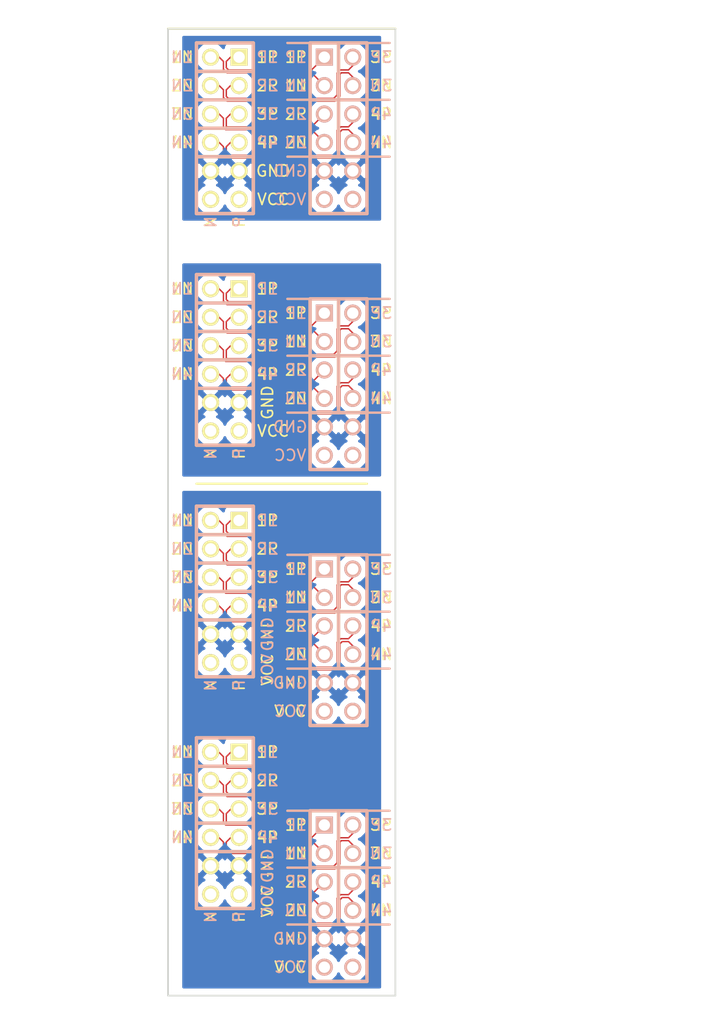
<source format=kicad_pcb>
(kicad_pcb (version 4) (host pcbnew 4.0.4+e1-6308~48~ubuntu14.04.1-stable)

  (general
    (links 53)
    (no_connects 32)
    (area 20.891207 18.897999 83.151428 110.642001)
    (thickness 1.6)
    (drawings 18)
    (tracks 336)
    (zones 0)
    (modules 8)
    (nets 44)
  )

  (page A4)
  (layers
    (0 F.Cu signal)
    (31 B.Cu signal)
    (32 B.Adhes user)
    (33 F.Adhes user)
    (34 B.Paste user)
    (35 F.Paste user)
    (36 B.SilkS user)
    (37 F.SilkS user)
    (38 B.Mask user)
    (39 F.Mask user)
    (40 Dwgs.User user)
    (41 Cmts.User user)
    (42 Eco1.User user)
    (43 Eco2.User user)
    (44 Edge.Cuts user)
    (45 Margin user)
    (46 B.CrtYd user)
    (47 F.CrtYd user)
    (48 B.Fab user)
    (49 F.Fab user)
  )

  (setup
    (last_trace_width 0.127)
    (user_trace_width 0.127)
    (trace_clearance 0.127)
    (zone_clearance 0.508)
    (zone_45_only yes)
    (trace_min 0.127)
    (segment_width 0.2)
    (edge_width 0.15)
    (via_size 0.6096)
    (via_drill 0.3048)
    (via_min_size 0.6096)
    (via_min_drill 0.3048)
    (user_via 0.6096 0.3048)
    (uvia_size 0.3)
    (uvia_drill 0.1)
    (uvias_allowed no)
    (uvia_min_size 0)
    (uvia_min_drill 0)
    (pcb_text_width 0.3)
    (pcb_text_size 1.5 1.5)
    (mod_edge_width 0.15)
    (mod_text_size 1 1)
    (mod_text_width 0.15)
    (pad_size 1.524 1.524)
    (pad_drill 0.762)
    (pad_to_mask_clearance 0.2)
    (aux_axis_origin 0 0)
    (visible_elements FFFFFF7F)
    (pcbplotparams
      (layerselection 0x00030_80000001)
      (usegerberextensions false)
      (excludeedgelayer true)
      (linewidth 0.100000)
      (plotframeref false)
      (viasonmask false)
      (mode 1)
      (useauxorigin false)
      (hpglpennumber 1)
      (hpglpenspeed 20)
      (hpglpendiameter 15)
      (hpglpenoverlay 2)
      (psnegative false)
      (psa4output false)
      (plotreference true)
      (plotvalue true)
      (plotinvisibletext false)
      (padsonsilk false)
      (subtractmaskfromsilk false)
      (outputformat 1)
      (mirror false)
      (drillshape 1)
      (scaleselection 1)
      (outputdirectory ""))
  )

  (net 0 "")
  (net 1 /VCC11)
  (net 2 /VCC12)
  (net 3 /VCC21)
  (net 4 /VCC22)
  (net 5 /VCC31)
  (net 6 /VCC32)
  (net 7 /GND1)
  (net 8 /GND2)
  (net 9 /J1B_P)
  (net 10 /J1A_P)
  (net 11 /J1B_N)
  (net 12 /J1A_N)
  (net 13 /J1D_P)
  (net 14 /J1C_P)
  (net 15 /J1D_N)
  (net 16 /J1C_N)
  (net 17 /J2B_P)
  (net 18 /J2A_P)
  (net 19 /J2B_N)
  (net 20 /J2A_N)
  (net 21 /J2D_P)
  (net 22 /J2C_P)
  (net 23 /J2D_N)
  (net 24 /J2C_N)
  (net 25 /J3B_P)
  (net 26 /J3A_P)
  (net 27 /J3B_N)
  (net 28 /J3A_N)
  (net 29 /J3D_P)
  (net 30 /J3C_P)
  (net 31 /J3D_N)
  (net 32 /J3C_N)
  (net 33 /GND34)
  (net 34 /J4B_P)
  (net 35 /J4A_P)
  (net 36 /J4B_N)
  (net 37 /J4A_N)
  (net 38 /J4D_P)
  (net 39 /J4C_P)
  (net 40 /J4D_N)
  (net 41 /J4C_N)
  (net 42 /VCC41)
  (net 43 /VCC42)

  (net_class Default "This is the default net class."
    (clearance 0.127)
    (trace_width 0.127)
    (via_dia 0.6096)
    (via_drill 0.3048)
    (uvia_dia 0.3)
    (uvia_drill 0.1)
    (add_net /GND1)
    (add_net /GND2)
    (add_net /GND34)
    (add_net /VCC11)
    (add_net /VCC12)
    (add_net /VCC21)
    (add_net /VCC22)
    (add_net /VCC31)
    (add_net /VCC32)
    (add_net /VCC41)
    (add_net /VCC42)
  )

  (net_class LVDS_DP0.0254/0.0254 ""
    (clearance 0.127)
    (trace_width 0.127)
    (via_dia 0.6096)
    (via_drill 0.3048)
    (uvia_dia 0.3)
    (uvia_drill 0.1)
    (add_net /J1A_N)
    (add_net /J1A_P)
    (add_net /J1B_N)
    (add_net /J1B_P)
    (add_net /J1C_N)
    (add_net /J1C_P)
    (add_net /J1D_N)
    (add_net /J1D_P)
    (add_net /J2A_N)
    (add_net /J2A_P)
    (add_net /J2B_N)
    (add_net /J2B_P)
    (add_net /J2C_N)
    (add_net /J2C_P)
    (add_net /J2D_N)
    (add_net /J2D_P)
    (add_net /J3A_N)
    (add_net /J3A_P)
    (add_net /J3B_N)
    (add_net /J3B_P)
    (add_net /J3C_N)
    (add_net /J3C_P)
    (add_net /J3D_N)
    (add_net /J3D_P)
    (add_net /J4A_N)
    (add_net /J4A_P)
    (add_net /J4B_N)
    (add_net /J4B_P)
    (add_net /J4C_N)
    (add_net /J4C_P)
    (add_net /J4D_N)
    (add_net /J4D_P)
  )

  (module pmod-conn_6x2:pmod_pin_array_6x2_hs (layer B.Cu) (tedit 582FF9DA) (tstamp 58303D01)
    (at 50.8 99.06 180)
    (descr "QMOD Pin Header 2 x 6 pins")
    (tags CONN)
    (path /582AF540)
    (fp_text reference PH4 (at -0.762 8.636 180) (layer B.SilkS) hide
      (effects (font (size 1.016 1.016) (thickness 0.254)) (justify mirror))
    )
    (fp_text value PMOD-Device-x2-Type-XHS (at 6.604 0 450) (layer Dwgs.User) hide
      (effects (font (size 1.016 1.016) (thickness 0.2032)))
    )
    (fp_line (start 2.54 2.54) (end 4.572 2.54) (layer F.SilkS) (width 0.2032))
    (fp_text user 2N (at 3.81 -1.27 180) (layer F.SilkS)
      (effects (font (size 1 1) (thickness 0.15)))
    )
    (fp_text user 2P (at 3.81 1.27 180) (layer F.SilkS)
      (effects (font (size 1 1) (thickness 0.15)))
    )
    (fp_text user 1N (at 3.81 3.81 180) (layer F.SilkS)
      (effects (font (size 1 1) (thickness 0.15)))
    )
    (fp_text user 1P (at 3.81 6.35 180) (layer F.SilkS)
      (effects (font (size 1 1) (thickness 0.15)))
    )
    (fp_text user 4N (at -3.81 -1.27 180) (layer F.SilkS)
      (effects (font (size 1 1) (thickness 0.15)))
    )
    (fp_text user 4P (at -3.81 1.27 180) (layer F.SilkS)
      (effects (font (size 1 1) (thickness 0.15)))
    )
    (fp_text user 3N (at -3.81 3.81 180) (layer F.SilkS)
      (effects (font (size 1 1) (thickness 0.15)))
    )
    (fp_text user 2N (at 3.81 -1.27 180) (layer B.SilkS)
      (effects (font (size 1 1) (thickness 0.15)) (justify mirror))
    )
    (fp_text user 2P (at 3.81 1.27 180) (layer B.SilkS)
      (effects (font (size 1 1) (thickness 0.15)) (justify mirror))
    )
    (fp_text user 1N (at 3.81 3.81 180) (layer B.SilkS)
      (effects (font (size 1 1) (thickness 0.15)) (justify mirror))
    )
    (fp_text user 1P (at 3.81 6.35 180) (layer B.SilkS)
      (effects (font (size 1 1) (thickness 0.15)) (justify mirror))
    )
    (fp_text user 4N (at -3.81 -1.27 180) (layer B.SilkS)
      (effects (font (size 1 1) (thickness 0.15)) (justify mirror))
    )
    (fp_text user 4P (at -3.81 1.27 180) (layer B.SilkS)
      (effects (font (size 1 1) (thickness 0.15)) (justify mirror))
    )
    (fp_text user 3P (at -3.81 6.35 180) (layer B.SilkS)
      (effects (font (size 1 1) (thickness 0.15)) (justify mirror))
    )
    (fp_text user 3N (at -3.81 3.81 180) (layer B.SilkS)
      (effects (font (size 1 1) (thickness 0.15)) (justify mirror))
    )
    (fp_text user 3P (at -3.81 6.35 180) (layer F.SilkS)
      (effects (font (size 1 1) (thickness 0.15)))
    )
    (fp_line (start 0 2.54) (end 0 -2.54) (layer B.SilkS) (width 0.3048))
    (fp_line (start 0 7.62) (end 0 2.54) (layer B.SilkS) (width 0.3048))
    (fp_line (start 0 2.54) (end 0 -2.54) (layer F.SilkS) (width 0.3048))
    (fp_line (start 0 2.54) (end 0 7.62) (layer F.SilkS) (width 0.3048))
    (fp_line (start 2.54 2.54) (end -2.54 2.54) (layer F.SilkS) (width 0.3048))
    (fp_line (start -2.54 2.54) (end 2.54 2.54) (layer B.SilkS) (width 0.3048))
    (fp_line (start 2.54 -2.54) (end -2.54 -2.54) (layer B.SilkS) (width 0.3048))
    (fp_line (start 2.54 -2.54) (end -2.54 -2.54) (layer F.SilkS) (width 0.3048))
    (fp_text user GND (at 4.318 -3.81 180) (layer F.SilkS)
      (effects (font (size 1 1) (thickness 0.15)))
    )
    (fp_text user VCC (at 4.318 -6.35 180) (layer F.SilkS)
      (effects (font (size 1 1) (thickness 0.15)))
    )
    (fp_text user VCC (at 4.318 -6.35 180) (layer B.SilkS)
      (effects (font (size 1 1) (thickness 0.15)) (justify mirror))
    )
    (fp_text user GND (at 4.318 -3.81 180) (layer B.SilkS)
      (effects (font (size 1 1) (thickness 0.15)) (justify mirror))
    )
    (fp_line (start 2.54 7.62) (end -2.54 7.62) (layer F.SilkS) (width 0.3048))
    (fp_line (start 2.54 -7.62) (end 2.54 7.62) (layer F.SilkS) (width 0.3048))
    (fp_line (start -2.54 -7.62) (end 2.54 -7.62) (layer F.SilkS) (width 0.3048))
    (fp_line (start -2.54 7.62) (end -2.54 -7.62) (layer F.SilkS) (width 0.3048))
    (fp_text user 0.45" (at -7.5 -4.75 450) (layer Dwgs.User)
      (effects (font (size 0.5 0.5) (thickness 0.125)))
    )
    (fp_line (start -6.985 -11.43) (end -6.604 -11.049) (layer Dwgs.User) (width 0.05))
    (fp_line (start -6.985 -11.43) (end -7.366 -11.049) (layer Dwgs.User) (width 0.05))
    (fp_line (start -6.604 -0.381) (end -6.985 0) (layer Dwgs.User) (width 0.05))
    (fp_line (start -6.985 0) (end -7.366 -0.381) (layer Dwgs.User) (width 0.05))
    (fp_line (start -6.985 0) (end -6.985 -11.43) (layer Dwgs.User) (width 0.05))
    (fp_line (start 2.54 11.43) (end 3.175 11.43) (layer Dwgs.User) (width 0.05))
    (fp_line (start 1.27 11.43) (end 1.905 11.43) (layer Dwgs.User) (width 0.05))
    (fp_line (start 1.27 -11.43) (end 1.905 -11.43) (layer Dwgs.User) (width 0.05))
    (fp_line (start 0 -11.43) (end 0.635 -11.43) (layer Dwgs.User) (width 0.05))
    (fp_line (start -1.27 -11.43) (end -0.635 -11.43) (layer Dwgs.User) (width 0.05))
    (fp_line (start -2.54 -11.43) (end -1.905 -11.43) (layer Dwgs.User) (width 0.05))
    (fp_line (start -3.81 -11.43) (end -3.175 -11.43) (layer Dwgs.User) (width 0.05))
    (fp_line (start -5.08 -11.43) (end -4.445 -11.43) (layer Dwgs.User) (width 0.05))
    (fp_line (start 0 11.43) (end 0.635 11.43) (layer Dwgs.User) (width 0.05))
    (fp_line (start -1.27 11.43) (end -0.635 11.43) (layer Dwgs.User) (width 0.05))
    (fp_line (start -2.54 11.43) (end -1.905 11.43) (layer Dwgs.User) (width 0.05))
    (fp_line (start -3.81 11.43) (end -3.175 11.43) (layer Dwgs.User) (width 0.05))
    (fp_line (start -5.08 11.43) (end -4.445 11.43) (layer Dwgs.User) (width 0.05))
    (fp_text user 0.4" (at -6.25 -4.75 450) (layer Dwgs.User)
      (effects (font (size 0.5 0.5) (thickness 0.125)))
    )
    (fp_line (start -5.842 -10.16) (end -6.223 -9.779) (layer Dwgs.User) (width 0.05))
    (fp_line (start -5.842 0) (end -5.842 -10.16) (layer Dwgs.User) (width 0.05))
    (fp_line (start -5.842 -10.16) (end -5.461 -9.779) (layer Dwgs.User) (width 0.05))
    (fp_line (start -5.842 0) (end -5.461 -0.381) (layer Dwgs.User) (width 0.05))
    (fp_line (start -5.842 0) (end -6.223 -0.381) (layer Dwgs.User) (width 0.05))
    (fp_line (start -5.08 -8.89) (end -4.826 -9.144) (layer Dwgs.User) (width 0.05))
    (fp_line (start 0 -8.89) (end -5.08 -8.89) (layer Dwgs.User) (width 0.05))
    (fp_line (start -5.08 -8.89) (end -4.826 -8.636) (layer Dwgs.User) (width 0.05))
    (fp_line (start -0.254 -8.636) (end 0 -8.89) (layer Dwgs.User) (width 0.05))
    (fp_line (start 0 -8.89) (end -0.254 -9.144) (layer Dwgs.User) (width 0.05))
    (fp_text user 0.20" (at -2.5 -8.5 360) (layer Dwgs.User)
      (effects (font (size 0.5 0.5) (thickness 0.125)))
    )
    (fp_line (start 0 10.16) (end -5.08 10.16) (layer Dwgs.User) (width 0.05))
    (fp_line (start 0 -10.16) (end -5.08 -10.16) (layer Dwgs.User) (width 0.05))
    (fp_text user "Board Edge" (at -5.25 -9.5 450) (layer Dwgs.User)
      (effects (font (size 0.127 0.127) (thickness 0.03175)))
    )
    (fp_line (start -5.08 -10.16) (end -5.08 10.16) (layer Dwgs.User) (width 0.05))
    (fp_line (start -2.54 7.62) (end -2.54 -7.62) (layer B.SilkS) (width 0.3048))
    (fp_line (start -2.54 -7.62) (end 2.54 -7.62) (layer B.SilkS) (width 0.3048))
    (fp_line (start 2.54 -7.62) (end 2.54 7.62) (layer B.SilkS) (width 0.3048))
    (fp_line (start 2.54 7.62) (end -2.54 7.62) (layer B.SilkS) (width 0.3048))
    (fp_line (start -4.572 2.54) (end -2.54 2.54) (layer F.SilkS) (width 0.2032))
    (fp_line (start -4.572 -2.54) (end -2.54 -2.54) (layer F.SilkS) (width 0.2032))
    (fp_line (start 2.54 -2.54) (end 4.572 -2.54) (layer F.SilkS) (width 0.2032))
    (fp_line (start 2.54 7.62) (end 4.572 7.62) (layer F.SilkS) (width 0.2032))
    (fp_line (start -4.572 7.62) (end -2.54 7.62) (layer F.SilkS) (width 0.2032))
    (fp_line (start -4.572 7.62) (end -2.54 7.62) (layer B.SilkS) (width 0.2032))
    (fp_line (start 2.54 7.62) (end 4.572 7.62) (layer B.SilkS) (width 0.2032))
    (fp_line (start 2.54 2.54) (end 4.572 2.54) (layer B.SilkS) (width 0.2032))
    (fp_line (start -4.572 2.54) (end -2.54 2.54) (layer B.SilkS) (width 0.2032))
    (fp_line (start -4.572 -2.54) (end -2.54 -2.54) (layer B.SilkS) (width 0.2032))
    (fp_line (start 2.54 -2.54) (end 4.572 -2.54) (layer B.SilkS) (width 0.2032))
    (pad 1 thru_hole rect (at 1.27 6.35 180) (size 1.524 1.524) (drill 1.016) (layers *.Cu *.Mask B.SilkS)
      (net 35 /J4A_P))
    (pad 7 thru_hole circle (at -1.27 6.35 270) (size 1.524 1.524) (drill 1.016) (layers *.Cu *.Mask B.SilkS)
      (net 34 /J4B_P))
    (pad 2 thru_hole circle (at 1.27 3.81 270) (size 1.524 1.524) (drill 1.016) (layers *.Cu *.Mask B.SilkS)
      (net 37 /J4A_N))
    (pad 8 thru_hole circle (at -1.27 3.81 270) (size 1.524 1.524) (drill 1.016) (layers *.Cu *.Mask B.SilkS)
      (net 36 /J4B_N))
    (pad 3 thru_hole circle (at 1.27 1.27 270) (size 1.524 1.524) (drill 1.016) (layers *.Cu *.Mask B.SilkS)
      (net 39 /J4C_P))
    (pad 9 thru_hole circle (at -1.27 1.27 270) (size 1.524 1.524) (drill 1.016) (layers *.Cu *.Mask B.SilkS)
      (net 38 /J4D_P))
    (pad 4 thru_hole circle (at 1.27 -1.27 270) (size 1.524 1.524) (drill 1.016) (layers *.Cu *.Mask B.SilkS)
      (net 41 /J4C_N))
    (pad 10 thru_hole circle (at -1.27 -1.27 270) (size 1.524 1.524) (drill 1.016) (layers *.Cu *.Mask B.SilkS)
      (net 40 /J4D_N))
    (pad 5 thru_hole circle (at 1.27 -3.81 270) (size 1.524 1.524) (drill 1.016) (layers *.Cu *.Mask B.SilkS)
      (net 33 /GND34))
    (pad 11 thru_hole circle (at -1.27 -3.81 270) (size 1.524 1.524) (drill 1.016) (layers *.Cu *.Mask B.SilkS)
      (net 33 /GND34))
    (pad 6 thru_hole circle (at 1.27 -6.35 270) (size 1.524 1.524) (drill 1.016) (layers *.Cu *.Mask B.SilkS)
      (net 42 /VCC41))
    (pad 12 thru_hole circle (at -1.27 -6.35 270) (size 1.524 1.524) (drill 1.016) (layers *.Cu *.Mask B.SilkS)
      (net 43 /VCC42))
    (model /usr/share/kicad/modules/packages3d/Socket_Strips.3dshapes/Socket_Strip_Angled_2x06.wrl
      (at (xyz 0 0.2 0))
      (scale (xyz 1 1 1))
      (rotate (xyz 0 0 180))
    )
  )

  (module pmod-conn_6x2:pmod_pin_array_6x2_hs (layer B.Cu) (tedit 582FF9C4) (tstamp 58303BDB)
    (at 50.8 30.48 180)
    (descr "QMOD Pin Header 2 x 6 pins")
    (tags CONN)
    (path /582AE418)
    (fp_text reference PH1 (at -0.762 8.636 180) (layer B.SilkS) hide
      (effects (font (size 1.016 1.016) (thickness 0.254)) (justify mirror))
    )
    (fp_text value PMOD-Device-x2-Type-XHS (at 6.604 0 450) (layer Dwgs.User) hide
      (effects (font (size 1.016 1.016) (thickness 0.2032)))
    )
    (fp_line (start 2.54 2.54) (end 4.572 2.54) (layer F.SilkS) (width 0.2032))
    (fp_text user 2N (at 3.81 -1.27 180) (layer F.SilkS)
      (effects (font (size 1 1) (thickness 0.15)))
    )
    (fp_text user 2P (at 3.81 1.27 180) (layer F.SilkS)
      (effects (font (size 1 1) (thickness 0.15)))
    )
    (fp_text user 1N (at 3.81 3.81 180) (layer F.SilkS)
      (effects (font (size 1 1) (thickness 0.15)))
    )
    (fp_text user 1P (at 3.81 6.35 180) (layer F.SilkS)
      (effects (font (size 1 1) (thickness 0.15)))
    )
    (fp_text user 4N (at -3.81 -1.27 180) (layer F.SilkS)
      (effects (font (size 1 1) (thickness 0.15)))
    )
    (fp_text user 4P (at -3.81 1.27 180) (layer F.SilkS)
      (effects (font (size 1 1) (thickness 0.15)))
    )
    (fp_text user 3N (at -3.81 3.81 180) (layer F.SilkS)
      (effects (font (size 1 1) (thickness 0.15)))
    )
    (fp_text user 2N (at 3.81 -1.27 180) (layer B.SilkS)
      (effects (font (size 1 1) (thickness 0.15)) (justify mirror))
    )
    (fp_text user 2P (at 3.81 1.27 180) (layer B.SilkS)
      (effects (font (size 1 1) (thickness 0.15)) (justify mirror))
    )
    (fp_text user 1N (at 3.81 3.81 180) (layer B.SilkS)
      (effects (font (size 1 1) (thickness 0.15)) (justify mirror))
    )
    (fp_text user 1P (at 3.81 6.35 180) (layer B.SilkS)
      (effects (font (size 1 1) (thickness 0.15)) (justify mirror))
    )
    (fp_text user 4N (at -3.81 -1.27 180) (layer B.SilkS)
      (effects (font (size 1 1) (thickness 0.15)) (justify mirror))
    )
    (fp_text user 4P (at -3.81 1.27 180) (layer B.SilkS)
      (effects (font (size 1 1) (thickness 0.15)) (justify mirror))
    )
    (fp_text user 3P (at -3.81 6.35 180) (layer B.SilkS)
      (effects (font (size 1 1) (thickness 0.15)) (justify mirror))
    )
    (fp_text user 3N (at -3.81 3.81 180) (layer B.SilkS)
      (effects (font (size 1 1) (thickness 0.15)) (justify mirror))
    )
    (fp_text user 3P (at -3.81 6.35 180) (layer F.SilkS)
      (effects (font (size 1 1) (thickness 0.15)))
    )
    (fp_line (start 0 2.54) (end 0 -2.54) (layer B.SilkS) (width 0.3048))
    (fp_line (start 0 7.62) (end 0 2.54) (layer B.SilkS) (width 0.3048))
    (fp_line (start 0 2.54) (end 0 -2.54) (layer F.SilkS) (width 0.3048))
    (fp_line (start 0 2.54) (end 0 7.62) (layer F.SilkS) (width 0.3048))
    (fp_line (start 2.54 2.54) (end -2.54 2.54) (layer F.SilkS) (width 0.3048))
    (fp_line (start -2.54 2.54) (end 2.54 2.54) (layer B.SilkS) (width 0.3048))
    (fp_line (start 2.54 -2.54) (end -2.54 -2.54) (layer B.SilkS) (width 0.3048))
    (fp_line (start 2.54 -2.54) (end -2.54 -2.54) (layer F.SilkS) (width 0.3048))
    (fp_text user GND (at 4.318 -3.81 180) (layer F.SilkS) hide
      (effects (font (size 1 1) (thickness 0.15)))
    )
    (fp_text user VCC (at 4.318 -6.35 180) (layer F.SilkS) hide
      (effects (font (size 1 1) (thickness 0.15)))
    )
    (fp_text user VCC (at 4.318 -6.35 180) (layer B.SilkS)
      (effects (font (size 1 1) (thickness 0.15)) (justify mirror))
    )
    (fp_text user GND (at 4.318 -3.81 180) (layer B.SilkS)
      (effects (font (size 1 1) (thickness 0.15)) (justify mirror))
    )
    (fp_line (start 2.54 7.62) (end -2.54 7.62) (layer F.SilkS) (width 0.3048))
    (fp_line (start 2.54 -7.62) (end 2.54 7.62) (layer F.SilkS) (width 0.3048))
    (fp_line (start -2.54 -7.62) (end 2.54 -7.62) (layer F.SilkS) (width 0.3048))
    (fp_line (start -2.54 7.62) (end -2.54 -7.62) (layer F.SilkS) (width 0.3048))
    (fp_text user 0.45" (at -7.5 -4.75 450) (layer Dwgs.User)
      (effects (font (size 0.5 0.5) (thickness 0.125)))
    )
    (fp_line (start -6.985 -11.43) (end -6.604 -11.049) (layer Dwgs.User) (width 0.05))
    (fp_line (start -6.985 -11.43) (end -7.366 -11.049) (layer Dwgs.User) (width 0.05))
    (fp_line (start -6.604 -0.381) (end -6.985 0) (layer Dwgs.User) (width 0.05))
    (fp_line (start -6.985 0) (end -7.366 -0.381) (layer Dwgs.User) (width 0.05))
    (fp_line (start -6.985 0) (end -6.985 -11.43) (layer Dwgs.User) (width 0.05))
    (fp_line (start 2.54 11.43) (end 3.175 11.43) (layer Dwgs.User) (width 0.05))
    (fp_line (start 1.27 11.43) (end 1.905 11.43) (layer Dwgs.User) (width 0.05))
    (fp_line (start 1.27 -11.43) (end 1.905 -11.43) (layer Dwgs.User) (width 0.05))
    (fp_line (start 0 -11.43) (end 0.635 -11.43) (layer Dwgs.User) (width 0.05))
    (fp_line (start -1.27 -11.43) (end -0.635 -11.43) (layer Dwgs.User) (width 0.05))
    (fp_line (start -2.54 -11.43) (end -1.905 -11.43) (layer Dwgs.User) (width 0.05))
    (fp_line (start -3.81 -11.43) (end -3.175 -11.43) (layer Dwgs.User) (width 0.05))
    (fp_line (start -5.08 -11.43) (end -4.445 -11.43) (layer Dwgs.User) (width 0.05))
    (fp_line (start 0 11.43) (end 0.635 11.43) (layer Dwgs.User) (width 0.05))
    (fp_line (start -1.27 11.43) (end -0.635 11.43) (layer Dwgs.User) (width 0.05))
    (fp_line (start -2.54 11.43) (end -1.905 11.43) (layer Dwgs.User) (width 0.05))
    (fp_line (start -3.81 11.43) (end -3.175 11.43) (layer Dwgs.User) (width 0.05))
    (fp_line (start -5.08 11.43) (end -4.445 11.43) (layer Dwgs.User) (width 0.05))
    (fp_text user 0.4" (at -6.25 -4.75 450) (layer Dwgs.User)
      (effects (font (size 0.5 0.5) (thickness 0.125)))
    )
    (fp_line (start -5.842 -10.16) (end -6.223 -9.779) (layer Dwgs.User) (width 0.05))
    (fp_line (start -5.842 0) (end -5.842 -10.16) (layer Dwgs.User) (width 0.05))
    (fp_line (start -5.842 -10.16) (end -5.461 -9.779) (layer Dwgs.User) (width 0.05))
    (fp_line (start -5.842 0) (end -5.461 -0.381) (layer Dwgs.User) (width 0.05))
    (fp_line (start -5.842 0) (end -6.223 -0.381) (layer Dwgs.User) (width 0.05))
    (fp_line (start -5.08 -8.89) (end -4.826 -9.144) (layer Dwgs.User) (width 0.05))
    (fp_line (start 0 -8.89) (end -5.08 -8.89) (layer Dwgs.User) (width 0.05))
    (fp_line (start -5.08 -8.89) (end -4.826 -8.636) (layer Dwgs.User) (width 0.05))
    (fp_line (start -0.254 -8.636) (end 0 -8.89) (layer Dwgs.User) (width 0.05))
    (fp_line (start 0 -8.89) (end -0.254 -9.144) (layer Dwgs.User) (width 0.05))
    (fp_text user 0.20" (at -2.5 -8.5 360) (layer Dwgs.User)
      (effects (font (size 0.5 0.5) (thickness 0.125)))
    )
    (fp_line (start 0 10.16) (end -5.08 10.16) (layer Dwgs.User) (width 0.05))
    (fp_line (start 0 -10.16) (end -5.08 -10.16) (layer Dwgs.User) (width 0.05))
    (fp_text user "Board Edge" (at -5.25 -9.5 450) (layer Dwgs.User)
      (effects (font (size 0.127 0.127) (thickness 0.03175)))
    )
    (fp_line (start -5.08 -10.16) (end -5.08 10.16) (layer Dwgs.User) (width 0.05))
    (fp_line (start -2.54 7.62) (end -2.54 -7.62) (layer B.SilkS) (width 0.3048))
    (fp_line (start -2.54 -7.62) (end 2.54 -7.62) (layer B.SilkS) (width 0.3048))
    (fp_line (start 2.54 -7.62) (end 2.54 7.62) (layer B.SilkS) (width 0.3048))
    (fp_line (start 2.54 7.62) (end -2.54 7.62) (layer B.SilkS) (width 0.3048))
    (fp_line (start -4.572 2.54) (end -2.54 2.54) (layer F.SilkS) (width 0.2032))
    (fp_line (start -4.572 -2.54) (end -2.54 -2.54) (layer F.SilkS) (width 0.2032))
    (fp_line (start 2.54 -2.54) (end 4.572 -2.54) (layer F.SilkS) (width 0.2032))
    (fp_line (start 2.54 7.62) (end 4.572 7.62) (layer F.SilkS) (width 0.2032))
    (fp_line (start -4.572 7.62) (end -2.54 7.62) (layer F.SilkS) (width 0.2032))
    (fp_line (start -4.572 7.62) (end -2.54 7.62) (layer B.SilkS) (width 0.2032))
    (fp_line (start 2.54 7.62) (end 4.572 7.62) (layer B.SilkS) (width 0.2032))
    (fp_line (start 2.54 2.54) (end 4.572 2.54) (layer B.SilkS) (width 0.2032))
    (fp_line (start -4.572 2.54) (end -2.54 2.54) (layer B.SilkS) (width 0.2032))
    (fp_line (start -4.572 -2.54) (end -2.54 -2.54) (layer B.SilkS) (width 0.2032))
    (fp_line (start 2.54 -2.54) (end 4.572 -2.54) (layer B.SilkS) (width 0.2032))
    (pad 1 thru_hole rect (at 1.27 6.35 180) (size 1.524 1.524) (drill 1.016) (layers *.Cu *.Mask B.SilkS)
      (net 10 /J1A_P))
    (pad 7 thru_hole circle (at -1.27 6.35 270) (size 1.524 1.524) (drill 1.016) (layers *.Cu *.Mask B.SilkS)
      (net 9 /J1B_P))
    (pad 2 thru_hole circle (at 1.27 3.81 270) (size 1.524 1.524) (drill 1.016) (layers *.Cu *.Mask B.SilkS)
      (net 12 /J1A_N))
    (pad 8 thru_hole circle (at -1.27 3.81 270) (size 1.524 1.524) (drill 1.016) (layers *.Cu *.Mask B.SilkS)
      (net 11 /J1B_N))
    (pad 3 thru_hole circle (at 1.27 1.27 270) (size 1.524 1.524) (drill 1.016) (layers *.Cu *.Mask B.SilkS)
      (net 14 /J1C_P))
    (pad 9 thru_hole circle (at -1.27 1.27 270) (size 1.524 1.524) (drill 1.016) (layers *.Cu *.Mask B.SilkS)
      (net 13 /J1D_P))
    (pad 4 thru_hole circle (at 1.27 -1.27 270) (size 1.524 1.524) (drill 1.016) (layers *.Cu *.Mask B.SilkS)
      (net 16 /J1C_N))
    (pad 10 thru_hole circle (at -1.27 -1.27 270) (size 1.524 1.524) (drill 1.016) (layers *.Cu *.Mask B.SilkS)
      (net 15 /J1D_N))
    (pad 5 thru_hole circle (at 1.27 -3.81 270) (size 1.524 1.524) (drill 1.016) (layers *.Cu *.Mask B.SilkS)
      (net 7 /GND1))
    (pad 11 thru_hole circle (at -1.27 -3.81 270) (size 1.524 1.524) (drill 1.016) (layers *.Cu *.Mask B.SilkS)
      (net 7 /GND1))
    (pad 6 thru_hole circle (at 1.27 -6.35 270) (size 1.524 1.524) (drill 1.016) (layers *.Cu *.Mask B.SilkS)
      (net 1 /VCC11))
    (pad 12 thru_hole circle (at -1.27 -6.35 270) (size 1.524 1.524) (drill 1.016) (layers *.Cu *.Mask B.SilkS)
      (net 2 /VCC12))
    (model /usr/share/kicad/modules/packages3d/Socket_Strips.3dshapes/Socket_Strip_Angled_2x06.wrl
      (at (xyz 0 0.2 0))
      (scale (xyz 1 1 1))
      (rotate (xyz 0 0 180))
    )
  )

  (module pmod-conn_6x2:pmod_pin_array_6x2_hs (layer B.Cu) (tedit 582FF9CB) (tstamp 58303C3D)
    (at 50.8 53.34 180)
    (descr "QMOD Pin Header 2 x 6 pins")
    (tags CONN)
    (path /582AE73F)
    (fp_text reference PH2 (at -0.762 8.636 180) (layer B.SilkS) hide
      (effects (font (size 1.016 1.016) (thickness 0.254)) (justify mirror))
    )
    (fp_text value PMOD-Device-x2-Type-XHS (at 6.604 0 450) (layer Dwgs.User) hide
      (effects (font (size 1.016 1.016) (thickness 0.2032)))
    )
    (fp_line (start 2.54 2.54) (end 4.572 2.54) (layer F.SilkS) (width 0.2032))
    (fp_text user 2N (at 3.81 -1.27 180) (layer F.SilkS)
      (effects (font (size 1 1) (thickness 0.15)))
    )
    (fp_text user 2P (at 3.81 1.27 180) (layer F.SilkS)
      (effects (font (size 1 1) (thickness 0.15)))
    )
    (fp_text user 1N (at 3.81 3.81 180) (layer F.SilkS)
      (effects (font (size 1 1) (thickness 0.15)))
    )
    (fp_text user 1P (at 3.81 6.35 180) (layer F.SilkS)
      (effects (font (size 1 1) (thickness 0.15)))
    )
    (fp_text user 4N (at -3.81 -1.27 180) (layer F.SilkS)
      (effects (font (size 1 1) (thickness 0.15)))
    )
    (fp_text user 4P (at -3.81 1.27 180) (layer F.SilkS)
      (effects (font (size 1 1) (thickness 0.15)))
    )
    (fp_text user 3N (at -3.81 3.81 180) (layer F.SilkS)
      (effects (font (size 1 1) (thickness 0.15)))
    )
    (fp_text user 2N (at 3.81 -1.27 180) (layer B.SilkS)
      (effects (font (size 1 1) (thickness 0.15)) (justify mirror))
    )
    (fp_text user 2P (at 3.81 1.27 180) (layer B.SilkS)
      (effects (font (size 1 1) (thickness 0.15)) (justify mirror))
    )
    (fp_text user 1N (at 3.81 3.81 180) (layer B.SilkS)
      (effects (font (size 1 1) (thickness 0.15)) (justify mirror))
    )
    (fp_text user 1P (at 3.81 6.35 180) (layer B.SilkS)
      (effects (font (size 1 1) (thickness 0.15)) (justify mirror))
    )
    (fp_text user 4N (at -3.81 -1.27 180) (layer B.SilkS)
      (effects (font (size 1 1) (thickness 0.15)) (justify mirror))
    )
    (fp_text user 4P (at -3.81 1.27 180) (layer B.SilkS)
      (effects (font (size 1 1) (thickness 0.15)) (justify mirror))
    )
    (fp_text user 3P (at -3.81 6.35 180) (layer B.SilkS)
      (effects (font (size 1 1) (thickness 0.15)) (justify mirror))
    )
    (fp_text user 3N (at -3.81 3.81 180) (layer B.SilkS)
      (effects (font (size 1 1) (thickness 0.15)) (justify mirror))
    )
    (fp_text user 3P (at -3.81 6.35 180) (layer F.SilkS)
      (effects (font (size 1 1) (thickness 0.15)))
    )
    (fp_line (start 0 2.54) (end 0 -2.54) (layer B.SilkS) (width 0.3048))
    (fp_line (start 0 7.62) (end 0 2.54) (layer B.SilkS) (width 0.3048))
    (fp_line (start 0 2.54) (end 0 -2.54) (layer F.SilkS) (width 0.3048))
    (fp_line (start 0 2.54) (end 0 7.62) (layer F.SilkS) (width 0.3048))
    (fp_line (start 2.54 2.54) (end -2.54 2.54) (layer F.SilkS) (width 0.3048))
    (fp_line (start -2.54 2.54) (end 2.54 2.54) (layer B.SilkS) (width 0.3048))
    (fp_line (start 2.54 -2.54) (end -2.54 -2.54) (layer B.SilkS) (width 0.3048))
    (fp_line (start 2.54 -2.54) (end -2.54 -2.54) (layer F.SilkS) (width 0.3048))
    (fp_text user GND (at 4.318 -3.81 180) (layer F.SilkS) hide
      (effects (font (size 1 1) (thickness 0.15)))
    )
    (fp_text user VCC (at 4.318 -6.35 180) (layer F.SilkS) hide
      (effects (font (size 1 1) (thickness 0.15)))
    )
    (fp_text user VCC (at 4.318 -6.35 180) (layer B.SilkS)
      (effects (font (size 1 1) (thickness 0.15)) (justify mirror))
    )
    (fp_text user GND (at 4.318 -3.81 180) (layer B.SilkS)
      (effects (font (size 1 1) (thickness 0.15)) (justify mirror))
    )
    (fp_line (start 2.54 7.62) (end -2.54 7.62) (layer F.SilkS) (width 0.3048))
    (fp_line (start 2.54 -7.62) (end 2.54 7.62) (layer F.SilkS) (width 0.3048))
    (fp_line (start -2.54 -7.62) (end 2.54 -7.62) (layer F.SilkS) (width 0.3048))
    (fp_line (start -2.54 7.62) (end -2.54 -7.62) (layer F.SilkS) (width 0.3048))
    (fp_text user 0.45" (at -7.5 -4.75 450) (layer Dwgs.User)
      (effects (font (size 0.5 0.5) (thickness 0.125)))
    )
    (fp_line (start -6.985 -11.43) (end -6.604 -11.049) (layer Dwgs.User) (width 0.05))
    (fp_line (start -6.985 -11.43) (end -7.366 -11.049) (layer Dwgs.User) (width 0.05))
    (fp_line (start -6.604 -0.381) (end -6.985 0) (layer Dwgs.User) (width 0.05))
    (fp_line (start -6.985 0) (end -7.366 -0.381) (layer Dwgs.User) (width 0.05))
    (fp_line (start -6.985 0) (end -6.985 -11.43) (layer Dwgs.User) (width 0.05))
    (fp_line (start 2.54 11.43) (end 3.175 11.43) (layer Dwgs.User) (width 0.05))
    (fp_line (start 1.27 11.43) (end 1.905 11.43) (layer Dwgs.User) (width 0.05))
    (fp_line (start 1.27 -11.43) (end 1.905 -11.43) (layer Dwgs.User) (width 0.05))
    (fp_line (start 0 -11.43) (end 0.635 -11.43) (layer Dwgs.User) (width 0.05))
    (fp_line (start -1.27 -11.43) (end -0.635 -11.43) (layer Dwgs.User) (width 0.05))
    (fp_line (start -2.54 -11.43) (end -1.905 -11.43) (layer Dwgs.User) (width 0.05))
    (fp_line (start -3.81 -11.43) (end -3.175 -11.43) (layer Dwgs.User) (width 0.05))
    (fp_line (start -5.08 -11.43) (end -4.445 -11.43) (layer Dwgs.User) (width 0.05))
    (fp_line (start 0 11.43) (end 0.635 11.43) (layer Dwgs.User) (width 0.05))
    (fp_line (start -1.27 11.43) (end -0.635 11.43) (layer Dwgs.User) (width 0.05))
    (fp_line (start -2.54 11.43) (end -1.905 11.43) (layer Dwgs.User) (width 0.05))
    (fp_line (start -3.81 11.43) (end -3.175 11.43) (layer Dwgs.User) (width 0.05))
    (fp_line (start -5.08 11.43) (end -4.445 11.43) (layer Dwgs.User) (width 0.05))
    (fp_text user 0.4" (at -6.25 -4.75 450) (layer Dwgs.User)
      (effects (font (size 0.5 0.5) (thickness 0.125)))
    )
    (fp_line (start -5.842 -10.16) (end -6.223 -9.779) (layer Dwgs.User) (width 0.05))
    (fp_line (start -5.842 0) (end -5.842 -10.16) (layer Dwgs.User) (width 0.05))
    (fp_line (start -5.842 -10.16) (end -5.461 -9.779) (layer Dwgs.User) (width 0.05))
    (fp_line (start -5.842 0) (end -5.461 -0.381) (layer Dwgs.User) (width 0.05))
    (fp_line (start -5.842 0) (end -6.223 -0.381) (layer Dwgs.User) (width 0.05))
    (fp_line (start -5.08 -8.89) (end -4.826 -9.144) (layer Dwgs.User) (width 0.05))
    (fp_line (start 0 -8.89) (end -5.08 -8.89) (layer Dwgs.User) (width 0.05))
    (fp_line (start -5.08 -8.89) (end -4.826 -8.636) (layer Dwgs.User) (width 0.05))
    (fp_line (start -0.254 -8.636) (end 0 -8.89) (layer Dwgs.User) (width 0.05))
    (fp_line (start 0 -8.89) (end -0.254 -9.144) (layer Dwgs.User) (width 0.05))
    (fp_text user 0.20" (at -2.5 -8.5 360) (layer Dwgs.User)
      (effects (font (size 0.5 0.5) (thickness 0.125)))
    )
    (fp_line (start 0 10.16) (end -5.08 10.16) (layer Dwgs.User) (width 0.05))
    (fp_line (start 0 -10.16) (end -5.08 -10.16) (layer Dwgs.User) (width 0.05))
    (fp_text user "Board Edge" (at -5.25 -9.5 450) (layer Dwgs.User)
      (effects (font (size 0.127 0.127) (thickness 0.03175)))
    )
    (fp_line (start -5.08 -10.16) (end -5.08 10.16) (layer Dwgs.User) (width 0.05))
    (fp_line (start -2.54 7.62) (end -2.54 -7.62) (layer B.SilkS) (width 0.3048))
    (fp_line (start -2.54 -7.62) (end 2.54 -7.62) (layer B.SilkS) (width 0.3048))
    (fp_line (start 2.54 -7.62) (end 2.54 7.62) (layer B.SilkS) (width 0.3048))
    (fp_line (start 2.54 7.62) (end -2.54 7.62) (layer B.SilkS) (width 0.3048))
    (fp_line (start -4.572 2.54) (end -2.54 2.54) (layer F.SilkS) (width 0.2032))
    (fp_line (start -4.572 -2.54) (end -2.54 -2.54) (layer F.SilkS) (width 0.2032))
    (fp_line (start 2.54 -2.54) (end 4.572 -2.54) (layer F.SilkS) (width 0.2032))
    (fp_line (start 2.54 7.62) (end 4.572 7.62) (layer F.SilkS) (width 0.2032))
    (fp_line (start -4.572 7.62) (end -2.54 7.62) (layer F.SilkS) (width 0.2032))
    (fp_line (start -4.572 7.62) (end -2.54 7.62) (layer B.SilkS) (width 0.2032))
    (fp_line (start 2.54 7.62) (end 4.572 7.62) (layer B.SilkS) (width 0.2032))
    (fp_line (start 2.54 2.54) (end 4.572 2.54) (layer B.SilkS) (width 0.2032))
    (fp_line (start -4.572 2.54) (end -2.54 2.54) (layer B.SilkS) (width 0.2032))
    (fp_line (start -4.572 -2.54) (end -2.54 -2.54) (layer B.SilkS) (width 0.2032))
    (fp_line (start 2.54 -2.54) (end 4.572 -2.54) (layer B.SilkS) (width 0.2032))
    (pad 1 thru_hole rect (at 1.27 6.35 180) (size 1.524 1.524) (drill 1.016) (layers *.Cu *.Mask B.SilkS)
      (net 18 /J2A_P))
    (pad 7 thru_hole circle (at -1.27 6.35 270) (size 1.524 1.524) (drill 1.016) (layers *.Cu *.Mask B.SilkS)
      (net 17 /J2B_P))
    (pad 2 thru_hole circle (at 1.27 3.81 270) (size 1.524 1.524) (drill 1.016) (layers *.Cu *.Mask B.SilkS)
      (net 20 /J2A_N))
    (pad 8 thru_hole circle (at -1.27 3.81 270) (size 1.524 1.524) (drill 1.016) (layers *.Cu *.Mask B.SilkS)
      (net 19 /J2B_N))
    (pad 3 thru_hole circle (at 1.27 1.27 270) (size 1.524 1.524) (drill 1.016) (layers *.Cu *.Mask B.SilkS)
      (net 22 /J2C_P))
    (pad 9 thru_hole circle (at -1.27 1.27 270) (size 1.524 1.524) (drill 1.016) (layers *.Cu *.Mask B.SilkS)
      (net 21 /J2D_P))
    (pad 4 thru_hole circle (at 1.27 -1.27 270) (size 1.524 1.524) (drill 1.016) (layers *.Cu *.Mask B.SilkS)
      (net 24 /J2C_N))
    (pad 10 thru_hole circle (at -1.27 -1.27 270) (size 1.524 1.524) (drill 1.016) (layers *.Cu *.Mask B.SilkS)
      (net 23 /J2D_N))
    (pad 5 thru_hole circle (at 1.27 -3.81 270) (size 1.524 1.524) (drill 1.016) (layers *.Cu *.Mask B.SilkS)
      (net 8 /GND2))
    (pad 11 thru_hole circle (at -1.27 -3.81 270) (size 1.524 1.524) (drill 1.016) (layers *.Cu *.Mask B.SilkS)
      (net 8 /GND2))
    (pad 6 thru_hole circle (at 1.27 -6.35 270) (size 1.524 1.524) (drill 1.016) (layers *.Cu *.Mask B.SilkS)
      (net 3 /VCC21))
    (pad 12 thru_hole circle (at -1.27 -6.35 270) (size 1.524 1.524) (drill 1.016) (layers *.Cu *.Mask B.SilkS)
      (net 4 /VCC22))
    (model /usr/share/kicad/modules/packages3d/Socket_Strips.3dshapes/Socket_Strip_Angled_2x06.wrl
      (at (xyz 0 0.2 0))
      (scale (xyz 1 1 1))
      (rotate (xyz 0 0 180))
    )
  )

  (module pmod-conn_6x2:pmod_pin_array_6x2_hs (layer B.Cu) (tedit 582FF9D3) (tstamp 58303C9F)
    (at 50.8 76.2 180)
    (descr "QMOD Pin Header 2 x 6 pins")
    (tags CONN)
    (path /582AF0F4)
    (fp_text reference PH3 (at -0.762 8.636 180) (layer B.SilkS) hide
      (effects (font (size 1.016 1.016) (thickness 0.254)) (justify mirror))
    )
    (fp_text value PMOD-Device-x2-Type-XHS (at 6.604 0 450) (layer Dwgs.User) hide
      (effects (font (size 1.016 1.016) (thickness 0.2032)))
    )
    (fp_line (start 2.54 2.54) (end 4.572 2.54) (layer F.SilkS) (width 0.2032))
    (fp_text user 2N (at 3.81 -1.27 180) (layer F.SilkS)
      (effects (font (size 1 1) (thickness 0.15)))
    )
    (fp_text user 2P (at 3.81 1.27 180) (layer F.SilkS)
      (effects (font (size 1 1) (thickness 0.15)))
    )
    (fp_text user 1N (at 3.81 3.81 180) (layer F.SilkS)
      (effects (font (size 1 1) (thickness 0.15)))
    )
    (fp_text user 1P (at 3.81 6.35 180) (layer F.SilkS)
      (effects (font (size 1 1) (thickness 0.15)))
    )
    (fp_text user 4N (at -3.81 -1.27 180) (layer F.SilkS)
      (effects (font (size 1 1) (thickness 0.15)))
    )
    (fp_text user 4P (at -3.81 1.27 180) (layer F.SilkS)
      (effects (font (size 1 1) (thickness 0.15)))
    )
    (fp_text user 3N (at -3.81 3.81 180) (layer F.SilkS)
      (effects (font (size 1 1) (thickness 0.15)))
    )
    (fp_text user 2N (at 3.81 -1.27 180) (layer B.SilkS)
      (effects (font (size 1 1) (thickness 0.15)) (justify mirror))
    )
    (fp_text user 2P (at 3.81 1.27 180) (layer B.SilkS)
      (effects (font (size 1 1) (thickness 0.15)) (justify mirror))
    )
    (fp_text user 1N (at 3.81 3.81 180) (layer B.SilkS)
      (effects (font (size 1 1) (thickness 0.15)) (justify mirror))
    )
    (fp_text user 1P (at 3.81 6.35 180) (layer B.SilkS)
      (effects (font (size 1 1) (thickness 0.15)) (justify mirror))
    )
    (fp_text user 4N (at -3.81 -1.27 180) (layer B.SilkS)
      (effects (font (size 1 1) (thickness 0.15)) (justify mirror))
    )
    (fp_text user 4P (at -3.81 1.27 180) (layer B.SilkS)
      (effects (font (size 1 1) (thickness 0.15)) (justify mirror))
    )
    (fp_text user 3P (at -3.81 6.35 180) (layer B.SilkS)
      (effects (font (size 1 1) (thickness 0.15)) (justify mirror))
    )
    (fp_text user 3N (at -3.81 3.81 180) (layer B.SilkS)
      (effects (font (size 1 1) (thickness 0.15)) (justify mirror))
    )
    (fp_text user 3P (at -3.81 6.35 180) (layer F.SilkS)
      (effects (font (size 1 1) (thickness 0.15)))
    )
    (fp_line (start 0 2.54) (end 0 -2.54) (layer B.SilkS) (width 0.3048))
    (fp_line (start 0 7.62) (end 0 2.54) (layer B.SilkS) (width 0.3048))
    (fp_line (start 0 2.54) (end 0 -2.54) (layer F.SilkS) (width 0.3048))
    (fp_line (start 0 2.54) (end 0 7.62) (layer F.SilkS) (width 0.3048))
    (fp_line (start 2.54 2.54) (end -2.54 2.54) (layer F.SilkS) (width 0.3048))
    (fp_line (start -2.54 2.54) (end 2.54 2.54) (layer B.SilkS) (width 0.3048))
    (fp_line (start 2.54 -2.54) (end -2.54 -2.54) (layer B.SilkS) (width 0.3048))
    (fp_line (start 2.54 -2.54) (end -2.54 -2.54) (layer F.SilkS) (width 0.3048))
    (fp_text user GND (at 4.318 -3.81 180) (layer F.SilkS)
      (effects (font (size 1 1) (thickness 0.15)))
    )
    (fp_text user VCC (at 4.318 -6.35 180) (layer F.SilkS)
      (effects (font (size 1 1) (thickness 0.15)))
    )
    (fp_text user VCC (at 4.318 -6.35 180) (layer B.SilkS)
      (effects (font (size 1 1) (thickness 0.15)) (justify mirror))
    )
    (fp_text user GND (at 4.318 -3.81 180) (layer B.SilkS)
      (effects (font (size 1 1) (thickness 0.15)) (justify mirror))
    )
    (fp_line (start 2.54 7.62) (end -2.54 7.62) (layer F.SilkS) (width 0.3048))
    (fp_line (start 2.54 -7.62) (end 2.54 7.62) (layer F.SilkS) (width 0.3048))
    (fp_line (start -2.54 -7.62) (end 2.54 -7.62) (layer F.SilkS) (width 0.3048))
    (fp_line (start -2.54 7.62) (end -2.54 -7.62) (layer F.SilkS) (width 0.3048))
    (fp_text user 0.45" (at -7.5 -4.75 450) (layer Dwgs.User)
      (effects (font (size 0.5 0.5) (thickness 0.125)))
    )
    (fp_line (start -6.985 -11.43) (end -6.604 -11.049) (layer Dwgs.User) (width 0.05))
    (fp_line (start -6.985 -11.43) (end -7.366 -11.049) (layer Dwgs.User) (width 0.05))
    (fp_line (start -6.604 -0.381) (end -6.985 0) (layer Dwgs.User) (width 0.05))
    (fp_line (start -6.985 0) (end -7.366 -0.381) (layer Dwgs.User) (width 0.05))
    (fp_line (start -6.985 0) (end -6.985 -11.43) (layer Dwgs.User) (width 0.05))
    (fp_line (start 2.54 11.43) (end 3.175 11.43) (layer Dwgs.User) (width 0.05))
    (fp_line (start 1.27 11.43) (end 1.905 11.43) (layer Dwgs.User) (width 0.05))
    (fp_line (start 1.27 -11.43) (end 1.905 -11.43) (layer Dwgs.User) (width 0.05))
    (fp_line (start 0 -11.43) (end 0.635 -11.43) (layer Dwgs.User) (width 0.05))
    (fp_line (start -1.27 -11.43) (end -0.635 -11.43) (layer Dwgs.User) (width 0.05))
    (fp_line (start -2.54 -11.43) (end -1.905 -11.43) (layer Dwgs.User) (width 0.05))
    (fp_line (start -3.81 -11.43) (end -3.175 -11.43) (layer Dwgs.User) (width 0.05))
    (fp_line (start -5.08 -11.43) (end -4.445 -11.43) (layer Dwgs.User) (width 0.05))
    (fp_line (start 0 11.43) (end 0.635 11.43) (layer Dwgs.User) (width 0.05))
    (fp_line (start -1.27 11.43) (end -0.635 11.43) (layer Dwgs.User) (width 0.05))
    (fp_line (start -2.54 11.43) (end -1.905 11.43) (layer Dwgs.User) (width 0.05))
    (fp_line (start -3.81 11.43) (end -3.175 11.43) (layer Dwgs.User) (width 0.05))
    (fp_line (start -5.08 11.43) (end -4.445 11.43) (layer Dwgs.User) (width 0.05))
    (fp_text user 0.4" (at -6.25 -4.75 450) (layer Dwgs.User)
      (effects (font (size 0.5 0.5) (thickness 0.125)))
    )
    (fp_line (start -5.842 -10.16) (end -6.223 -9.779) (layer Dwgs.User) (width 0.05))
    (fp_line (start -5.842 0) (end -5.842 -10.16) (layer Dwgs.User) (width 0.05))
    (fp_line (start -5.842 -10.16) (end -5.461 -9.779) (layer Dwgs.User) (width 0.05))
    (fp_line (start -5.842 0) (end -5.461 -0.381) (layer Dwgs.User) (width 0.05))
    (fp_line (start -5.842 0) (end -6.223 -0.381) (layer Dwgs.User) (width 0.05))
    (fp_line (start -5.08 -8.89) (end -4.826 -9.144) (layer Dwgs.User) (width 0.05))
    (fp_line (start 0 -8.89) (end -5.08 -8.89) (layer Dwgs.User) (width 0.05))
    (fp_line (start -5.08 -8.89) (end -4.826 -8.636) (layer Dwgs.User) (width 0.05))
    (fp_line (start -0.254 -8.636) (end 0 -8.89) (layer Dwgs.User) (width 0.05))
    (fp_line (start 0 -8.89) (end -0.254 -9.144) (layer Dwgs.User) (width 0.05))
    (fp_text user 0.20" (at -2.5 -8.5 360) (layer Dwgs.User)
      (effects (font (size 0.5 0.5) (thickness 0.125)))
    )
    (fp_line (start 0 10.16) (end -5.08 10.16) (layer Dwgs.User) (width 0.05))
    (fp_line (start 0 -10.16) (end -5.08 -10.16) (layer Dwgs.User) (width 0.05))
    (fp_text user "Board Edge" (at -5.25 -9.5 450) (layer Dwgs.User)
      (effects (font (size 0.127 0.127) (thickness 0.03175)))
    )
    (fp_line (start -5.08 -10.16) (end -5.08 10.16) (layer Dwgs.User) (width 0.05))
    (fp_line (start -2.54 7.62) (end -2.54 -7.62) (layer B.SilkS) (width 0.3048))
    (fp_line (start -2.54 -7.62) (end 2.54 -7.62) (layer B.SilkS) (width 0.3048))
    (fp_line (start 2.54 -7.62) (end 2.54 7.62) (layer B.SilkS) (width 0.3048))
    (fp_line (start 2.54 7.62) (end -2.54 7.62) (layer B.SilkS) (width 0.3048))
    (fp_line (start -4.572 2.54) (end -2.54 2.54) (layer F.SilkS) (width 0.2032))
    (fp_line (start -4.572 -2.54) (end -2.54 -2.54) (layer F.SilkS) (width 0.2032))
    (fp_line (start 2.54 -2.54) (end 4.572 -2.54) (layer F.SilkS) (width 0.2032))
    (fp_line (start 2.54 7.62) (end 4.572 7.62) (layer F.SilkS) (width 0.2032))
    (fp_line (start -4.572 7.62) (end -2.54 7.62) (layer F.SilkS) (width 0.2032))
    (fp_line (start -4.572 7.62) (end -2.54 7.62) (layer B.SilkS) (width 0.2032))
    (fp_line (start 2.54 7.62) (end 4.572 7.62) (layer B.SilkS) (width 0.2032))
    (fp_line (start 2.54 2.54) (end 4.572 2.54) (layer B.SilkS) (width 0.2032))
    (fp_line (start -4.572 2.54) (end -2.54 2.54) (layer B.SilkS) (width 0.2032))
    (fp_line (start -4.572 -2.54) (end -2.54 -2.54) (layer B.SilkS) (width 0.2032))
    (fp_line (start 2.54 -2.54) (end 4.572 -2.54) (layer B.SilkS) (width 0.2032))
    (pad 1 thru_hole rect (at 1.27 6.35 180) (size 1.524 1.524) (drill 1.016) (layers *.Cu *.Mask B.SilkS)
      (net 26 /J3A_P))
    (pad 7 thru_hole circle (at -1.27 6.35 270) (size 1.524 1.524) (drill 1.016) (layers *.Cu *.Mask B.SilkS)
      (net 25 /J3B_P))
    (pad 2 thru_hole circle (at 1.27 3.81 270) (size 1.524 1.524) (drill 1.016) (layers *.Cu *.Mask B.SilkS)
      (net 28 /J3A_N))
    (pad 8 thru_hole circle (at -1.27 3.81 270) (size 1.524 1.524) (drill 1.016) (layers *.Cu *.Mask B.SilkS)
      (net 27 /J3B_N))
    (pad 3 thru_hole circle (at 1.27 1.27 270) (size 1.524 1.524) (drill 1.016) (layers *.Cu *.Mask B.SilkS)
      (net 30 /J3C_P))
    (pad 9 thru_hole circle (at -1.27 1.27 270) (size 1.524 1.524) (drill 1.016) (layers *.Cu *.Mask B.SilkS)
      (net 29 /J3D_P))
    (pad 4 thru_hole circle (at 1.27 -1.27 270) (size 1.524 1.524) (drill 1.016) (layers *.Cu *.Mask B.SilkS)
      (net 32 /J3C_N))
    (pad 10 thru_hole circle (at -1.27 -1.27 270) (size 1.524 1.524) (drill 1.016) (layers *.Cu *.Mask B.SilkS)
      (net 31 /J3D_N))
    (pad 5 thru_hole circle (at 1.27 -3.81 270) (size 1.524 1.524) (drill 1.016) (layers *.Cu *.Mask B.SilkS)
      (net 33 /GND34))
    (pad 11 thru_hole circle (at -1.27 -3.81 270) (size 1.524 1.524) (drill 1.016) (layers *.Cu *.Mask B.SilkS)
      (net 33 /GND34))
    (pad 6 thru_hole circle (at 1.27 -6.35 270) (size 1.524 1.524) (drill 1.016) (layers *.Cu *.Mask B.SilkS)
      (net 5 /VCC31))
    (pad 12 thru_hole circle (at -1.27 -6.35 270) (size 1.524 1.524) (drill 1.016) (layers *.Cu *.Mask B.SilkS)
      (net 6 /VCC32))
    (model /usr/share/kicad/modules/packages3d/Socket_Strips.3dshapes/Socket_Strip_Angled_2x06.wrl
      (at (xyz 0 0.2 0))
      (scale (xyz 1 1 1))
      (rotate (xyz 0 0 180))
    )
  )

  (module pmod-conn_6x2:pmod_pin_array_6x2_xadc (layer F.Cu) (tedit 582FF9C1) (tstamp 58303D63)
    (at 40.64 30.48)
    (descr "QMOD Pin Header 2 x 6 pins")
    (tags CONN)
    (path /582AE34D)
    (fp_text reference PX1 (at -0.762 -8.636) (layer F.SilkS) hide
      (effects (font (size 1.016 1.016) (thickness 0.254)))
    )
    (fp_text value PMOD-Device-x2-Type-XADC (at 6.604 0.254 90) (layer Dwgs.User) hide
      (effects (font (size 1.016 1.016) (thickness 0.2032)))
    )
    (fp_text user 4N (at -3.81 1.27) (layer B.SilkS)
      (effects (font (size 1 1) (thickness 0.15)) (justify mirror))
    )
    (fp_text user 3N (at -3.81 -1.27) (layer B.SilkS)
      (effects (font (size 1 1) (thickness 0.15)) (justify mirror))
    )
    (fp_text user 2N (at -3.81 -3.81) (layer B.SilkS)
      (effects (font (size 1 1) (thickness 0.15)) (justify mirror))
    )
    (fp_text user 1N (at -3.81 -6.35) (layer B.SilkS)
      (effects (font (size 1 1) (thickness 0.15)) (justify mirror))
    )
    (fp_text user 4N (at -3.81 1.27) (layer F.SilkS)
      (effects (font (size 1 1) (thickness 0.15)))
    )
    (fp_text user 3N (at -3.81 -1.27) (layer F.SilkS)
      (effects (font (size 1 1) (thickness 0.15)))
    )
    (fp_text user 2N (at -3.81 -3.81) (layer F.SilkS)
      (effects (font (size 1 1) (thickness 0.15)))
    )
    (fp_text user 1N (at -3.81 -6.35) (layer F.SilkS)
      (effects (font (size 1 1) (thickness 0.15)))
    )
    (fp_text user 4P (at 3.81 1.27) (layer B.SilkS)
      (effects (font (size 1 1) (thickness 0.15)) (justify mirror))
    )
    (fp_text user 3P (at 3.81 -1.27) (layer B.SilkS)
      (effects (font (size 1 1) (thickness 0.15)) (justify mirror))
    )
    (fp_text user 2P (at 3.81 -3.81) (layer B.SilkS)
      (effects (font (size 1 1) (thickness 0.15)) (justify mirror))
    )
    (fp_text user 4P (at 3.81 1.27) (layer F.SilkS)
      (effects (font (size 1 1) (thickness 0.15)))
    )
    (fp_text user 3P (at 3.81 -1.27) (layer F.SilkS)
      (effects (font (size 1 1) (thickness 0.15)))
    )
    (fp_text user 2P (at 3.81 -3.81) (layer F.SilkS)
      (effects (font (size 1 1) (thickness 0.15)))
    )
    (fp_line (start -2.54 0) (end 2.54 0) (layer B.SilkS) (width 0.3048))
    (fp_line (start 2.54 -2.54) (end -2.54 -2.54) (layer B.SilkS) (width 0.3048))
    (fp_line (start 2.54 -5.08) (end -2.54 -5.08) (layer B.SilkS) (width 0.3048))
    (fp_text user N (at -1.27 8.382 90) (layer B.SilkS)
      (effects (font (size 1 1) (thickness 0.15)) (justify mirror))
    )
    (fp_text user P (at 1.27 8.382 90) (layer B.SilkS)
      (effects (font (size 1 1) (thickness 0.15)) (justify mirror))
    )
    (fp_text user N (at -1.27 8.382 90) (layer F.SilkS)
      (effects (font (size 1 1) (thickness 0.15)))
    )
    (fp_text user P (at 1.27 8.382 90) (layer F.SilkS)
      (effects (font (size 1 1) (thickness 0.15)))
    )
    (fp_line (start 2.54 0) (end -2.54 0) (layer F.SilkS) (width 0.3048))
    (fp_line (start -2.54 -2.54) (end 2.54 -2.54) (layer F.SilkS) (width 0.3048))
    (fp_line (start 2.54 -5.08) (end -2.54 -5.08) (layer F.SilkS) (width 0.3048))
    (fp_line (start 2.54 2.54) (end -2.54 2.54) (layer F.SilkS) (width 0.3048))
    (fp_line (start 2.54 2.54) (end -2.54 2.54) (layer B.SilkS) (width 0.3048))
    (fp_text user 1P (at 3.81 -6.35) (layer B.SilkS)
      (effects (font (size 1 1) (thickness 0.15)) (justify mirror))
    )
    (fp_text user GND (at 4.318 3.81) (layer B.SilkS) hide
      (effects (font (size 1 1) (thickness 0.15)) (justify mirror))
    )
    (fp_text user VCC (at 4.318 6.35) (layer B.SilkS) hide
      (effects (font (size 1 1) (thickness 0.15)) (justify mirror))
    )
    (fp_text user VCC (at 4.318 6.35) (layer F.SilkS)
      (effects (font (size 1 1) (thickness 0.15)))
    )
    (fp_text user GND (at 4.318 3.81) (layer F.SilkS)
      (effects (font (size 1 1) (thickness 0.15)))
    )
    (fp_text user 1P (at 3.81 -6.35) (layer F.SilkS)
      (effects (font (size 1 1) (thickness 0.15)))
    )
    (fp_line (start 2.54 -7.62) (end -2.54 -7.62) (layer B.SilkS) (width 0.3048))
    (fp_line (start 2.54 7.62) (end 2.54 -7.62) (layer B.SilkS) (width 0.3048))
    (fp_line (start -2.54 7.62) (end 2.54 7.62) (layer B.SilkS) (width 0.3048))
    (fp_line (start -2.54 -7.62) (end -2.54 7.62) (layer B.SilkS) (width 0.3048))
    (fp_text user 0.45" (at -7.5 4.75 90) (layer Dwgs.User)
      (effects (font (size 0.5 0.5) (thickness 0.125)))
    )
    (fp_line (start -6.985 11.43) (end -6.604 11.049) (layer Dwgs.User) (width 0.05))
    (fp_line (start -6.985 11.43) (end -7.366 11.049) (layer Dwgs.User) (width 0.05))
    (fp_line (start -6.604 0.381) (end -6.985 0) (layer Dwgs.User) (width 0.05))
    (fp_line (start -6.985 0) (end -7.366 0.381) (layer Dwgs.User) (width 0.05))
    (fp_line (start -6.985 0) (end -6.985 11.43) (layer Dwgs.User) (width 0.05))
    (fp_line (start 2.54 -11.43) (end 3.175 -11.43) (layer Dwgs.User) (width 0.05))
    (fp_line (start 1.27 -11.43) (end 1.905 -11.43) (layer Dwgs.User) (width 0.05))
    (fp_line (start 1.27 11.43) (end 1.905 11.43) (layer Dwgs.User) (width 0.05))
    (fp_line (start 0 11.43) (end 0.635 11.43) (layer Dwgs.User) (width 0.05))
    (fp_line (start -1.27 11.43) (end -0.635 11.43) (layer Dwgs.User) (width 0.05))
    (fp_line (start -2.54 11.43) (end -1.905 11.43) (layer Dwgs.User) (width 0.05))
    (fp_line (start -3.81 11.43) (end -3.175 11.43) (layer Dwgs.User) (width 0.05))
    (fp_line (start -5.08 11.43) (end -4.445 11.43) (layer Dwgs.User) (width 0.05))
    (fp_line (start 0 -11.43) (end 0.635 -11.43) (layer Dwgs.User) (width 0.05))
    (fp_line (start -1.27 -11.43) (end -0.635 -11.43) (layer Dwgs.User) (width 0.05))
    (fp_line (start -2.54 -11.43) (end -1.905 -11.43) (layer Dwgs.User) (width 0.05))
    (fp_line (start -3.81 -11.43) (end -3.175 -11.43) (layer Dwgs.User) (width 0.05))
    (fp_line (start -5.08 -11.43) (end -4.445 -11.43) (layer Dwgs.User) (width 0.05))
    (fp_text user 0.4" (at -6.25 4.75 90) (layer Dwgs.User)
      (effects (font (size 0.5 0.5) (thickness 0.125)))
    )
    (fp_line (start -5.842 10.16) (end -6.223 9.779) (layer Dwgs.User) (width 0.05))
    (fp_line (start -5.842 0) (end -5.842 10.16) (layer Dwgs.User) (width 0.05))
    (fp_line (start -5.842 10.16) (end -5.461 9.779) (layer Dwgs.User) (width 0.05))
    (fp_line (start -5.842 0) (end -5.461 0.381) (layer Dwgs.User) (width 0.05))
    (fp_line (start -5.842 0) (end -6.223 0.381) (layer Dwgs.User) (width 0.05))
    (fp_line (start -5.08 8.89) (end -4.826 9.144) (layer Dwgs.User) (width 0.05))
    (fp_line (start 0 8.89) (end -5.08 8.89) (layer Dwgs.User) (width 0.05))
    (fp_line (start -5.08 8.89) (end -4.826 8.636) (layer Dwgs.User) (width 0.05))
    (fp_line (start -0.254 8.636) (end 0 8.89) (layer Dwgs.User) (width 0.05))
    (fp_line (start 0 8.89) (end -0.254 9.144) (layer Dwgs.User) (width 0.05))
    (fp_text user 0.20" (at -2.5 8.5 180) (layer Dwgs.User)
      (effects (font (size 0.5 0.5) (thickness 0.125)))
    )
    (fp_line (start 0 -10.16) (end -5.08 -10.16) (layer Dwgs.User) (width 0.05))
    (fp_line (start 0 10.16) (end -5.08 10.16) (layer Dwgs.User) (width 0.05))
    (fp_text user "Board Edge" (at -5.25 9.5 90) (layer Dwgs.User)
      (effects (font (size 0.127 0.127) (thickness 0.03175)))
    )
    (fp_line (start -5.08 10.16) (end -5.08 -10.16) (layer Dwgs.User) (width 0.05))
    (fp_line (start -2.54 -7.62) (end -2.54 7.62) (layer F.SilkS) (width 0.3048))
    (fp_line (start -2.54 7.62) (end 2.54 7.62) (layer F.SilkS) (width 0.3048))
    (fp_line (start 2.54 7.62) (end 2.54 -7.62) (layer F.SilkS) (width 0.3048))
    (fp_line (start 2.54 -7.62) (end -2.54 -7.62) (layer F.SilkS) (width 0.3048))
    (pad 1 thru_hole rect (at 1.27 -6.35) (size 1.524 1.524) (drill 1.016) (layers *.Cu *.Mask F.SilkS)
      (net 10 /J1A_P))
    (pad 7 thru_hole circle (at -1.27 -6.35 270) (size 1.524 1.524) (drill 1.016) (layers *.Cu *.Mask F.SilkS)
      (net 12 /J1A_N))
    (pad 2 thru_hole circle (at 1.27 -3.81 270) (size 1.524 1.524) (drill 1.016) (layers *.Cu *.Mask F.SilkS)
      (net 9 /J1B_P))
    (pad 8 thru_hole circle (at -1.27 -3.81 270) (size 1.524 1.524) (drill 1.016) (layers *.Cu *.Mask F.SilkS)
      (net 11 /J1B_N))
    (pad 3 thru_hole circle (at 1.27 -1.27 270) (size 1.524 1.524) (drill 1.016) (layers *.Cu *.Mask F.SilkS)
      (net 14 /J1C_P))
    (pad 9 thru_hole circle (at -1.27 -1.27 270) (size 1.524 1.524) (drill 1.016) (layers *.Cu *.Mask F.SilkS)
      (net 16 /J1C_N))
    (pad 4 thru_hole circle (at 1.27 1.27 270) (size 1.524 1.524) (drill 1.016) (layers *.Cu *.Mask F.SilkS)
      (net 13 /J1D_P))
    (pad 10 thru_hole circle (at -1.27 1.27 270) (size 1.524 1.524) (drill 1.016) (layers *.Cu *.Mask F.SilkS)
      (net 15 /J1D_N))
    (pad 5 thru_hole circle (at 1.27 3.81 270) (size 1.524 1.524) (drill 1.016) (layers *.Cu *.Mask F.SilkS)
      (net 7 /GND1))
    (pad 11 thru_hole circle (at -1.27 3.81 270) (size 1.524 1.524) (drill 1.016) (layers *.Cu *.Mask F.SilkS)
      (net 7 /GND1))
    (pad 6 thru_hole circle (at 1.27 6.35 270) (size 1.524 1.524) (drill 1.016) (layers *.Cu *.Mask F.SilkS)
      (net 1 /VCC11))
    (pad 12 thru_hole circle (at -1.27 6.35 270) (size 1.524 1.524) (drill 1.016) (layers *.Cu *.Mask F.SilkS)
      (net 2 /VCC12))
    (model /usr/share/kicad/modules/packages3d/Socket_Strips.3dshapes/Socket_Strip_Angled_2x06.wrl
      (at (xyz 0 0.2 0))
      (scale (xyz 1 1 1))
      (rotate (xyz 0 0 180))
    )
  )

  (module pmod-conn_6x2:pmod_pin_array_6x2_xadc (layer F.Cu) (tedit 582FF9C8) (tstamp 58303DBD)
    (at 40.64 51.1683)
    (descr "QMOD Pin Header 2 x 6 pins")
    (tags CONN)
    (path /582AE739)
    (fp_text reference PX2 (at -0.762 -8.636) (layer F.SilkS) hide
      (effects (font (size 1.016 1.016) (thickness 0.254)))
    )
    (fp_text value PMOD-Device-x2-Type-XADC (at 6.604 0.254 90) (layer Dwgs.User) hide
      (effects (font (size 1.016 1.016) (thickness 0.2032)))
    )
    (fp_text user 4N (at -3.81 1.27) (layer B.SilkS)
      (effects (font (size 1 1) (thickness 0.15)) (justify mirror))
    )
    (fp_text user 3N (at -3.81 -1.27) (layer B.SilkS)
      (effects (font (size 1 1) (thickness 0.15)) (justify mirror))
    )
    (fp_text user 2N (at -3.81 -3.81) (layer B.SilkS)
      (effects (font (size 1 1) (thickness 0.15)) (justify mirror))
    )
    (fp_text user 1N (at -3.81 -6.35) (layer B.SilkS)
      (effects (font (size 1 1) (thickness 0.15)) (justify mirror))
    )
    (fp_text user 4N (at -3.81 1.27) (layer F.SilkS)
      (effects (font (size 1 1) (thickness 0.15)))
    )
    (fp_text user 3N (at -3.81 -1.27) (layer F.SilkS)
      (effects (font (size 1 1) (thickness 0.15)))
    )
    (fp_text user 2N (at -3.81 -3.81) (layer F.SilkS)
      (effects (font (size 1 1) (thickness 0.15)))
    )
    (fp_text user 1N (at -3.81 -6.35) (layer F.SilkS)
      (effects (font (size 1 1) (thickness 0.15)))
    )
    (fp_text user 4P (at 3.81 1.27) (layer B.SilkS)
      (effects (font (size 1 1) (thickness 0.15)) (justify mirror))
    )
    (fp_text user 3P (at 3.81 -1.27) (layer B.SilkS)
      (effects (font (size 1 1) (thickness 0.15)) (justify mirror))
    )
    (fp_text user 2P (at 3.81 -3.81) (layer B.SilkS)
      (effects (font (size 1 1) (thickness 0.15)) (justify mirror))
    )
    (fp_text user 4P (at 3.81 1.27) (layer F.SilkS)
      (effects (font (size 1 1) (thickness 0.15)))
    )
    (fp_text user 3P (at 3.81 -1.27) (layer F.SilkS)
      (effects (font (size 1 1) (thickness 0.15)))
    )
    (fp_text user 2P (at 3.81 -3.81) (layer F.SilkS)
      (effects (font (size 1 1) (thickness 0.15)))
    )
    (fp_line (start -2.54 0) (end 2.54 0) (layer B.SilkS) (width 0.3048))
    (fp_line (start 2.54 -2.54) (end -2.54 -2.54) (layer B.SilkS) (width 0.3048))
    (fp_line (start 2.54 -5.08) (end -2.54 -5.08) (layer B.SilkS) (width 0.3048))
    (fp_text user N (at -1.27 8.382 90) (layer B.SilkS)
      (effects (font (size 1 1) (thickness 0.15)) (justify mirror))
    )
    (fp_text user P (at 1.27 8.382 90) (layer B.SilkS)
      (effects (font (size 1 1) (thickness 0.15)) (justify mirror))
    )
    (fp_text user N (at -1.27 8.382 90) (layer F.SilkS)
      (effects (font (size 1 1) (thickness 0.15)))
    )
    (fp_text user P (at 1.27 8.382 90) (layer F.SilkS)
      (effects (font (size 1 1) (thickness 0.15)))
    )
    (fp_line (start 2.54 0) (end -2.54 0) (layer F.SilkS) (width 0.3048))
    (fp_line (start -2.54 -2.54) (end 2.54 -2.54) (layer F.SilkS) (width 0.3048))
    (fp_line (start 2.54 -5.08) (end -2.54 -5.08) (layer F.SilkS) (width 0.3048))
    (fp_line (start 2.54 2.54) (end -2.54 2.54) (layer F.SilkS) (width 0.3048))
    (fp_line (start 2.54 2.54) (end -2.54 2.54) (layer B.SilkS) (width 0.3048))
    (fp_text user 1P (at 3.81 -6.35) (layer B.SilkS)
      (effects (font (size 1 1) (thickness 0.15)) (justify mirror))
    )
    (fp_text user GND (at 4.318 3.81) (layer B.SilkS) hide
      (effects (font (size 1 1) (thickness 0.15)) (justify mirror))
    )
    (fp_text user VCC (at 4.318 6.35) (layer B.SilkS) hide
      (effects (font (size 1 1) (thickness 0.15)) (justify mirror))
    )
    (fp_text user VCC (at 4.318 6.35) (layer F.SilkS)
      (effects (font (size 1 1) (thickness 0.15)))
    )
    (fp_text user GND (at 3.81 3.81 90) (layer F.SilkS)
      (effects (font (size 1 1) (thickness 0.15)))
    )
    (fp_text user 1P (at 3.81 -6.35) (layer F.SilkS)
      (effects (font (size 1 1) (thickness 0.15)))
    )
    (fp_line (start 2.54 -7.62) (end -2.54 -7.62) (layer B.SilkS) (width 0.3048))
    (fp_line (start 2.54 7.62) (end 2.54 -7.62) (layer B.SilkS) (width 0.3048))
    (fp_line (start -2.54 7.62) (end 2.54 7.62) (layer B.SilkS) (width 0.3048))
    (fp_line (start -2.54 -7.62) (end -2.54 7.62) (layer B.SilkS) (width 0.3048))
    (fp_text user 0.45" (at -7.5 4.75 90) (layer Dwgs.User)
      (effects (font (size 0.5 0.5) (thickness 0.125)))
    )
    (fp_line (start -6.985 11.43) (end -6.604 11.049) (layer Dwgs.User) (width 0.05))
    (fp_line (start -6.985 11.43) (end -7.366 11.049) (layer Dwgs.User) (width 0.05))
    (fp_line (start -6.604 0.381) (end -6.985 0) (layer Dwgs.User) (width 0.05))
    (fp_line (start -6.985 0) (end -7.366 0.381) (layer Dwgs.User) (width 0.05))
    (fp_line (start -6.985 0) (end -6.985 11.43) (layer Dwgs.User) (width 0.05))
    (fp_line (start 2.54 -11.43) (end 3.175 -11.43) (layer Dwgs.User) (width 0.05))
    (fp_line (start 1.27 -11.43) (end 1.905 -11.43) (layer Dwgs.User) (width 0.05))
    (fp_line (start 1.27 11.43) (end 1.905 11.43) (layer Dwgs.User) (width 0.05))
    (fp_line (start 0 11.43) (end 0.635 11.43) (layer Dwgs.User) (width 0.05))
    (fp_line (start -1.27 11.43) (end -0.635 11.43) (layer Dwgs.User) (width 0.05))
    (fp_line (start -2.54 11.43) (end -1.905 11.43) (layer Dwgs.User) (width 0.05))
    (fp_line (start -3.81 11.43) (end -3.175 11.43) (layer Dwgs.User) (width 0.05))
    (fp_line (start -5.08 11.43) (end -4.445 11.43) (layer Dwgs.User) (width 0.05))
    (fp_line (start 0 -11.43) (end 0.635 -11.43) (layer Dwgs.User) (width 0.05))
    (fp_line (start -1.27 -11.43) (end -0.635 -11.43) (layer Dwgs.User) (width 0.05))
    (fp_line (start -2.54 -11.43) (end -1.905 -11.43) (layer Dwgs.User) (width 0.05))
    (fp_line (start -3.81 -11.43) (end -3.175 -11.43) (layer Dwgs.User) (width 0.05))
    (fp_line (start -5.08 -11.43) (end -4.445 -11.43) (layer Dwgs.User) (width 0.05))
    (fp_text user 0.4" (at -6.25 4.75 90) (layer Dwgs.User)
      (effects (font (size 0.5 0.5) (thickness 0.125)))
    )
    (fp_line (start -5.842 10.16) (end -6.223 9.779) (layer Dwgs.User) (width 0.05))
    (fp_line (start -5.842 0) (end -5.842 10.16) (layer Dwgs.User) (width 0.05))
    (fp_line (start -5.842 10.16) (end -5.461 9.779) (layer Dwgs.User) (width 0.05))
    (fp_line (start -5.842 0) (end -5.461 0.381) (layer Dwgs.User) (width 0.05))
    (fp_line (start -5.842 0) (end -6.223 0.381) (layer Dwgs.User) (width 0.05))
    (fp_line (start -5.08 8.89) (end -4.826 9.144) (layer Dwgs.User) (width 0.05))
    (fp_line (start 0 8.89) (end -5.08 8.89) (layer Dwgs.User) (width 0.05))
    (fp_line (start -5.08 8.89) (end -4.826 8.636) (layer Dwgs.User) (width 0.05))
    (fp_line (start -0.254 8.636) (end 0 8.89) (layer Dwgs.User) (width 0.05))
    (fp_line (start 0 8.89) (end -0.254 9.144) (layer Dwgs.User) (width 0.05))
    (fp_text user 0.20" (at -2.5 8.5 180) (layer Dwgs.User)
      (effects (font (size 0.5 0.5) (thickness 0.125)))
    )
    (fp_line (start 0 -10.16) (end -5.08 -10.16) (layer Dwgs.User) (width 0.05))
    (fp_line (start 0 10.16) (end -5.08 10.16) (layer Dwgs.User) (width 0.05))
    (fp_text user "Board Edge" (at -5.25 9.5 90) (layer Dwgs.User)
      (effects (font (size 0.127 0.127) (thickness 0.03175)))
    )
    (fp_line (start -5.08 10.16) (end -5.08 -10.16) (layer Dwgs.User) (width 0.05))
    (fp_line (start -2.54 -7.62) (end -2.54 7.62) (layer F.SilkS) (width 0.3048))
    (fp_line (start -2.54 7.62) (end 2.54 7.62) (layer F.SilkS) (width 0.3048))
    (fp_line (start 2.54 7.62) (end 2.54 -7.62) (layer F.SilkS) (width 0.3048))
    (fp_line (start 2.54 -7.62) (end -2.54 -7.62) (layer F.SilkS) (width 0.3048))
    (pad 1 thru_hole rect (at 1.27 -6.35) (size 1.524 1.524) (drill 1.016) (layers *.Cu *.Mask F.SilkS)
      (net 18 /J2A_P))
    (pad 7 thru_hole circle (at -1.27 -6.35 270) (size 1.524 1.524) (drill 1.016) (layers *.Cu *.Mask F.SilkS)
      (net 20 /J2A_N))
    (pad 2 thru_hole circle (at 1.27 -3.81 270) (size 1.524 1.524) (drill 1.016) (layers *.Cu *.Mask F.SilkS)
      (net 17 /J2B_P))
    (pad 8 thru_hole circle (at -1.27 -3.81 270) (size 1.524 1.524) (drill 1.016) (layers *.Cu *.Mask F.SilkS)
      (net 19 /J2B_N))
    (pad 3 thru_hole circle (at 1.27 -1.27 270) (size 1.524 1.524) (drill 1.016) (layers *.Cu *.Mask F.SilkS)
      (net 22 /J2C_P))
    (pad 9 thru_hole circle (at -1.27 -1.27 270) (size 1.524 1.524) (drill 1.016) (layers *.Cu *.Mask F.SilkS)
      (net 24 /J2C_N))
    (pad 4 thru_hole circle (at 1.27 1.27 270) (size 1.524 1.524) (drill 1.016) (layers *.Cu *.Mask F.SilkS)
      (net 21 /J2D_P))
    (pad 10 thru_hole circle (at -1.27 1.27 270) (size 1.524 1.524) (drill 1.016) (layers *.Cu *.Mask F.SilkS)
      (net 23 /J2D_N))
    (pad 5 thru_hole circle (at 1.27 3.81 270) (size 1.524 1.524) (drill 1.016) (layers *.Cu *.Mask F.SilkS)
      (net 8 /GND2))
    (pad 11 thru_hole circle (at -1.27 3.81 270) (size 1.524 1.524) (drill 1.016) (layers *.Cu *.Mask F.SilkS)
      (net 8 /GND2))
    (pad 6 thru_hole circle (at 1.27 6.35 270) (size 1.524 1.524) (drill 1.016) (layers *.Cu *.Mask F.SilkS)
      (net 3 /VCC21))
    (pad 12 thru_hole circle (at -1.27 6.35 270) (size 1.524 1.524) (drill 1.016) (layers *.Cu *.Mask F.SilkS)
      (net 4 /VCC22))
    (model /usr/share/kicad/modules/packages3d/Socket_Strips.3dshapes/Socket_Strip_Angled_2x06.wrl
      (at (xyz 0 0.2 0))
      (scale (xyz 1 1 1))
      (rotate (xyz 0 0 180))
    )
  )

  (module pmod-conn_6x2:pmod_pin_array_6x2_xadc (layer F.Cu) (tedit 582FF9D0) (tstamp 58303E17)
    (at 40.64 71.8566)
    (descr "QMOD Pin Header 2 x 6 pins")
    (tags CONN)
    (path /582AF0EE)
    (fp_text reference PX3 (at -0.762 -8.636) (layer F.SilkS) hide
      (effects (font (size 1.016 1.016) (thickness 0.254)))
    )
    (fp_text value PMOD-Device-x2-Type-XADC (at 6.604 0.254 90) (layer Dwgs.User) hide
      (effects (font (size 1.016 1.016) (thickness 0.2032)))
    )
    (fp_text user 4N (at -3.81 1.27) (layer B.SilkS)
      (effects (font (size 1 1) (thickness 0.15)) (justify mirror))
    )
    (fp_text user 3N (at -3.81 -1.27) (layer B.SilkS)
      (effects (font (size 1 1) (thickness 0.15)) (justify mirror))
    )
    (fp_text user 2N (at -3.81 -3.81) (layer B.SilkS)
      (effects (font (size 1 1) (thickness 0.15)) (justify mirror))
    )
    (fp_text user 1N (at -3.81 -6.35) (layer B.SilkS)
      (effects (font (size 1 1) (thickness 0.15)) (justify mirror))
    )
    (fp_text user 4N (at -3.81 1.27) (layer F.SilkS)
      (effects (font (size 1 1) (thickness 0.15)))
    )
    (fp_text user 3N (at -3.81 -1.27) (layer F.SilkS)
      (effects (font (size 1 1) (thickness 0.15)))
    )
    (fp_text user 2N (at -3.81 -3.81) (layer F.SilkS)
      (effects (font (size 1 1) (thickness 0.15)))
    )
    (fp_text user 1N (at -3.81 -6.35) (layer F.SilkS)
      (effects (font (size 1 1) (thickness 0.15)))
    )
    (fp_text user 4P (at 3.81 1.27) (layer B.SilkS)
      (effects (font (size 1 1) (thickness 0.15)) (justify mirror))
    )
    (fp_text user 3P (at 3.81 -1.27) (layer B.SilkS)
      (effects (font (size 1 1) (thickness 0.15)) (justify mirror))
    )
    (fp_text user 2P (at 3.81 -3.81) (layer B.SilkS)
      (effects (font (size 1 1) (thickness 0.15)) (justify mirror))
    )
    (fp_text user 4P (at 3.81 1.27) (layer F.SilkS)
      (effects (font (size 1 1) (thickness 0.15)))
    )
    (fp_text user 3P (at 3.81 -1.27) (layer F.SilkS)
      (effects (font (size 1 1) (thickness 0.15)))
    )
    (fp_text user 2P (at 3.81 -3.81) (layer F.SilkS)
      (effects (font (size 1 1) (thickness 0.15)))
    )
    (fp_line (start -2.54 0) (end 2.54 0) (layer B.SilkS) (width 0.3048))
    (fp_line (start 2.54 -2.54) (end -2.54 -2.54) (layer B.SilkS) (width 0.3048))
    (fp_line (start 2.54 -5.08) (end -2.54 -5.08) (layer B.SilkS) (width 0.3048))
    (fp_text user N (at -1.27 8.382 90) (layer B.SilkS)
      (effects (font (size 1 1) (thickness 0.15)) (justify mirror))
    )
    (fp_text user P (at 1.27 8.382 90) (layer B.SilkS)
      (effects (font (size 1 1) (thickness 0.15)) (justify mirror))
    )
    (fp_text user N (at -1.27 8.382 90) (layer F.SilkS)
      (effects (font (size 1 1) (thickness 0.15)))
    )
    (fp_text user P (at 1.27 8.382 90) (layer F.SilkS)
      (effects (font (size 1 1) (thickness 0.15)))
    )
    (fp_line (start 2.54 0) (end -2.54 0) (layer F.SilkS) (width 0.3048))
    (fp_line (start -2.54 -2.54) (end 2.54 -2.54) (layer F.SilkS) (width 0.3048))
    (fp_line (start 2.54 -5.08) (end -2.54 -5.08) (layer F.SilkS) (width 0.3048))
    (fp_line (start 2.54 2.54) (end -2.54 2.54) (layer F.SilkS) (width 0.3048))
    (fp_line (start 2.54 2.54) (end -2.54 2.54) (layer B.SilkS) (width 0.3048))
    (fp_text user 1P (at 3.81 -6.35) (layer B.SilkS)
      (effects (font (size 1 1) (thickness 0.15)) (justify mirror))
    )
    (fp_text user GND (at 3.81 3.81 90) (layer B.SilkS)
      (effects (font (size 1 1) (thickness 0.15)) (justify mirror))
    )
    (fp_text user VCC (at 3.81 6.985 90) (layer B.SilkS)
      (effects (font (size 1 1) (thickness 0.15)) (justify mirror))
    )
    (fp_text user VCC (at 3.81 6.985 90) (layer F.SilkS)
      (effects (font (size 1 1) (thickness 0.15)))
    )
    (fp_text user GND (at 3.81 3.81 90) (layer F.SilkS)
      (effects (font (size 1 1) (thickness 0.15)))
    )
    (fp_text user 1P (at 3.81 -6.35) (layer F.SilkS)
      (effects (font (size 1 1) (thickness 0.15)))
    )
    (fp_line (start 2.54 -7.62) (end -2.54 -7.62) (layer B.SilkS) (width 0.3048))
    (fp_line (start 2.54 7.62) (end 2.54 -7.62) (layer B.SilkS) (width 0.3048))
    (fp_line (start -2.54 7.62) (end 2.54 7.62) (layer B.SilkS) (width 0.3048))
    (fp_line (start -2.54 -7.62) (end -2.54 7.62) (layer B.SilkS) (width 0.3048))
    (fp_text user 0.45" (at -7.5 4.75 90) (layer Dwgs.User)
      (effects (font (size 0.5 0.5) (thickness 0.125)))
    )
    (fp_line (start -6.985 11.43) (end -6.604 11.049) (layer Dwgs.User) (width 0.05))
    (fp_line (start -6.985 11.43) (end -7.366 11.049) (layer Dwgs.User) (width 0.05))
    (fp_line (start -6.604 0.381) (end -6.985 0) (layer Dwgs.User) (width 0.05))
    (fp_line (start -6.985 0) (end -7.366 0.381) (layer Dwgs.User) (width 0.05))
    (fp_line (start -6.985 0) (end -6.985 11.43) (layer Dwgs.User) (width 0.05))
    (fp_line (start 2.54 -11.43) (end 3.175 -11.43) (layer Dwgs.User) (width 0.05))
    (fp_line (start 1.27 -11.43) (end 1.905 -11.43) (layer Dwgs.User) (width 0.05))
    (fp_line (start 1.27 11.43) (end 1.905 11.43) (layer Dwgs.User) (width 0.05))
    (fp_line (start 0 11.43) (end 0.635 11.43) (layer Dwgs.User) (width 0.05))
    (fp_line (start -1.27 11.43) (end -0.635 11.43) (layer Dwgs.User) (width 0.05))
    (fp_line (start -2.54 11.43) (end -1.905 11.43) (layer Dwgs.User) (width 0.05))
    (fp_line (start -3.81 11.43) (end -3.175 11.43) (layer Dwgs.User) (width 0.05))
    (fp_line (start -5.08 11.43) (end -4.445 11.43) (layer Dwgs.User) (width 0.05))
    (fp_line (start 0 -11.43) (end 0.635 -11.43) (layer Dwgs.User) (width 0.05))
    (fp_line (start -1.27 -11.43) (end -0.635 -11.43) (layer Dwgs.User) (width 0.05))
    (fp_line (start -2.54 -11.43) (end -1.905 -11.43) (layer Dwgs.User) (width 0.05))
    (fp_line (start -3.81 -11.43) (end -3.175 -11.43) (layer Dwgs.User) (width 0.05))
    (fp_line (start -5.08 -11.43) (end -4.445 -11.43) (layer Dwgs.User) (width 0.05))
    (fp_text user 0.4" (at -6.25 4.75 90) (layer Dwgs.User)
      (effects (font (size 0.5 0.5) (thickness 0.125)))
    )
    (fp_line (start -5.842 10.16) (end -6.223 9.779) (layer Dwgs.User) (width 0.05))
    (fp_line (start -5.842 0) (end -5.842 10.16) (layer Dwgs.User) (width 0.05))
    (fp_line (start -5.842 10.16) (end -5.461 9.779) (layer Dwgs.User) (width 0.05))
    (fp_line (start -5.842 0) (end -5.461 0.381) (layer Dwgs.User) (width 0.05))
    (fp_line (start -5.842 0) (end -6.223 0.381) (layer Dwgs.User) (width 0.05))
    (fp_line (start -5.08 8.89) (end -4.826 9.144) (layer Dwgs.User) (width 0.05))
    (fp_line (start 0 8.89) (end -5.08 8.89) (layer Dwgs.User) (width 0.05))
    (fp_line (start -5.08 8.89) (end -4.826 8.636) (layer Dwgs.User) (width 0.05))
    (fp_line (start -0.254 8.636) (end 0 8.89) (layer Dwgs.User) (width 0.05))
    (fp_line (start 0 8.89) (end -0.254 9.144) (layer Dwgs.User) (width 0.05))
    (fp_text user 0.20" (at -2.5 8.5 180) (layer Dwgs.User)
      (effects (font (size 0.5 0.5) (thickness 0.125)))
    )
    (fp_line (start 0 -10.16) (end -5.08 -10.16) (layer Dwgs.User) (width 0.05))
    (fp_line (start 0 10.16) (end -5.08 10.16) (layer Dwgs.User) (width 0.05))
    (fp_text user "Board Edge" (at -5.25 9.5 90) (layer Dwgs.User)
      (effects (font (size 0.127 0.127) (thickness 0.03175)))
    )
    (fp_line (start -5.08 10.16) (end -5.08 -10.16) (layer Dwgs.User) (width 0.05))
    (fp_line (start -2.54 -7.62) (end -2.54 7.62) (layer F.SilkS) (width 0.3048))
    (fp_line (start -2.54 7.62) (end 2.54 7.62) (layer F.SilkS) (width 0.3048))
    (fp_line (start 2.54 7.62) (end 2.54 -7.62) (layer F.SilkS) (width 0.3048))
    (fp_line (start 2.54 -7.62) (end -2.54 -7.62) (layer F.SilkS) (width 0.3048))
    (pad 1 thru_hole rect (at 1.27 -6.35) (size 1.524 1.524) (drill 1.016) (layers *.Cu *.Mask F.SilkS)
      (net 26 /J3A_P))
    (pad 7 thru_hole circle (at -1.27 -6.35 270) (size 1.524 1.524) (drill 1.016) (layers *.Cu *.Mask F.SilkS)
      (net 28 /J3A_N))
    (pad 2 thru_hole circle (at 1.27 -3.81 270) (size 1.524 1.524) (drill 1.016) (layers *.Cu *.Mask F.SilkS)
      (net 25 /J3B_P))
    (pad 8 thru_hole circle (at -1.27 -3.81 270) (size 1.524 1.524) (drill 1.016) (layers *.Cu *.Mask F.SilkS)
      (net 27 /J3B_N))
    (pad 3 thru_hole circle (at 1.27 -1.27 270) (size 1.524 1.524) (drill 1.016) (layers *.Cu *.Mask F.SilkS)
      (net 30 /J3C_P))
    (pad 9 thru_hole circle (at -1.27 -1.27 270) (size 1.524 1.524) (drill 1.016) (layers *.Cu *.Mask F.SilkS)
      (net 32 /J3C_N))
    (pad 4 thru_hole circle (at 1.27 1.27 270) (size 1.524 1.524) (drill 1.016) (layers *.Cu *.Mask F.SilkS)
      (net 29 /J3D_P))
    (pad 10 thru_hole circle (at -1.27 1.27 270) (size 1.524 1.524) (drill 1.016) (layers *.Cu *.Mask F.SilkS)
      (net 31 /J3D_N))
    (pad 5 thru_hole circle (at 1.27 3.81 270) (size 1.524 1.524) (drill 1.016) (layers *.Cu *.Mask F.SilkS)
      (net 33 /GND34))
    (pad 11 thru_hole circle (at -1.27 3.81 270) (size 1.524 1.524) (drill 1.016) (layers *.Cu *.Mask F.SilkS)
      (net 33 /GND34))
    (pad 6 thru_hole circle (at 1.27 6.35 270) (size 1.524 1.524) (drill 1.016) (layers *.Cu *.Mask F.SilkS)
      (net 5 /VCC31))
    (pad 12 thru_hole circle (at -1.27 6.35 270) (size 1.524 1.524) (drill 1.016) (layers *.Cu *.Mask F.SilkS)
      (net 6 /VCC32))
    (model /usr/share/kicad/modules/packages3d/Socket_Strips.3dshapes/Socket_Strip_Angled_2x06.wrl
      (at (xyz 0 0.2 0))
      (scale (xyz 1 1 1))
      (rotate (xyz 0 0 180))
    )
  )

  (module pmod-conn_6x2:pmod_pin_array_6x2_xadc (layer F.Cu) (tedit 582FF9D7) (tstamp 58303E71)
    (at 40.64 92.5449)
    (descr "QMOD Pin Header 2 x 6 pins")
    (tags CONN)
    (path /582AF53A)
    (fp_text reference PX4 (at -0.762 -8.636) (layer F.SilkS) hide
      (effects (font (size 1.016 1.016) (thickness 0.254)))
    )
    (fp_text value PMOD-Device-x2-Type-XADC (at 6.604 0.254 90) (layer Dwgs.User) hide
      (effects (font (size 1.016 1.016) (thickness 0.2032)))
    )
    (fp_text user 4N (at -3.81 1.27) (layer B.SilkS)
      (effects (font (size 1 1) (thickness 0.15)) (justify mirror))
    )
    (fp_text user 3N (at -3.81 -1.27) (layer B.SilkS)
      (effects (font (size 1 1) (thickness 0.15)) (justify mirror))
    )
    (fp_text user 2N (at -3.81 -3.81) (layer B.SilkS)
      (effects (font (size 1 1) (thickness 0.15)) (justify mirror))
    )
    (fp_text user 1N (at -3.81 -6.35) (layer B.SilkS)
      (effects (font (size 1 1) (thickness 0.15)) (justify mirror))
    )
    (fp_text user 4N (at -3.81 1.27) (layer F.SilkS)
      (effects (font (size 1 1) (thickness 0.15)))
    )
    (fp_text user 3N (at -3.81 -1.27) (layer F.SilkS)
      (effects (font (size 1 1) (thickness 0.15)))
    )
    (fp_text user 2N (at -3.81 -3.81) (layer F.SilkS)
      (effects (font (size 1 1) (thickness 0.15)))
    )
    (fp_text user 1N (at -3.81 -6.35) (layer F.SilkS)
      (effects (font (size 1 1) (thickness 0.15)))
    )
    (fp_text user 4P (at 3.81 1.27) (layer B.SilkS)
      (effects (font (size 1 1) (thickness 0.15)) (justify mirror))
    )
    (fp_text user 3P (at 3.81 -1.27) (layer B.SilkS)
      (effects (font (size 1 1) (thickness 0.15)) (justify mirror))
    )
    (fp_text user 2P (at 3.81 -3.81) (layer B.SilkS)
      (effects (font (size 1 1) (thickness 0.15)) (justify mirror))
    )
    (fp_text user 4P (at 3.81 1.27) (layer F.SilkS)
      (effects (font (size 1 1) (thickness 0.15)))
    )
    (fp_text user 3P (at 3.81 -1.27) (layer F.SilkS)
      (effects (font (size 1 1) (thickness 0.15)))
    )
    (fp_text user 2P (at 3.81 -3.81) (layer F.SilkS)
      (effects (font (size 1 1) (thickness 0.15)))
    )
    (fp_line (start -2.54 0) (end 2.54 0) (layer B.SilkS) (width 0.3048))
    (fp_line (start 2.54 -2.54) (end -2.54 -2.54) (layer B.SilkS) (width 0.3048))
    (fp_line (start 2.54 -5.08) (end -2.54 -5.08) (layer B.SilkS) (width 0.3048))
    (fp_text user N (at -1.27 8.382 90) (layer B.SilkS)
      (effects (font (size 1 1) (thickness 0.15)) (justify mirror))
    )
    (fp_text user P (at 1.27 8.382 90) (layer B.SilkS)
      (effects (font (size 1 1) (thickness 0.15)) (justify mirror))
    )
    (fp_text user N (at -1.27 8.382 90) (layer F.SilkS)
      (effects (font (size 1 1) (thickness 0.15)))
    )
    (fp_text user P (at 1.27 8.382 90) (layer F.SilkS)
      (effects (font (size 1 1) (thickness 0.15)))
    )
    (fp_line (start 2.54 0) (end -2.54 0) (layer F.SilkS) (width 0.3048))
    (fp_line (start -2.54 -2.54) (end 2.54 -2.54) (layer F.SilkS) (width 0.3048))
    (fp_line (start 2.54 -5.08) (end -2.54 -5.08) (layer F.SilkS) (width 0.3048))
    (fp_line (start 2.54 2.54) (end -2.54 2.54) (layer F.SilkS) (width 0.3048))
    (fp_line (start 2.54 2.54) (end -2.54 2.54) (layer B.SilkS) (width 0.3048))
    (fp_text user 1P (at 3.81 -6.35) (layer B.SilkS)
      (effects (font (size 1 1) (thickness 0.15)) (justify mirror))
    )
    (fp_text user GND (at 3.81 3.81 90) (layer B.SilkS)
      (effects (font (size 1 1) (thickness 0.15)) (justify mirror))
    )
    (fp_text user VCC (at 3.81 6.985 90) (layer B.SilkS)
      (effects (font (size 1 1) (thickness 0.15)) (justify mirror))
    )
    (fp_text user VCC (at 3.81 6.985 90) (layer F.SilkS)
      (effects (font (size 1 1) (thickness 0.15)))
    )
    (fp_text user GND (at 3.81 3.81 90) (layer F.SilkS)
      (effects (font (size 1 1) (thickness 0.15)))
    )
    (fp_text user 1P (at 3.81 -6.35) (layer F.SilkS)
      (effects (font (size 1 1) (thickness 0.15)))
    )
    (fp_line (start 2.54 -7.62) (end -2.54 -7.62) (layer B.SilkS) (width 0.3048))
    (fp_line (start 2.54 7.62) (end 2.54 -7.62) (layer B.SilkS) (width 0.3048))
    (fp_line (start -2.54 7.62) (end 2.54 7.62) (layer B.SilkS) (width 0.3048))
    (fp_line (start -2.54 -7.62) (end -2.54 7.62) (layer B.SilkS) (width 0.3048))
    (fp_text user 0.45" (at -7.5 4.75 90) (layer Dwgs.User)
      (effects (font (size 0.5 0.5) (thickness 0.125)))
    )
    (fp_line (start -6.985 11.43) (end -6.604 11.049) (layer Dwgs.User) (width 0.05))
    (fp_line (start -6.985 11.43) (end -7.366 11.049) (layer Dwgs.User) (width 0.05))
    (fp_line (start -6.604 0.381) (end -6.985 0) (layer Dwgs.User) (width 0.05))
    (fp_line (start -6.985 0) (end -7.366 0.381) (layer Dwgs.User) (width 0.05))
    (fp_line (start -6.985 0) (end -6.985 11.43) (layer Dwgs.User) (width 0.05))
    (fp_line (start 2.54 -11.43) (end 3.175 -11.43) (layer Dwgs.User) (width 0.05))
    (fp_line (start 1.27 -11.43) (end 1.905 -11.43) (layer Dwgs.User) (width 0.05))
    (fp_line (start 1.27 11.43) (end 1.905 11.43) (layer Dwgs.User) (width 0.05))
    (fp_line (start 0 11.43) (end 0.635 11.43) (layer Dwgs.User) (width 0.05))
    (fp_line (start -1.27 11.43) (end -0.635 11.43) (layer Dwgs.User) (width 0.05))
    (fp_line (start -2.54 11.43) (end -1.905 11.43) (layer Dwgs.User) (width 0.05))
    (fp_line (start -3.81 11.43) (end -3.175 11.43) (layer Dwgs.User) (width 0.05))
    (fp_line (start -5.08 11.43) (end -4.445 11.43) (layer Dwgs.User) (width 0.05))
    (fp_line (start 0 -11.43) (end 0.635 -11.43) (layer Dwgs.User) (width 0.05))
    (fp_line (start -1.27 -11.43) (end -0.635 -11.43) (layer Dwgs.User) (width 0.05))
    (fp_line (start -2.54 -11.43) (end -1.905 -11.43) (layer Dwgs.User) (width 0.05))
    (fp_line (start -3.81 -11.43) (end -3.175 -11.43) (layer Dwgs.User) (width 0.05))
    (fp_line (start -5.08 -11.43) (end -4.445 -11.43) (layer Dwgs.User) (width 0.05))
    (fp_text user 0.4" (at -6.25 4.75 90) (layer Dwgs.User)
      (effects (font (size 0.5 0.5) (thickness 0.125)))
    )
    (fp_line (start -5.842 10.16) (end -6.223 9.779) (layer Dwgs.User) (width 0.05))
    (fp_line (start -5.842 0) (end -5.842 10.16) (layer Dwgs.User) (width 0.05))
    (fp_line (start -5.842 10.16) (end -5.461 9.779) (layer Dwgs.User) (width 0.05))
    (fp_line (start -5.842 0) (end -5.461 0.381) (layer Dwgs.User) (width 0.05))
    (fp_line (start -5.842 0) (end -6.223 0.381) (layer Dwgs.User) (width 0.05))
    (fp_line (start -5.08 8.89) (end -4.826 9.144) (layer Dwgs.User) (width 0.05))
    (fp_line (start 0 8.89) (end -5.08 8.89) (layer Dwgs.User) (width 0.05))
    (fp_line (start -5.08 8.89) (end -4.826 8.636) (layer Dwgs.User) (width 0.05))
    (fp_line (start -0.254 8.636) (end 0 8.89) (layer Dwgs.User) (width 0.05))
    (fp_line (start 0 8.89) (end -0.254 9.144) (layer Dwgs.User) (width 0.05))
    (fp_text user 0.20" (at -2.5 8.5 180) (layer Dwgs.User)
      (effects (font (size 0.5 0.5) (thickness 0.125)))
    )
    (fp_line (start 0 -10.16) (end -5.08 -10.16) (layer Dwgs.User) (width 0.05))
    (fp_line (start 0 10.16) (end -5.08 10.16) (layer Dwgs.User) (width 0.05))
    (fp_text user "Board Edge" (at -5.25 9.5 90) (layer Dwgs.User)
      (effects (font (size 0.127 0.127) (thickness 0.03175)))
    )
    (fp_line (start -5.08 10.16) (end -5.08 -10.16) (layer Dwgs.User) (width 0.05))
    (fp_line (start -2.54 -7.62) (end -2.54 7.62) (layer F.SilkS) (width 0.3048))
    (fp_line (start -2.54 7.62) (end 2.54 7.62) (layer F.SilkS) (width 0.3048))
    (fp_line (start 2.54 7.62) (end 2.54 -7.62) (layer F.SilkS) (width 0.3048))
    (fp_line (start 2.54 -7.62) (end -2.54 -7.62) (layer F.SilkS) (width 0.3048))
    (pad 1 thru_hole rect (at 1.27 -6.35) (size 1.524 1.524) (drill 1.016) (layers *.Cu *.Mask F.SilkS)
      (net 35 /J4A_P))
    (pad 7 thru_hole circle (at -1.27 -6.35 270) (size 1.524 1.524) (drill 1.016) (layers *.Cu *.Mask F.SilkS)
      (net 37 /J4A_N))
    (pad 2 thru_hole circle (at 1.27 -3.81 270) (size 1.524 1.524) (drill 1.016) (layers *.Cu *.Mask F.SilkS)
      (net 34 /J4B_P))
    (pad 8 thru_hole circle (at -1.27 -3.81 270) (size 1.524 1.524) (drill 1.016) (layers *.Cu *.Mask F.SilkS)
      (net 36 /J4B_N))
    (pad 3 thru_hole circle (at 1.27 -1.27 270) (size 1.524 1.524) (drill 1.016) (layers *.Cu *.Mask F.SilkS)
      (net 39 /J4C_P))
    (pad 9 thru_hole circle (at -1.27 -1.27 270) (size 1.524 1.524) (drill 1.016) (layers *.Cu *.Mask F.SilkS)
      (net 41 /J4C_N))
    (pad 4 thru_hole circle (at 1.27 1.27 270) (size 1.524 1.524) (drill 1.016) (layers *.Cu *.Mask F.SilkS)
      (net 38 /J4D_P))
    (pad 10 thru_hole circle (at -1.27 1.27 270) (size 1.524 1.524) (drill 1.016) (layers *.Cu *.Mask F.SilkS)
      (net 40 /J4D_N))
    (pad 5 thru_hole circle (at 1.27 3.81 270) (size 1.524 1.524) (drill 1.016) (layers *.Cu *.Mask F.SilkS)
      (net 33 /GND34))
    (pad 11 thru_hole circle (at -1.27 3.81 270) (size 1.524 1.524) (drill 1.016) (layers *.Cu *.Mask F.SilkS)
      (net 33 /GND34))
    (pad 6 thru_hole circle (at 1.27 6.35 270) (size 1.524 1.524) (drill 1.016) (layers *.Cu *.Mask F.SilkS)
      (net 42 /VCC41))
    (pad 12 thru_hole circle (at -1.27 6.35 270) (size 1.524 1.524) (drill 1.016) (layers *.Cu *.Mask F.SilkS)
      (net 43 /VCC42))
    (model /usr/share/kicad/modules/packages3d/Socket_Strips.3dshapes/Socket_Strip_Angled_2x06.wrl
      (at (xyz 0 0.2 0))
      (scale (xyz 1 1 1))
      (rotate (xyz 0 0 180))
    )
  )

  (dimension 5.4483 (width 0.00254) (layer Eco1.User)
    (gr_text "0.2145 in" (at 29.5999 40.82415 270) (layer Eco1.User)
      (effects (font (size 1.5 1.5) (thickness 0.00254)))
    )
    (feature1 (pts (xy 39.37 43.5483) (xy 28.2499 43.5483)))
    (feature2 (pts (xy 39.37 38.1) (xy 28.2499 38.1)))
    (crossbar (pts (xy 30.9499 38.1) (xy 30.9499 43.5483)))
    (arrow1a (pts (xy 30.9499 43.5483) (xy 30.363479 42.421796)))
    (arrow1b (pts (xy 30.9499 43.5483) (xy 31.536321 42.421796)))
    (arrow2a (pts (xy 30.9499 38.1) (xy 30.363479 39.226504)))
    (arrow2b (pts (xy 30.9499 38.1) (xy 31.536321 39.226504)))
  )
  (dimension 7.9883 (width 0.00254) (layer Eco1.User) (tstamp 58305030)
    (gr_text "0.3145 in" (at 33.5398 82.20075 270) (layer Eco1.User) (tstamp 58305031)
      (effects (font (size 1.5 1.5) (thickness 0.00254)))
    )
    (feature1 (pts (xy 39.37 86.1949) (xy 32.7896 86.1949)))
    (feature2 (pts (xy 39.37 78.2066) (xy 32.7896 78.2066)))
    (crossbar (pts (xy 34.29 78.2066) (xy 34.29 86.1949)))
    (arrow1a (pts (xy 34.29 86.1949) (xy 33.703579 85.068396)))
    (arrow1b (pts (xy 34.29 86.1949) (xy 34.876421 85.068396)))
    (arrow2a (pts (xy 34.29 78.2066) (xy 33.703579 79.333104)))
    (arrow2b (pts (xy 34.29 78.2066) (xy 34.876421 79.333104)))
  )
  (dimension 7.9883 (width 0.00254) (layer Eco1.User) (tstamp 58304F6F)
    (gr_text "0.3145 in" (at 33.5398 61.51245 270) (layer Eco1.User) (tstamp 58304F70)
      (effects (font (size 1.5 1.5) (thickness 0.00254)))
    )
    (feature1 (pts (xy 39.37 65.5066) (xy 32.7896 65.5066)))
    (feature2 (pts (xy 39.37 57.5183) (xy 32.7896 57.5183)))
    (crossbar (pts (xy 34.29 57.5183) (xy 34.29 65.5066)))
    (arrow1a (pts (xy 34.29 65.5066) (xy 33.703579 64.380096)))
    (arrow1b (pts (xy 34.29 65.5066) (xy 34.876421 64.380096)))
    (arrow2a (pts (xy 34.29 57.5183) (xy 33.703579 58.644804)))
    (arrow2b (pts (xy 34.29 57.5183) (xy 34.876421 58.644804)))
  )
  (dimension 7.9883 (width 0.00254) (layer Eco1.User)
    (gr_text "7.988 mm" (at 26.67692 40.82415 270) (layer Eco1.User) (tstamp 58305014)
      (effects (font (size 1.5 1.5) (thickness 0.00254)))
    )
    (feature1 (pts (xy 39.37 44.8183) (xy 25.92184 44.8183)))
    (feature2 (pts (xy 39.37 36.83) (xy 25.92184 36.83)))
    (crossbar (pts (xy 27.432 36.83) (xy 27.432 44.8183)))
    (arrow1a (pts (xy 27.432 44.8183) (xy 26.845579 43.691796)))
    (arrow1b (pts (xy 27.432 44.8183) (xy 28.018421 43.691796)))
    (arrow2a (pts (xy 27.432 36.83) (xy 26.845579 37.956504)))
    (arrow2b (pts (xy 27.432 36.83) (xy 28.018421 37.956504)))
  )
  (gr_line (start 35.56 62.23) (end 67.945 62.23) (layer Eco1.User) (width 0.2))
  (gr_line (start 67.945 39.37) (end 35.56 39.37) (layer Eco1.User) (width 0.2))
  (gr_text "Break Line 1" (at 68.58 62.23) (layer Eco1.User) (tstamp 58304D90)
    (effects (font (size 1.5 1.5) (thickness 0.3)) (justify left))
  )
  (gr_text "Break Line 1" (at 68.58 39.37) (layer Eco1.User)
    (effects (font (size 1.5 1.5) (thickness 0.3)) (justify left))
  )
  (gr_line (start 35.56 107.95) (end 35.56 21.59) (layer Edge.Cuts) (width 0.15))
  (gr_line (start 55.88 107.95) (end 35.56 107.95) (layer Edge.Cuts) (width 0.15))
  (gr_line (start 55.88 21.59) (end 55.88 107.95) (layer Edge.Cuts) (width 0.15))
  (gr_line (start 55.88 21.59) (end 35.56 21.59) (layer Edge.Cuts) (width 0.15))
  (gr_line (start 35.56 21.59) (end 55.88 21.59) (layer F.SilkS) (width 0.2))
  (gr_line (start 38.1 62.23) (end 53.34 62.23) (layer F.SilkS) (width 0.2))
  (dimension 7.62 (width 0.00254) (layer Eco1.User) (tstamp 582FFB5F)
    (gr_text "0.3000 in" (at 64.85 87.602222 270) (layer Eco1.User) (tstamp 582FFB60)
      (effects (font (size 1.5 1.5) (thickness 0.00254)))
    )
    (feature1 (pts (xy 53.34 91.412222) (xy 66.2 91.412222)))
    (feature2 (pts (xy 53.34 83.792222) (xy 66.2 83.792222)))
    (crossbar (pts (xy 63.5 83.792222) (xy 63.5 91.412222)))
    (arrow1a (pts (xy 63.5 91.412222) (xy 62.913579 90.285718)))
    (arrow1b (pts (xy 63.5 91.412222) (xy 64.086421 90.285718)))
    (arrow2a (pts (xy 63.5 83.792222) (xy 62.913579 84.918726)))
    (arrow2b (pts (xy 63.5 83.792222) (xy 64.086421 84.918726)))
  )
  (dimension 7.62 (width 0.00254) (layer Eco1.User) (tstamp 582FF931)
    (gr_text "0.3000 in" (at 64.85 64.719342 270) (layer Eco1.User) (tstamp 582FF934)
      (effects (font (size 1.5 1.5) (thickness 0.00254)))
    )
    (feature1 (pts (xy 53.34 68.529342) (xy 66.2 68.529342)))
    (feature2 (pts (xy 53.34 60.909342) (xy 66.2 60.909342)))
    (crossbar (pts (xy 63.5 60.909342) (xy 63.5 68.529342)))
    (arrow1a (pts (xy 63.5 68.529342) (xy 62.913579 67.402838)))
    (arrow1b (pts (xy 63.5 68.529342) (xy 64.086421 67.402838)))
    (arrow2a (pts (xy 63.5 60.909342) (xy 62.913579 62.035846)))
    (arrow2b (pts (xy 63.5 60.909342) (xy 64.086421 62.035846)))
  )
  (dimension 7.9883 (width 0.00254) (layer Eco1.User)
    (gr_text "0.3145 in" (at 33.5398 40.82415 270) (layer Eco1.User) (tstamp 58304EF9)
      (effects (font (size 1.5 1.5) (thickness 0.00254)))
    )
    (feature1 (pts (xy 39.37 44.8183) (xy 32.7896 44.8183)))
    (feature2 (pts (xy 39.37 36.83) (xy 32.7896 36.83)))
    (crossbar (pts (xy 34.29 36.83) (xy 34.29 44.8183)))
    (arrow1a (pts (xy 34.29 44.8183) (xy 33.703579 43.691796)))
    (arrow1b (pts (xy 34.29 44.8183) (xy 34.876421 43.691796)))
    (arrow2a (pts (xy 34.29 36.83) (xy 33.703579 37.956504)))
    (arrow2b (pts (xy 34.29 36.83) (xy 34.876421 37.956504)))
  )
  (dimension 7.62 (width 0.00254) (layer Eco1.User)
    (gr_text "0.3000 in" (at 64.85 41.91 270) (layer Eco1.User) (tstamp 582FF4DD)
      (effects (font (size 1.5 1.5) (thickness 0.00254)))
    )
    (feature1 (pts (xy 53.34 45.72) (xy 66.2 45.72)))
    (feature2 (pts (xy 53.34 38.1) (xy 66.2 38.1)))
    (crossbar (pts (xy 63.5 38.1) (xy 63.5 45.72)))
    (arrow1a (pts (xy 63.5 45.72) (xy 62.913579 44.593496)))
    (arrow1b (pts (xy 63.5 45.72) (xy 64.086421 44.593496)))
    (arrow2a (pts (xy 63.5 38.1) (xy 62.913579 39.226504)))
    (arrow2b (pts (xy 63.5 38.1) (xy 64.086421 39.226504)))
  )

  (segment (start 52.07 24.13) (end 52.07 24.892) (width 0.127) (layer F.Cu) (net 9))
  (segment (start 52.07 24.892) (end 51.689 25.273) (width 0.127) (layer F.Cu) (net 9))
  (segment (start 51.689 25.273) (end 50.94879 25.273) (width 0.127) (layer F.Cu) (net 9))
  (segment (start 50.94879 25.273) (end 50.673 25.54879) (width 0.127) (layer F.Cu) (net 9))
  (segment (start 50.673 25.54879) (end 50.673 27.506396) (width 0.127) (layer F.Cu) (net 9))
  (segment (start 50.673 27.506396) (end 50.366396 27.813) (width 0.127) (layer F.Cu) (net 9))
  (segment (start 50.366396 27.813) (end 40.946604 27.813) (width 0.127) (layer F.Cu) (net 9))
  (segment (start 40.946604 27.813) (end 40.767 27.633396) (width 0.127) (layer F.Cu) (net 9))
  (segment (start 40.767 27.633396) (end 40.767 27.051) (width 0.127) (layer F.Cu) (net 9))
  (segment (start 40.767 27.051) (end 41.148 26.67) (width 0.127) (layer F.Cu) (net 9))
  (segment (start 41.148 26.67) (end 41.91 26.67) (width 0.127) (layer F.Cu) (net 9))
  (segment (start 41.148 24.13) (end 41.91 24.13) (width 0.127) (layer F.Cu) (net 10))
  (segment (start 40.767 24.511) (end 41.148 24.13) (width 0.127) (layer F.Cu) (net 10))
  (segment (start 40.767 25.071604) (end 40.767 24.511) (width 0.127) (layer F.Cu) (net 10))
  (segment (start 40.968396 25.273) (end 40.767 25.071604) (width 0.127) (layer F.Cu) (net 10))
  (segment (start 48.387 25.273) (end 40.968396 25.273) (width 0.127) (layer F.Cu) (net 10))
  (segment (start 49.53 24.13) (end 48.387 25.273) (width 0.127) (layer F.Cu) (net 10))
  (segment (start 52.07 26.67) (end 52.07 25.908) (width 0.127) (layer F.Cu) (net 11))
  (segment (start 50.471604 28.067) (end 40.841396 28.067) (width 0.127) (layer F.Cu) (net 11))
  (segment (start 52.07 25.908) (end 51.689 25.527) (width 0.127) (layer F.Cu) (net 11))
  (segment (start 51.689 25.527) (end 51.054 25.527) (width 0.127) (layer F.Cu) (net 11))
  (segment (start 40.513 27.738604) (end 40.513 27.051) (width 0.127) (layer F.Cu) (net 11))
  (segment (start 51.054 25.527) (end 50.927 25.654) (width 0.127) (layer F.Cu) (net 11))
  (segment (start 40.513 27.051) (end 40.132 26.67) (width 0.127) (layer F.Cu) (net 11))
  (segment (start 50.927 25.654) (end 50.927 27.611604) (width 0.127) (layer F.Cu) (net 11))
  (segment (start 50.927 27.611604) (end 50.471604 28.067) (width 0.127) (layer F.Cu) (net 11))
  (segment (start 40.841396 28.067) (end 40.513 27.738604) (width 0.127) (layer F.Cu) (net 11))
  (segment (start 40.132 26.67) (end 39.37 26.67) (width 0.127) (layer F.Cu) (net 11))
  (segment (start 40.132 24.13) (end 39.37 24.13) (width 0.127) (layer F.Cu) (net 12))
  (segment (start 40.513 24.511) (end 40.132 24.13) (width 0.127) (layer F.Cu) (net 12))
  (segment (start 40.833592 25.527) (end 40.513 25.206408) (width 0.127) (layer F.Cu) (net 12))
  (segment (start 48.387 25.527) (end 40.833592 25.527) (width 0.127) (layer F.Cu) (net 12))
  (segment (start 49.53 26.67) (end 48.387 25.527) (width 0.127) (layer F.Cu) (net 12))
  (segment (start 40.513 25.206408) (end 40.513 24.511) (width 0.127) (layer F.Cu) (net 12))
  (segment (start 52.07 29.21) (end 52.07 29.972) (width 0.127) (layer F.Cu) (net 13))
  (segment (start 50.993592 30.353) (end 50.673 30.673592) (width 0.127) (layer F.Cu) (net 13))
  (segment (start 52.07 29.972) (end 51.689 30.353) (width 0.127) (layer F.Cu) (net 13))
  (segment (start 51.689 30.353) (end 50.993592 30.353) (width 0.127) (layer F.Cu) (net 13))
  (segment (start 50.673 30.673592) (end 50.673 32.586396) (width 0.127) (layer F.Cu) (net 13))
  (segment (start 50.673 32.586396) (end 50.366396 32.893) (width 0.127) (layer F.Cu) (net 13))
  (segment (start 50.366396 32.893) (end 41.073604 32.893) (width 0.127) (layer F.Cu) (net 13))
  (segment (start 41.073604 32.893) (end 40.767 32.586396) (width 0.127) (layer F.Cu) (net 13))
  (segment (start 40.767 32.586396) (end 40.767 32.131) (width 0.127) (layer F.Cu) (net 13))
  (segment (start 40.767 32.131) (end 41.148 31.75) (width 0.127) (layer F.Cu) (net 13))
  (segment (start 41.148 31.75) (end 41.91 31.75) (width 0.127) (layer F.Cu) (net 13))
  (segment (start 49.53 29.21) (end 48.387 30.353) (width 0.127) (layer F.Cu) (net 14))
  (segment (start 48.387 30.353) (end 40.819604 30.353) (width 0.127) (layer F.Cu) (net 14))
  (segment (start 40.819604 30.353) (end 40.767 30.300396) (width 0.127) (layer F.Cu) (net 14))
  (segment (start 40.767 30.300396) (end 40.767 29.591) (width 0.127) (layer F.Cu) (net 14))
  (segment (start 40.767 29.591) (end 41.148 29.21) (width 0.127) (layer F.Cu) (net 14))
  (segment (start 41.148 29.21) (end 41.91 29.21) (width 0.127) (layer F.Cu) (net 14))
  (segment (start 52.07 31.75) (end 52.07 30.988) (width 0.127) (layer F.Cu) (net 15))
  (segment (start 52.07 30.988) (end 51.689 30.607) (width 0.127) (layer F.Cu) (net 15))
  (segment (start 40.513 32.131) (end 40.132 31.75) (width 0.127) (layer F.Cu) (net 15))
  (segment (start 51.689 30.607) (end 51.128396 30.607) (width 0.127) (layer F.Cu) (net 15))
  (segment (start 51.128396 30.607) (end 50.927 30.808396) (width 0.127) (layer F.Cu) (net 15))
  (segment (start 50.927 30.808396) (end 50.927 32.691604) (width 0.127) (layer F.Cu) (net 15))
  (segment (start 50.927 32.691604) (end 50.471604 33.147) (width 0.127) (layer F.Cu) (net 15))
  (segment (start 50.471604 33.147) (end 40.968396 33.147) (width 0.127) (layer F.Cu) (net 15))
  (segment (start 40.968396 33.147) (end 40.513 32.691604) (width 0.127) (layer F.Cu) (net 15))
  (segment (start 40.513 32.691604) (end 40.513 32.131) (width 0.127) (layer F.Cu) (net 15))
  (segment (start 40.132 31.75) (end 39.37 31.75) (width 0.127) (layer F.Cu) (net 15))
  (segment (start 49.53 31.75) (end 48.387 30.607) (width 0.127) (layer F.Cu) (net 16))
  (segment (start 48.387 30.607) (end 40.714396 30.607) (width 0.127) (layer F.Cu) (net 16))
  (segment (start 40.714396 30.607) (end 40.513 30.405604) (width 0.127) (layer F.Cu) (net 16))
  (segment (start 40.513 30.405604) (end 40.513 29.591) (width 0.127) (layer F.Cu) (net 16))
  (segment (start 40.513 29.591) (end 40.132 29.21) (width 0.127) (layer F.Cu) (net 16))
  (segment (start 40.132 29.21) (end 39.37 29.21) (width 0.127) (layer F.Cu) (net 16))
  (segment (start 40.767 48.334396) (end 40.767 47.752) (width 0.127) (layer F.Cu) (net 17))
  (segment (start 52.07 46.99) (end 52.07 47.752) (width 0.127) (layer F.Cu) (net 17))
  (segment (start 50.673 50.366396) (end 50.366396 50.673) (width 0.127) (layer F.Cu) (net 17))
  (segment (start 52.07 47.752) (end 51.689 48.133) (width 0.127) (layer F.Cu) (net 17))
  (segment (start 51.689 48.133) (end 50.94879 48.133) (width 0.127) (layer F.Cu) (net 17))
  (segment (start 50.94879 48.133) (end 50.673 48.40879) (width 0.127) (layer F.Cu) (net 17))
  (segment (start 45.264604 50.673) (end 43.105604 48.514) (width 0.127) (layer F.Cu) (net 17))
  (segment (start 43.105604 48.514) (end 40.946604 48.514) (width 0.127) (layer F.Cu) (net 17))
  (segment (start 50.673 48.40879) (end 50.673 50.366396) (width 0.127) (layer F.Cu) (net 17))
  (segment (start 50.366396 50.673) (end 45.264604 50.673) (width 0.127) (layer F.Cu) (net 17))
  (segment (start 41.148 47.371) (end 41.91 47.371) (width 0.127) (layer F.Cu) (net 17))
  (segment (start 40.946604 48.514) (end 40.767 48.334396) (width 0.127) (layer F.Cu) (net 17))
  (segment (start 40.767 47.752) (end 41.148 47.371) (width 0.127) (layer F.Cu) (net 17))
  (segment (start 49.53 46.99) (end 48.387 48.133) (width 0.127) (layer F.Cu) (net 18))
  (segment (start 48.387 48.133) (end 45.391604 48.133) (width 0.127) (layer F.Cu) (net 18))
  (segment (start 45.391604 48.133) (end 43.232604 45.974) (width 0.127) (layer F.Cu) (net 18))
  (segment (start 43.232604 45.974) (end 40.968396 45.974) (width 0.127) (layer F.Cu) (net 18))
  (segment (start 40.968396 45.974) (end 40.767 45.772604) (width 0.127) (layer F.Cu) (net 18))
  (segment (start 40.767 45.772604) (end 40.767 45.212) (width 0.127) (layer F.Cu) (net 18))
  (segment (start 40.767 45.212) (end 41.148 44.831) (width 0.127) (layer F.Cu) (net 18))
  (segment (start 41.148 44.831) (end 41.91 44.831) (width 0.127) (layer F.Cu) (net 18))
  (segment (start 50.471604 50.927) (end 45.159396 50.927) (width 0.127) (layer F.Cu) (net 19))
  (segment (start 40.513 47.752) (end 40.132 47.371) (width 0.127) (layer F.Cu) (net 19))
  (segment (start 51.689 48.387) (end 51.054 48.387) (width 0.127) (layer F.Cu) (net 19))
  (segment (start 43.000396 48.768) (end 40.841396 48.768) (width 0.127) (layer F.Cu) (net 19))
  (segment (start 50.927 50.471604) (end 50.471604 50.927) (width 0.127) (layer F.Cu) (net 19))
  (segment (start 45.159396 50.927) (end 43.000396 48.768) (width 0.127) (layer F.Cu) (net 19))
  (segment (start 50.927 48.514) (end 50.927 50.471604) (width 0.127) (layer F.Cu) (net 19))
  (segment (start 40.841396 48.768) (end 40.513 48.439604) (width 0.127) (layer F.Cu) (net 19))
  (segment (start 52.07 49.53) (end 52.07 48.768) (width 0.127) (layer F.Cu) (net 19))
  (segment (start 52.07 48.768) (end 51.689 48.387) (width 0.127) (layer F.Cu) (net 19))
  (segment (start 51.054 48.387) (end 50.927 48.514) (width 0.127) (layer F.Cu) (net 19))
  (segment (start 40.513 48.439604) (end 40.513 47.752) (width 0.127) (layer F.Cu) (net 19))
  (segment (start 40.132 47.371) (end 39.37 47.371) (width 0.127) (layer F.Cu) (net 19))
  (segment (start 49.53 49.53) (end 48.387 48.387) (width 0.127) (layer F.Cu) (net 20))
  (segment (start 48.387 48.387) (end 45.286396 48.387) (width 0.127) (layer F.Cu) (net 20))
  (segment (start 45.286396 48.387) (end 43.127396 46.228) (width 0.127) (layer F.Cu) (net 20))
  (segment (start 43.127396 46.228) (end 40.833592 46.228) (width 0.127) (layer F.Cu) (net 20))
  (segment (start 40.833592 46.228) (end 40.513 45.907408) (width 0.127) (layer F.Cu) (net 20))
  (segment (start 40.513 45.212) (end 40.132 44.831) (width 0.127) (layer F.Cu) (net 20))
  (segment (start 40.513 45.907408) (end 40.513 45.212) (width 0.127) (layer F.Cu) (net 20))
  (segment (start 40.132 44.831) (end 39.37 44.831) (width 0.127) (layer F.Cu) (net 20))
  (segment (start 45.391604 55.753) (end 43.232604 53.594) (width 0.127) (layer F.Cu) (net 21))
  (segment (start 43.232604 53.594) (end 41.073604 53.594) (width 0.127) (layer F.Cu) (net 21))
  (segment (start 50.366396 55.753) (end 45.391604 55.753) (width 0.127) (layer F.Cu) (net 21))
  (segment (start 40.767 52.832) (end 41.148 52.451) (width 0.127) (layer F.Cu) (net 21) (tstamp 5831402C))
  (segment (start 41.148 52.451) (end 41.91 52.451) (width 0.127) (layer F.Cu) (net 21) (tstamp 5831402B))
  (segment (start 40.767 53.287396) (end 40.767 52.832) (width 0.127) (layer F.Cu) (net 21) (tstamp 58314019))
  (segment (start 41.073604 53.594) (end 40.767 53.287396) (width 0.127) (layer F.Cu) (net 21) (tstamp 58314018))
  (segment (start 52.07 52.07) (end 52.07 52.832) (width 0.127) (layer F.Cu) (net 21) (tstamp 58313DF6))
  (segment (start 52.07 52.832) (end 51.689 53.213) (width 0.127) (layer F.Cu) (net 21) (tstamp 58313DF5))
  (segment (start 50.993592 53.213) (end 50.673 53.533592) (width 0.127) (layer F.Cu) (net 21) (tstamp 58313DF4))
  (segment (start 51.689 53.213) (end 50.993592 53.213) (width 0.127) (layer F.Cu) (net 21) (tstamp 58313DF1))
  (segment (start 50.673 55.446396) (end 50.366396 55.753) (width 0.127) (layer F.Cu) (net 21) (tstamp 58313DF0))
  (segment (start 50.673 53.533592) (end 50.673 55.446396) (width 0.127) (layer F.Cu) (net 21) (tstamp 58313DEA))
  (segment (start 40.767 50.292) (end 41.148 49.911) (width 0.127) (layer F.Cu) (net 22))
  (segment (start 43.232604 51.054) (end 40.819604 51.054) (width 0.127) (layer F.Cu) (net 22))
  (segment (start 49.53 52.07) (end 48.386999 53.213001) (width 0.127) (layer F.Cu) (net 22))
  (segment (start 48.386999 53.213001) (end 45.391604 53.213) (width 0.127) (layer F.Cu) (net 22))
  (segment (start 45.391604 53.213) (end 43.232604 51.054) (width 0.127) (layer F.Cu) (net 22))
  (segment (start 40.819604 51.054) (end 40.767 51.001396) (width 0.127) (layer F.Cu) (net 22))
  (segment (start 40.767 51.001396) (end 40.767 50.292) (width 0.127) (layer F.Cu) (net 22))
  (segment (start 41.148 49.911) (end 41.91 49.911) (width 0.127) (layer F.Cu) (net 22))
  (segment (start 45.286396 56.007) (end 43.127396 53.848) (width 0.127) (layer F.Cu) (net 23))
  (segment (start 43.127396 53.848) (end 40.968396 53.848) (width 0.127) (layer F.Cu) (net 23))
  (segment (start 50.471604 56.007) (end 45.286396 56.007) (width 0.127) (layer F.Cu) (net 23))
  (segment (start 40.132 52.451) (end 39.37 52.451) (width 0.127) (layer F.Cu) (net 23) (tstamp 5831401B))
  (segment (start 40.513 53.392604) (end 40.513 52.832) (width 0.127) (layer F.Cu) (net 23) (tstamp 5831401A))
  (segment (start 40.968396 53.848) (end 40.513 53.392604) (width 0.127) (layer F.Cu) (net 23) (tstamp 58314017))
  (segment (start 40.513 52.832) (end 40.132 52.451) (width 0.127) (layer F.Cu) (net 23) (tstamp 58314016))
  (segment (start 51.689 53.467) (end 51.128396 53.467) (width 0.127) (layer F.Cu) (net 23) (tstamp 58313DF3))
  (segment (start 52.07 53.848) (end 51.689 53.467) (width 0.127) (layer F.Cu) (net 23) (tstamp 58313DF2))
  (segment (start 50.927 55.551604) (end 50.471604 56.007) (width 0.127) (layer F.Cu) (net 23) (tstamp 58313DEF))
  (segment (start 50.927 53.668396) (end 50.927 55.551604) (width 0.127) (layer F.Cu) (net 23) (tstamp 58313DE9))
  (segment (start 52.07 54.61) (end 52.07 53.848) (width 0.127) (layer F.Cu) (net 23) (tstamp 58313DE8))
  (segment (start 51.128396 53.467) (end 50.927 53.668396) (width 0.127) (layer F.Cu) (net 23) (tstamp 58313DE7))
  (segment (start 49.53 54.61) (end 48.386999 53.466999) (width 0.127) (layer F.Cu) (net 24))
  (segment (start 40.513 50.292) (end 40.132 49.911) (width 0.127) (layer F.Cu) (net 24))
  (segment (start 43.127396 51.308) (end 40.714396 51.308) (width 0.127) (layer F.Cu) (net 24))
  (segment (start 45.286396 53.467) (end 43.127396 51.308) (width 0.127) (layer F.Cu) (net 24))
  (segment (start 40.714396 51.308) (end 40.513 51.106604) (width 0.127) (layer F.Cu) (net 24))
  (segment (start 48.386999 53.466999) (end 45.286396 53.467) (width 0.127) (layer F.Cu) (net 24))
  (segment (start 40.513 51.106604) (end 40.513 50.292) (width 0.127) (layer F.Cu) (net 24))
  (segment (start 40.132 49.911) (end 39.37 49.911) (width 0.127) (layer F.Cu) (net 24))
  (segment (start 50.94879 70.993) (end 50.673 71.26879) (width 0.127) (layer F.Cu) (net 25))
  (segment (start 51.689 70.993) (end 50.94879 70.993) (width 0.127) (layer F.Cu) (net 25))
  (segment (start 50.673 71.26879) (end 50.673 73.226396) (width 0.127) (layer F.Cu) (net 25))
  (segment (start 52.07 69.85) (end 52.07 70.612) (width 0.127) (layer F.Cu) (net 25))
  (segment (start 52.07 70.612) (end 51.689 70.993) (width 0.127) (layer F.Cu) (net 25))
  (segment (start 47.550604 73.533) (end 43.232604 69.215) (width 0.127) (layer F.Cu) (net 25))
  (segment (start 50.673 73.226396) (end 50.366396 73.533) (width 0.127) (layer F.Cu) (net 25))
  (segment (start 50.366396 73.533) (end 47.550604 73.533) (width 0.127) (layer F.Cu) (net 25))
  (segment (start 40.767 68.453) (end 41.148 68.072) (width 0.127) (layer F.Cu) (net 25))
  (segment (start 43.232604 69.215) (end 40.946604 69.215) (width 0.127) (layer F.Cu) (net 25))
  (segment (start 40.946604 69.215) (end 40.767 69.035396) (width 0.127) (layer F.Cu) (net 25))
  (segment (start 40.767 69.035396) (end 40.767 68.453) (width 0.127) (layer F.Cu) (net 25))
  (segment (start 41.148 68.072) (end 41.91 68.072) (width 0.127) (layer F.Cu) (net 25))
  (segment (start 48.386999 70.993001) (end 47.550604 70.993) (width 0.127) (layer F.Cu) (net 26))
  (segment (start 40.968396 66.675) (end 40.767 66.473604) (width 0.127) (layer F.Cu) (net 26))
  (segment (start 40.767 66.473604) (end 40.767 65.913) (width 0.127) (layer F.Cu) (net 26))
  (segment (start 41.148 65.532) (end 41.91 65.532) (width 0.127) (layer F.Cu) (net 26))
  (segment (start 49.53 69.85) (end 48.386999 70.993001) (width 0.127) (layer F.Cu) (net 26))
  (segment (start 43.232604 66.675) (end 40.968396 66.675) (width 0.127) (layer F.Cu) (net 26))
  (segment (start 47.550604 70.993) (end 43.232604 66.675) (width 0.127) (layer F.Cu) (net 26))
  (segment (start 40.767 65.913) (end 41.148 65.532) (width 0.127) (layer F.Cu) (net 26))
  (segment (start 52.07 71.628) (end 51.689 71.247) (width 0.127) (layer F.Cu) (net 27))
  (segment (start 50.927 73.331604) (end 50.471604 73.787) (width 0.127) (layer F.Cu) (net 27))
  (segment (start 40.513 69.140604) (end 40.513 68.453) (width 0.127) (layer F.Cu) (net 27))
  (segment (start 40.841396 69.469) (end 40.513 69.140604) (width 0.127) (layer F.Cu) (net 27))
  (segment (start 51.054 71.247) (end 50.927 71.374) (width 0.127) (layer F.Cu) (net 27))
  (segment (start 51.689 71.247) (end 51.054 71.247) (width 0.127) (layer F.Cu) (net 27))
  (segment (start 50.927 71.374) (end 50.927 73.331604) (width 0.127) (layer F.Cu) (net 27))
  (segment (start 40.513 68.453) (end 40.132 68.072) (width 0.127) (layer F.Cu) (net 27))
  (segment (start 52.07 72.39) (end 52.07 71.628) (width 0.127) (layer F.Cu) (net 27))
  (segment (start 50.471604 73.787) (end 47.445396 73.787) (width 0.127) (layer F.Cu) (net 27))
  (segment (start 47.445396 73.787) (end 43.127396 69.469) (width 0.127) (layer F.Cu) (net 27))
  (segment (start 43.127396 69.469) (end 40.841396 69.469) (width 0.127) (layer F.Cu) (net 27))
  (segment (start 40.132 68.072) (end 39.37 68.072) (width 0.127) (layer F.Cu) (net 27))
  (segment (start 40.513 66.608408) (end 40.513 65.913) (width 0.127) (layer F.Cu) (net 28))
  (segment (start 47.445396 71.247) (end 43.127396 66.929) (width 0.127) (layer F.Cu) (net 28))
  (segment (start 49.53 72.39) (end 48.386999 71.246999) (width 0.127) (layer F.Cu) (net 28))
  (segment (start 48.386999 71.246999) (end 47.445396 71.247) (width 0.127) (layer F.Cu) (net 28))
  (segment (start 43.127396 66.929) (end 40.833592 66.929) (width 0.127) (layer F.Cu) (net 28))
  (segment (start 40.833592 66.929) (end 40.513 66.608408) (width 0.127) (layer F.Cu) (net 28))
  (segment (start 40.513 65.913) (end 40.132 65.532) (width 0.127) (layer F.Cu) (net 28))
  (segment (start 40.132 65.532) (end 39.37 65.532) (width 0.127) (layer F.Cu) (net 28))
  (segment (start 47.550604 78.613) (end 43.232604 74.295) (width 0.127) (layer F.Cu) (net 29))
  (segment (start 43.232604 74.295) (end 41.073604 74.295) (width 0.127) (layer F.Cu) (net 29))
  (segment (start 50.366396 78.613) (end 47.550604 78.613) (width 0.127) (layer F.Cu) (net 29))
  (segment (start 40.767 73.533) (end 41.148 73.152) (width 0.127) (layer F.Cu) (net 29) (tstamp 5831404C))
  (segment (start 41.148 73.152) (end 41.91 73.152) (width 0.127) (layer F.Cu) (net 29) (tstamp 5831404B))
  (segment (start 40.767 73.988396) (end 40.767 73.533) (width 0.127) (layer F.Cu) (net 29) (tstamp 58314039))
  (segment (start 41.073604 74.295) (end 40.767 73.988396) (width 0.127) (layer F.Cu) (net 29) (tstamp 58314038))
  (segment (start 52.07 74.93) (end 52.07 75.692) (width 0.127) (layer F.Cu) (net 29) (tstamp 58313E16))
  (segment (start 52.07 75.692) (end 51.689 76.073) (width 0.127) (layer F.Cu) (net 29) (tstamp 58313E15))
  (segment (start 50.993592 76.073) (end 50.673 76.393592) (width 0.127) (layer F.Cu) (net 29) (tstamp 58313E14))
  (segment (start 51.689 76.073) (end 50.993592 76.073) (width 0.127) (layer F.Cu) (net 29) (tstamp 58313E11))
  (segment (start 50.673 78.306396) (end 50.366396 78.613) (width 0.127) (layer F.Cu) (net 29) (tstamp 58313E10))
  (segment (start 50.673 76.393592) (end 50.673 78.306396) (width 0.127) (layer F.Cu) (net 29) (tstamp 58313E0A))
  (segment (start 47.550605 76.073001) (end 43.232604 71.755) (width 0.127) (layer F.Cu) (net 30))
  (segment (start 43.232604 71.755) (end 40.819604 71.755) (width 0.127) (layer F.Cu) (net 30))
  (segment (start 48.386999 76.073001) (end 47.550605 76.073001) (width 0.127) (layer F.Cu) (net 30))
  (segment (start 40.767 70.993) (end 41.148 70.612) (width 0.127) (layer F.Cu) (net 30) (tstamp 5831404A))
  (segment (start 41.148 70.612) (end 41.91 70.612) (width 0.127) (layer F.Cu) (net 30) (tstamp 58314049))
  (segment (start 40.819604 71.755) (end 40.767 71.702396) (width 0.127) (layer F.Cu) (net 30) (tstamp 58314046))
  (segment (start 40.767 71.702396) (end 40.767 70.993) (width 0.127) (layer F.Cu) (net 30) (tstamp 58314044))
  (segment (start 49.53 74.93) (end 48.386999 76.073001) (width 0.127) (layer F.Cu) (net 30) (tstamp 58313E0C))
  (segment (start 47.445396 78.867) (end 43.127396 74.549) (width 0.127) (layer F.Cu) (net 31))
  (segment (start 43.127396 74.549) (end 40.968396 74.549) (width 0.127) (layer F.Cu) (net 31))
  (segment (start 50.471604 78.867) (end 47.445396 78.867) (width 0.127) (layer F.Cu) (net 31))
  (segment (start 40.132 73.152) (end 39.37 73.152) (width 0.127) (layer F.Cu) (net 31) (tstamp 5831403B))
  (segment (start 40.513 74.093604) (end 40.513 73.533) (width 0.127) (layer F.Cu) (net 31) (tstamp 5831403A))
  (segment (start 40.968396 74.549) (end 40.513 74.093604) (width 0.127) (layer F.Cu) (net 31) (tstamp 58314037))
  (segment (start 40.513 73.533) (end 40.132 73.152) (width 0.127) (layer F.Cu) (net 31) (tstamp 58314036))
  (segment (start 51.689 76.327) (end 51.128396 76.327) (width 0.127) (layer F.Cu) (net 31) (tstamp 58313E13))
  (segment (start 52.07 76.708) (end 51.689 76.327) (width 0.127) (layer F.Cu) (net 31) (tstamp 58313E12))
  (segment (start 50.927 78.411604) (end 50.471604 78.867) (width 0.127) (layer F.Cu) (net 31) (tstamp 58313E0F))
  (segment (start 50.927 76.528396) (end 50.927 78.411604) (width 0.127) (layer F.Cu) (net 31) (tstamp 58313E09))
  (segment (start 52.07 77.47) (end 52.07 76.708) (width 0.127) (layer F.Cu) (net 31) (tstamp 58313E08))
  (segment (start 51.128396 76.327) (end 50.927 76.528396) (width 0.127) (layer F.Cu) (net 31) (tstamp 58313E07))
  (segment (start 47.445395 76.326999) (end 43.127396 72.009) (width 0.127) (layer F.Cu) (net 32))
  (segment (start 43.127396 72.009) (end 40.714396 72.009) (width 0.127) (layer F.Cu) (net 32))
  (segment (start 48.386999 76.326999) (end 47.445395 76.326999) (width 0.127) (layer F.Cu) (net 32))
  (segment (start 40.714396 72.009) (end 40.513 71.807604) (width 0.127) (layer F.Cu) (net 32) (tstamp 58314047))
  (segment (start 40.513 71.807604) (end 40.513 70.993) (width 0.127) (layer F.Cu) (net 32) (tstamp 58314045))
  (segment (start 40.513 70.993) (end 40.132 70.612) (width 0.127) (layer F.Cu) (net 32) (tstamp 58314042))
  (segment (start 40.132 70.612) (end 39.37 70.612) (width 0.127) (layer F.Cu) (net 32) (tstamp 58314041))
  (segment (start 49.53 77.47) (end 48.386999 76.326999) (width 0.127) (layer F.Cu) (net 32) (tstamp 58313E0B))
  (segment (start 46.482 91.514396) (end 44.883604 89.916) (width 0.127) (layer F.Cu) (net 34))
  (segment (start 44.883604 89.916) (end 40.946604 89.916) (width 0.127) (layer F.Cu) (net 34))
  (segment (start 46.482 95.631) (end 46.482 91.514396) (width 0.127) (layer F.Cu) (net 34))
  (segment (start 47.244 96.393) (end 46.482 95.631) (width 0.127) (layer F.Cu) (net 34))
  (segment (start 50.366396 96.393) (end 47.244 96.393) (width 0.127) (layer F.Cu) (net 34))
  (segment (start 40.767 89.154) (end 41.148 88.773) (width 0.127) (layer F.Cu) (net 34) (tstamp 58314068))
  (segment (start 40.946604 89.916) (end 40.767 89.736396) (width 0.127) (layer F.Cu) (net 34) (tstamp 5831405E))
  (segment (start 40.767 89.736396) (end 40.767 89.154) (width 0.127) (layer F.Cu) (net 34) (tstamp 5831405D))
  (segment (start 41.148 88.773) (end 41.91 88.773) (width 0.127) (layer F.Cu) (net 34) (tstamp 5831404D))
  (segment (start 50.673 94.12879) (end 50.673 96.086396) (width 0.127) (layer F.Cu) (net 34) (tstamp 58313E20))
  (segment (start 50.673 96.086396) (end 50.366396 96.393) (width 0.127) (layer F.Cu) (net 34) (tstamp 58313E1F))
  (segment (start 50.94879 93.853) (end 50.673 94.12879) (width 0.127) (layer F.Cu) (net 34) (tstamp 58313E1C))
  (segment (start 52.07 92.71) (end 52.07 93.472) (width 0.127) (layer F.Cu) (net 34) (tstamp 58313E1B))
  (segment (start 51.689 93.853) (end 50.94879 93.853) (width 0.127) (layer F.Cu) (net 34) (tstamp 58313E1A))
  (segment (start 52.07 93.472) (end 51.689 93.853) (width 0.127) (layer F.Cu) (net 34) (tstamp 58313E19))
  (segment (start 47.498 89.863396) (end 47.498 93.397606) (width 0.127) (layer F.Cu) (net 35))
  (segment (start 47.498 93.397606) (end 47.953394 93.853) (width 0.127) (layer F.Cu) (net 35))
  (segment (start 45.010604 87.376) (end 47.498 89.863396) (width 0.127) (layer F.Cu) (net 35))
  (segment (start 40.968396 87.376) (end 45.010604 87.376) (width 0.127) (layer F.Cu) (net 35))
  (segment (start 41.148 86.233) (end 41.91 86.233) (width 0.127) (layer F.Cu) (net 35) (tstamp 58314055))
  (segment (start 40.767 87.174604) (end 40.767 86.614) (width 0.127) (layer F.Cu) (net 35) (tstamp 58314054))
  (segment (start 40.767 86.614) (end 41.148 86.233) (width 0.127) (layer F.Cu) (net 35) (tstamp 58314053))
  (segment (start 40.968396 87.376) (end 40.767 87.174604) (width 0.127) (layer F.Cu) (net 35) (tstamp 5831404E))
  (segment (start 49.53 92.71) (end 48.386999 93.853001) (width 0.127) (layer F.Cu) (net 35) (tstamp 58313E26))
  (segment (start 48.386999 93.853001) (end 47.953394 93.853) (width 0.127) (layer F.Cu) (net 35) (tstamp 58313E25))
  (segment (start 46.228 91.619604) (end 44.778396 90.17) (width 0.127) (layer F.Cu) (net 36))
  (segment (start 44.778396 90.17) (end 40.841396 90.17) (width 0.127) (layer F.Cu) (net 36))
  (segment (start 50.927 96.191604) (end 50.471604 96.647) (width 0.127) (layer F.Cu) (net 36))
  (segment (start 52.07 95.25) (end 52.07 94.488) (width 0.127) (layer F.Cu) (net 36))
  (segment (start 50.927 94.234) (end 50.927 96.191604) (width 0.127) (layer F.Cu) (net 36))
  (segment (start 46.228 95.73621) (end 46.228 91.619604) (width 0.127) (layer F.Cu) (net 36))
  (segment (start 52.07 94.488) (end 51.689 94.107) (width 0.127) (layer F.Cu) (net 36))
  (segment (start 51.689 94.107) (end 51.054 94.107) (width 0.127) (layer F.Cu) (net 36))
  (segment (start 51.054 94.107) (end 50.927 94.234) (width 0.127) (layer F.Cu) (net 36))
  (segment (start 50.471604 96.647) (end 47.13879 96.647) (width 0.127) (layer F.Cu) (net 36))
  (segment (start 47.13879 96.647) (end 46.228 95.73621) (width 0.127) (layer F.Cu) (net 36))
  (segment (start 40.841396 90.17) (end 40.513 89.841604) (width 0.127) (layer F.Cu) (net 36) (tstamp 58314063))
  (segment (start 40.513 89.841604) (end 40.513 89.154) (width 0.127) (layer F.Cu) (net 36) (tstamp 58314060))
  (segment (start 40.132 88.773) (end 39.37 88.773) (width 0.127) (layer F.Cu) (net 36) (tstamp 5831405F))
  (segment (start 40.513 89.154) (end 40.132 88.773) (width 0.127) (layer F.Cu) (net 36) (tstamp 5831405C))
  (segment (start 39.37 86.233) (end 40.132 86.233) (width 0.127) (layer F.Cu) (net 37))
  (segment (start 47.244 89.968604) (end 47.244 93.53241) (width 0.127) (layer F.Cu) (net 37))
  (segment (start 47.81859 94.107) (end 48.386999 94.106999) (width 0.127) (layer F.Cu) (net 37))
  (segment (start 40.132 86.233) (end 40.513 86.614) (width 0.127) (layer F.Cu) (net 37))
  (segment (start 40.513 86.614) (end 40.513 87.309408) (width 0.127) (layer F.Cu) (net 37))
  (segment (start 40.513 87.309408) (end 40.833592 87.63) (width 0.127) (layer F.Cu) (net 37))
  (segment (start 44.905396 87.63) (end 47.244 89.968604) (width 0.127) (layer F.Cu) (net 37))
  (segment (start 47.244 93.53241) (end 47.81859 94.107) (width 0.127) (layer F.Cu) (net 37))
  (segment (start 48.386999 94.106999) (end 49.53 95.25) (width 0.127) (layer F.Cu) (net 37))
  (segment (start 40.833592 87.63) (end 44.905396 87.63) (width 0.127) (layer F.Cu) (net 37))
  (segment (start 44.069 95.705396) (end 43.359604 94.996) (width 0.127) (layer F.Cu) (net 38))
  (segment (start 43.359604 94.996) (end 41.073604 94.996) (width 0.127) (layer F.Cu) (net 38))
  (segment (start 44.069 98.245396) (end 44.069 95.705396) (width 0.127) (layer F.Cu) (net 38))
  (segment (start 47.296604 101.473) (end 44.069 98.245396) (width 0.127) (layer F.Cu) (net 38))
  (segment (start 50.366396 101.473) (end 47.296604 101.473) (width 0.127) (layer F.Cu) (net 38))
  (segment (start 40.767 94.234) (end 41.148 93.853) (width 0.127) (layer F.Cu) (net 38) (tstamp 5831406C))
  (segment (start 41.148 93.853) (end 41.91 93.853) (width 0.127) (layer F.Cu) (net 38) (tstamp 5831406B))
  (segment (start 40.767 94.689396) (end 40.767 94.234) (width 0.127) (layer F.Cu) (net 38) (tstamp 58314059))
  (segment (start 41.073604 94.996) (end 40.767 94.689396) (width 0.127) (layer F.Cu) (net 38) (tstamp 58314058))
  (segment (start 52.07 97.79) (end 52.07 98.552) (width 0.127) (layer F.Cu) (net 38) (tstamp 58313E36))
  (segment (start 52.07 98.552) (end 51.689 98.933) (width 0.127) (layer F.Cu) (net 38) (tstamp 58313E35))
  (segment (start 50.993592 98.933) (end 50.673 99.253592) (width 0.127) (layer F.Cu) (net 38) (tstamp 58313E34))
  (segment (start 51.689 98.933) (end 50.993592 98.933) (width 0.127) (layer F.Cu) (net 38) (tstamp 58313E31))
  (segment (start 50.673 101.166396) (end 50.366396 101.473) (width 0.127) (layer F.Cu) (net 38) (tstamp 58313E30))
  (segment (start 50.673 99.253592) (end 50.673 101.166396) (width 0.127) (layer F.Cu) (net 38) (tstamp 58313E2A))
  (segment (start 45.466 94.181396) (end 43.740604 92.456) (width 0.127) (layer F.Cu) (net 39))
  (segment (start 43.740604 92.456) (end 40.819604 92.456) (width 0.127) (layer F.Cu) (net 39))
  (segment (start 45.466 97.282) (end 45.466 94.181396) (width 0.127) (layer F.Cu) (net 39))
  (segment (start 47.117 98.933) (end 45.466 97.282) (width 0.127) (layer F.Cu) (net 39))
  (segment (start 40.767 91.694) (end 41.148 91.313) (width 0.127) (layer F.Cu) (net 39) (tstamp 5831406A))
  (segment (start 41.148 91.313) (end 41.91 91.313) (width 0.127) (layer F.Cu) (net 39) (tstamp 58314069))
  (segment (start 40.819604 92.456) (end 40.767 92.403396) (width 0.127) (layer F.Cu) (net 39) (tstamp 58314066))
  (segment (start 40.767 92.403396) (end 40.767 91.694) (width 0.127) (layer F.Cu) (net 39) (tstamp 58314064))
  (segment (start 48.386999 98.933001) (end 47.117 98.933) (width 0.127) (layer F.Cu) (net 39) (tstamp 58313E2D))
  (segment (start 49.53 97.79) (end 48.386999 98.933001) (width 0.127) (layer F.Cu) (net 39) (tstamp 58313E2C))
  (segment (start 43.815 95.810604) (end 43.254396 95.25) (width 0.127) (layer F.Cu) (net 40))
  (segment (start 43.254396 95.25) (end 40.968396 95.25) (width 0.127) (layer F.Cu) (net 40))
  (segment (start 43.815 98.350604) (end 43.815 95.810604) (width 0.127) (layer F.Cu) (net 40))
  (segment (start 47.191396 101.727) (end 43.815 98.350604) (width 0.127) (layer F.Cu) (net 40))
  (segment (start 50.471604 101.727) (end 47.191396 101.727) (width 0.127) (layer F.Cu) (net 40))
  (segment (start 40.132 93.853) (end 39.37 93.853) (width 0.127) (layer F.Cu) (net 40) (tstamp 5831405B))
  (segment (start 40.513 94.794604) (end 40.513 94.234) (width 0.127) (layer F.Cu) (net 40) (tstamp 5831405A))
  (segment (start 40.968396 95.25) (end 40.513 94.794604) (width 0.127) (layer F.Cu) (net 40) (tstamp 58314057))
  (segment (start 40.513 94.234) (end 40.132 93.853) (width 0.127) (layer F.Cu) (net 40) (tstamp 58314056))
  (segment (start 51.689 99.187) (end 51.128396 99.187) (width 0.127) (layer F.Cu) (net 40) (tstamp 58313E33))
  (segment (start 52.07 99.568) (end 51.689 99.187) (width 0.127) (layer F.Cu) (net 40) (tstamp 58313E32))
  (segment (start 50.927 101.271604) (end 50.471604 101.727) (width 0.127) (layer F.Cu) (net 40) (tstamp 58313E2F))
  (segment (start 50.927 99.388396) (end 50.927 101.271604) (width 0.127) (layer F.Cu) (net 40) (tstamp 58313E29))
  (segment (start 52.07 100.33) (end 52.07 99.568) (width 0.127) (layer F.Cu) (net 40) (tstamp 58313E28))
  (segment (start 51.128396 99.187) (end 50.927 99.388396) (width 0.127) (layer F.Cu) (net 40) (tstamp 58313E27))
  (segment (start 45.212 94.286604) (end 43.635396 92.71) (width 0.127) (layer F.Cu) (net 41))
  (segment (start 43.635396 92.71) (end 40.714396 92.71) (width 0.127) (layer F.Cu) (net 41))
  (segment (start 49.53 100.33) (end 48.386999 99.186999) (width 0.127) (layer F.Cu) (net 41))
  (segment (start 48.386999 99.186999) (end 47.01179 99.187) (width 0.127) (layer F.Cu) (net 41))
  (segment (start 47.01179 99.187) (end 45.212 97.38721) (width 0.127) (layer F.Cu) (net 41))
  (segment (start 45.212 97.38721) (end 45.212 94.286604) (width 0.127) (layer F.Cu) (net 41))
  (segment (start 40.714396 92.71) (end 40.513 92.508604) (width 0.127) (layer F.Cu) (net 41) (tstamp 58314067))
  (segment (start 40.513 92.508604) (end 40.513 91.694) (width 0.127) (layer F.Cu) (net 41) (tstamp 58314065))
  (segment (start 40.513 91.694) (end 40.132 91.313) (width 0.127) (layer F.Cu) (net 41) (tstamp 58314062))
  (segment (start 40.132 91.313) (end 39.37 91.313) (width 0.127) (layer F.Cu) (net 41) (tstamp 58314061))

  (zone (net 0) (net_name "") (layer F.Cu) (tstamp 0) (hatch edge 0.508)
    (connect_pads (clearance 0.508))
    (min_thickness 0.254)
    (keepout (tracks not_allowed) (vias not_allowed) (copperpour not_allowed))
    (fill yes (arc_segments 16) (thermal_gap 0.508) (thermal_bridge_width 0.508))
    (polygon
      (pts
        (xy 35.56 39.37) (xy 55.88 39.37) (xy 55.88 41.91) (xy 35.56 41.91)
      )
    )
  )
  (zone (net 0) (net_name "") (layer B.Cu) (tstamp 0) (hatch edge 0.508)
    (connect_pads (clearance 0.508))
    (min_thickness 0.254)
    (keepout (tracks not_allowed) (vias not_allowed) (copperpour not_allowed))
    (fill yes (arc_segments 16) (thermal_gap 0.508) (thermal_bridge_width 0.508))
    (polygon
      (pts
        (xy 35.56 39.37) (xy 55.88 39.37) (xy 55.88 41.91) (xy 35.56 41.91)
      )
    )
  )
  (zone (net 7) (net_name /GND1) (layer B.Cu) (tstamp 0) (hatch edge 0.508)
    (connect_pads (clearance 0.508))
    (min_thickness 0.254)
    (fill yes (arc_segments 16) (thermal_gap 0.508) (thermal_bridge_width 0.508))
    (polygon
      (pts
        (xy 36.83 22.225) (xy 54.61 22.225) (xy 54.61 38.735) (xy 36.83 38.735)
      )
    )
    (filled_polygon
      (pts
        (xy 54.483 38.608) (xy 36.957 38.608) (xy 36.957 37.106661) (xy 37.972758 37.106661) (xy 38.18499 37.620303)
        (xy 38.57763 38.013629) (xy 39.0909 38.226757) (xy 39.646661 38.227242) (xy 40.160303 38.01501) (xy 40.553629 37.62237)
        (xy 40.639949 37.414488) (xy 40.72499 37.620303) (xy 41.11763 38.013629) (xy 41.6309 38.226757) (xy 42.186661 38.227242)
        (xy 42.700303 38.01501) (xy 43.093629 37.62237) (xy 43.306757 37.1091) (xy 43.306759 37.106661) (xy 48.132758 37.106661)
        (xy 48.34499 37.620303) (xy 48.73763 38.013629) (xy 49.2509 38.226757) (xy 49.806661 38.227242) (xy 50.320303 38.01501)
        (xy 50.713629 37.62237) (xy 50.799949 37.414488) (xy 50.88499 37.620303) (xy 51.27763 38.013629) (xy 51.7909 38.226757)
        (xy 52.346661 38.227242) (xy 52.860303 38.01501) (xy 53.253629 37.62237) (xy 53.466757 37.1091) (xy 53.467242 36.553339)
        (xy 53.25501 36.039697) (xy 52.86237 35.646371) (xy 52.670273 35.566605) (xy 52.801143 35.512397) (xy 52.870608 35.270213)
        (xy 52.07 34.469605) (xy 51.269392 35.270213) (xy 51.338857 35.512397) (xy 51.479318 35.562509) (xy 51.279697 35.64499)
        (xy 50.886371 36.03763) (xy 50.800051 36.245512) (xy 50.71501 36.039697) (xy 50.32237 35.646371) (xy 50.130273 35.566605)
        (xy 50.261143 35.512397) (xy 50.330608 35.270213) (xy 49.53 34.469605) (xy 48.729392 35.270213) (xy 48.798857 35.512397)
        (xy 48.939318 35.562509) (xy 48.739697 35.64499) (xy 48.346371 36.03763) (xy 48.133243 36.5509) (xy 48.132758 37.106661)
        (xy 43.306759 37.106661) (xy 43.307242 36.553339) (xy 43.09501 36.039697) (xy 42.70237 35.646371) (xy 42.510273 35.566605)
        (xy 42.641143 35.512397) (xy 42.710608 35.270213) (xy 41.91 34.469605) (xy 41.109392 35.270213) (xy 41.178857 35.512397)
        (xy 41.319318 35.562509) (xy 41.119697 35.64499) (xy 40.726371 36.03763) (xy 40.640051 36.245512) (xy 40.55501 36.039697)
        (xy 40.16237 35.646371) (xy 39.970273 35.566605) (xy 40.101143 35.512397) (xy 40.170608 35.270213) (xy 39.37 34.469605)
        (xy 38.569392 35.270213) (xy 38.638857 35.512397) (xy 38.779318 35.562509) (xy 38.579697 35.64499) (xy 38.186371 36.03763)
        (xy 37.973243 36.5509) (xy 37.972758 37.106661) (xy 36.957 37.106661) (xy 36.957 34.082302) (xy 37.960856 34.082302)
        (xy 37.988638 34.637368) (xy 38.147603 35.021143) (xy 38.389787 35.090608) (xy 39.190395 34.29) (xy 39.549605 34.29)
        (xy 40.350213 35.090608) (xy 40.592397 35.021143) (xy 40.636453 34.897656) (xy 40.687603 35.021143) (xy 40.929787 35.090608)
        (xy 41.730395 34.29) (xy 42.089605 34.29) (xy 42.890213 35.090608) (xy 43.132397 35.021143) (xy 43.319144 34.497698)
        (xy 43.298353 34.082302) (xy 48.120856 34.082302) (xy 48.148638 34.637368) (xy 48.307603 35.021143) (xy 48.549787 35.090608)
        (xy 49.350395 34.29) (xy 49.709605 34.29) (xy 50.510213 35.090608) (xy 50.752397 35.021143) (xy 50.796453 34.897656)
        (xy 50.847603 35.021143) (xy 51.089787 35.090608) (xy 51.890395 34.29) (xy 52.249605 34.29) (xy 53.050213 35.090608)
        (xy 53.292397 35.021143) (xy 53.479144 34.497698) (xy 53.451362 33.942632) (xy 53.292397 33.558857) (xy 53.050213 33.489392)
        (xy 52.249605 34.29) (xy 51.890395 34.29) (xy 51.089787 33.489392) (xy 50.847603 33.558857) (xy 50.803547 33.682344)
        (xy 50.752397 33.558857) (xy 50.510213 33.489392) (xy 49.709605 34.29) (xy 49.350395 34.29) (xy 48.549787 33.489392)
        (xy 48.307603 33.558857) (xy 48.120856 34.082302) (xy 43.298353 34.082302) (xy 43.291362 33.942632) (xy 43.132397 33.558857)
        (xy 42.890213 33.489392) (xy 42.089605 34.29) (xy 41.730395 34.29) (xy 40.929787 33.489392) (xy 40.687603 33.558857)
        (xy 40.643547 33.682344) (xy 40.592397 33.558857) (xy 40.350213 33.489392) (xy 39.549605 34.29) (xy 39.190395 34.29)
        (xy 38.389787 33.489392) (xy 38.147603 33.558857) (xy 37.960856 34.082302) (xy 36.957 34.082302) (xy 36.957 24.406661)
        (xy 37.972758 24.406661) (xy 38.18499 24.920303) (xy 38.57763 25.313629) (xy 38.785512 25.399949) (xy 38.579697 25.48499)
        (xy 38.186371 25.87763) (xy 37.973243 26.3909) (xy 37.972758 26.946661) (xy 38.18499 27.460303) (xy 38.57763 27.853629)
        (xy 38.785512 27.939949) (xy 38.579697 28.02499) (xy 38.186371 28.41763) (xy 37.973243 28.9309) (xy 37.972758 29.486661)
        (xy 38.18499 30.000303) (xy 38.57763 30.393629) (xy 38.785512 30.479949) (xy 38.579697 30.56499) (xy 38.186371 30.95763)
        (xy 37.973243 31.4709) (xy 37.972758 32.026661) (xy 38.18499 32.540303) (xy 38.57763 32.933629) (xy 38.769727 33.013395)
        (xy 38.638857 33.067603) (xy 38.569392 33.309787) (xy 39.37 34.110395) (xy 40.170608 33.309787) (xy 40.101143 33.067603)
        (xy 39.960682 33.017491) (xy 40.160303 32.93501) (xy 40.553629 32.54237) (xy 40.639949 32.334488) (xy 40.72499 32.540303)
        (xy 41.11763 32.933629) (xy 41.309727 33.013395) (xy 41.178857 33.067603) (xy 41.109392 33.309787) (xy 41.91 34.110395)
        (xy 42.710608 33.309787) (xy 42.641143 33.067603) (xy 42.500682 33.017491) (xy 42.700303 32.93501) (xy 43.093629 32.54237)
        (xy 43.306757 32.0291) (xy 43.307242 31.473339) (xy 43.09501 30.959697) (xy 42.70237 30.566371) (xy 42.494488 30.480051)
        (xy 42.700303 30.39501) (xy 43.093629 30.00237) (xy 43.306757 29.4891) (xy 43.307242 28.933339) (xy 43.09501 28.419697)
        (xy 42.70237 28.026371) (xy 42.494488 27.940051) (xy 42.700303 27.85501) (xy 43.093629 27.46237) (xy 43.306757 26.9491)
        (xy 43.307242 26.393339) (xy 43.09501 25.879697) (xy 42.742167 25.526237) (xy 42.907317 25.495162) (xy 43.123441 25.35609)
        (xy 43.268431 25.14389) (xy 43.31944 24.892) (xy 43.31944 23.368) (xy 48.12056 23.368) (xy 48.12056 24.892)
        (xy 48.164838 25.127317) (xy 48.30391 25.343441) (xy 48.51611 25.488431) (xy 48.699124 25.525492) (xy 48.346371 25.87763)
        (xy 48.133243 26.3909) (xy 48.132758 26.946661) (xy 48.34499 27.460303) (xy 48.73763 27.853629) (xy 48.945512 27.939949)
        (xy 48.739697 28.02499) (xy 48.346371 28.41763) (xy 48.133243 28.9309) (xy 48.132758 29.486661) (xy 48.34499 30.000303)
        (xy 48.73763 30.393629) (xy 48.945512 30.479949) (xy 48.739697 30.56499) (xy 48.346371 30.95763) (xy 48.133243 31.4709)
        (xy 48.132758 32.026661) (xy 48.34499 32.540303) (xy 48.73763 32.933629) (xy 48.929727 33.013395) (xy 48.798857 33.067603)
        (xy 48.729392 33.309787) (xy 49.53 34.110395) (xy 50.330608 33.309787) (xy 50.261143 33.067603) (xy 50.120682 33.017491)
        (xy 50.320303 32.93501) (xy 50.713629 32.54237) (xy 50.799949 32.334488) (xy 50.88499 32.540303) (xy 51.27763 32.933629)
        (xy 51.469727 33.013395) (xy 51.338857 33.067603) (xy 51.269392 33.309787) (xy 52.07 34.110395) (xy 52.870608 33.309787)
        (xy 52.801143 33.067603) (xy 52.660682 33.017491) (xy 52.860303 32.93501) (xy 53.253629 32.54237) (xy 53.466757 32.0291)
        (xy 53.467242 31.473339) (xy 53.25501 30.959697) (xy 52.86237 30.566371) (xy 52.654488 30.480051) (xy 52.860303 30.39501)
        (xy 53.253629 30.00237) (xy 53.466757 29.4891) (xy 53.467242 28.933339) (xy 53.25501 28.419697) (xy 52.86237 28.026371)
        (xy 52.654488 27.940051) (xy 52.860303 27.85501) (xy 53.253629 27.46237) (xy 53.466757 26.9491) (xy 53.467242 26.393339)
        (xy 53.25501 25.879697) (xy 52.86237 25.486371) (xy 52.654488 25.400051) (xy 52.860303 25.31501) (xy 53.253629 24.92237)
        (xy 53.466757 24.4091) (xy 53.467242 23.853339) (xy 53.25501 23.339697) (xy 52.86237 22.946371) (xy 52.3491 22.733243)
        (xy 51.793339 22.732758) (xy 51.279697 22.94499) (xy 50.926237 23.297833) (xy 50.895162 23.132683) (xy 50.75609 22.916559)
        (xy 50.54389 22.771569) (xy 50.292 22.72056) (xy 48.768 22.72056) (xy 48.532683 22.764838) (xy 48.316559 22.90391)
        (xy 48.171569 23.11611) (xy 48.12056 23.368) (xy 43.31944 23.368) (xy 43.275162 23.132683) (xy 43.13609 22.916559)
        (xy 42.92389 22.771569) (xy 42.672 22.72056) (xy 41.148 22.72056) (xy 40.912683 22.764838) (xy 40.696559 22.90391)
        (xy 40.551569 23.11611) (xy 40.514508 23.299124) (xy 40.16237 22.946371) (xy 39.6491 22.733243) (xy 39.093339 22.732758)
        (xy 38.579697 22.94499) (xy 38.186371 23.33763) (xy 37.973243 23.8509) (xy 37.972758 24.406661) (xy 36.957 24.406661)
        (xy 36.957 22.352) (xy 54.483 22.352)
      )
    )
  )
  (zone (net 8) (net_name /GND2) (layer B.Cu) (tstamp 0) (hatch edge 0.508)
    (connect_pads (clearance 0.508))
    (min_thickness 0.254)
    (fill yes (arc_segments 16) (thermal_gap 0.508) (thermal_bridge_width 0.508))
    (polygon
      (pts
        (xy 36.83 42.545) (xy 54.61 42.545) (xy 54.61 61.595) (xy 36.83 61.595)
      )
    )
    (filled_polygon
      (pts
        (xy 54.483 61.468) (xy 36.957 61.468) (xy 36.957 59.966661) (xy 48.132758 59.966661) (xy 48.34499 60.480303)
        (xy 48.73763 60.873629) (xy 49.2509 61.086757) (xy 49.806661 61.087242) (xy 50.320303 60.87501) (xy 50.713629 60.48237)
        (xy 50.799949 60.274488) (xy 50.88499 60.480303) (xy 51.27763 60.873629) (xy 51.7909 61.086757) (xy 52.346661 61.087242)
        (xy 52.860303 60.87501) (xy 53.253629 60.48237) (xy 53.466757 59.9691) (xy 53.467242 59.413339) (xy 53.25501 58.899697)
        (xy 52.86237 58.506371) (xy 52.670273 58.426605) (xy 52.801143 58.372397) (xy 52.870608 58.130213) (xy 52.07 57.329605)
        (xy 51.269392 58.130213) (xy 51.338857 58.372397) (xy 51.479318 58.422509) (xy 51.279697 58.50499) (xy 50.886371 58.89763)
        (xy 50.800051 59.105512) (xy 50.71501 58.899697) (xy 50.32237 58.506371) (xy 50.130273 58.426605) (xy 50.261143 58.372397)
        (xy 50.330608 58.130213) (xy 49.53 57.329605) (xy 48.729392 58.130213) (xy 48.798857 58.372397) (xy 48.939318 58.422509)
        (xy 48.739697 58.50499) (xy 48.346371 58.89763) (xy 48.133243 59.4109) (xy 48.132758 59.966661) (xy 36.957 59.966661)
        (xy 36.957 57.794961) (xy 37.972758 57.794961) (xy 38.18499 58.308603) (xy 38.57763 58.701929) (xy 39.0909 58.915057)
        (xy 39.646661 58.915542) (xy 40.160303 58.70331) (xy 40.553629 58.31067) (xy 40.639949 58.102788) (xy 40.72499 58.308603)
        (xy 41.11763 58.701929) (xy 41.6309 58.915057) (xy 42.186661 58.915542) (xy 42.700303 58.70331) (xy 43.093629 58.31067)
        (xy 43.306757 57.7974) (xy 43.307242 57.241639) (xy 43.183559 56.942302) (xy 48.120856 56.942302) (xy 48.148638 57.497368)
        (xy 48.307603 57.881143) (xy 48.549787 57.950608) (xy 49.350395 57.15) (xy 49.709605 57.15) (xy 50.510213 57.950608)
        (xy 50.752397 57.881143) (xy 50.796453 57.757656) (xy 50.847603 57.881143) (xy 51.089787 57.950608) (xy 51.890395 57.15)
        (xy 52.249605 57.15) (xy 53.050213 57.950608) (xy 53.292397 57.881143) (xy 53.479144 57.357698) (xy 53.451362 56.802632)
        (xy 53.292397 56.418857) (xy 53.050213 56.349392) (xy 52.249605 57.15) (xy 51.890395 57.15) (xy 51.089787 56.349392)
        (xy 50.847603 56.418857) (xy 50.803547 56.542344) (xy 50.752397 56.418857) (xy 50.510213 56.349392) (xy 49.709605 57.15)
        (xy 49.350395 57.15) (xy 48.549787 56.349392) (xy 48.307603 56.418857) (xy 48.120856 56.942302) (xy 43.183559 56.942302)
        (xy 43.09501 56.727997) (xy 42.70237 56.334671) (xy 42.510273 56.254905) (xy 42.641143 56.200697) (xy 42.710608 55.958513)
        (xy 41.91 55.157905) (xy 41.109392 55.958513) (xy 41.178857 56.200697) (xy 41.319318 56.250809) (xy 41.119697 56.33329)
        (xy 40.726371 56.72593) (xy 40.640051 56.933812) (xy 40.55501 56.727997) (xy 40.16237 56.334671) (xy 39.970273 56.254905)
        (xy 40.101143 56.200697) (xy 40.170608 55.958513) (xy 39.37 55.157905) (xy 38.569392 55.958513) (xy 38.638857 56.200697)
        (xy 38.779318 56.250809) (xy 38.579697 56.33329) (xy 38.186371 56.72593) (xy 37.973243 57.2392) (xy 37.972758 57.794961)
        (xy 36.957 57.794961) (xy 36.957 54.770602) (xy 37.960856 54.770602) (xy 37.988638 55.325668) (xy 38.147603 55.709443)
        (xy 38.389787 55.778908) (xy 39.190395 54.9783) (xy 39.549605 54.9783) (xy 40.350213 55.778908) (xy 40.592397 55.709443)
        (xy 40.636453 55.585956) (xy 40.687603 55.709443) (xy 40.929787 55.778908) (xy 41.730395 54.9783) (xy 42.089605 54.9783)
        (xy 42.890213 55.778908) (xy 43.132397 55.709443) (xy 43.319144 55.185998) (xy 43.291362 54.630932) (xy 43.132397 54.247157)
        (xy 42.890213 54.177692) (xy 42.089605 54.9783) (xy 41.730395 54.9783) (xy 40.929787 54.177692) (xy 40.687603 54.247157)
        (xy 40.643547 54.370644) (xy 40.592397 54.247157) (xy 40.350213 54.177692) (xy 39.549605 54.9783) (xy 39.190395 54.9783)
        (xy 38.389787 54.177692) (xy 38.147603 54.247157) (xy 37.960856 54.770602) (xy 36.957 54.770602) (xy 36.957 45.094961)
        (xy 37.972758 45.094961) (xy 38.18499 45.608603) (xy 38.57763 46.001929) (xy 38.785512 46.088249) (xy 38.579697 46.17329)
        (xy 38.186371 46.56593) (xy 37.973243 47.0792) (xy 37.972758 47.634961) (xy 38.18499 48.148603) (xy 38.57763 48.541929)
        (xy 38.785512 48.628249) (xy 38.579697 48.71329) (xy 38.186371 49.10593) (xy 37.973243 49.6192) (xy 37.972758 50.174961)
        (xy 38.18499 50.688603) (xy 38.57763 51.081929) (xy 38.785512 51.168249) (xy 38.579697 51.25329) (xy 38.186371 51.64593)
        (xy 37.973243 52.1592) (xy 37.972758 52.714961) (xy 38.18499 53.228603) (xy 38.57763 53.621929) (xy 38.769727 53.701695)
        (xy 38.638857 53.755903) (xy 38.569392 53.998087) (xy 39.37 54.798695) (xy 40.170608 53.998087) (xy 40.101143 53.755903)
        (xy 39.960682 53.705791) (xy 40.160303 53.62331) (xy 40.553629 53.23067) (xy 40.639949 53.022788) (xy 40.72499 53.228603)
        (xy 41.11763 53.621929) (xy 41.309727 53.701695) (xy 41.178857 53.755903) (xy 41.109392 53.998087) (xy 41.91 54.798695)
        (xy 42.710608 53.998087) (xy 42.641143 53.755903) (xy 42.500682 53.705791) (xy 42.700303 53.62331) (xy 43.093629 53.23067)
        (xy 43.306757 52.7174) (xy 43.307242 52.161639) (xy 43.09501 51.647997) (xy 42.70237 51.254671) (xy 42.494488 51.168351)
        (xy 42.700303 51.08331) (xy 43.093629 50.69067) (xy 43.306757 50.1774) (xy 43.307242 49.621639) (xy 43.09501 49.107997)
        (xy 42.70237 48.714671) (xy 42.494488 48.628351) (xy 42.700303 48.54331) (xy 43.093629 48.15067) (xy 43.306757 47.6374)
        (xy 43.307242 47.081639) (xy 43.09501 46.567997) (xy 42.755607 46.228) (xy 48.12056 46.228) (xy 48.12056 47.752)
        (xy 48.164838 47.987317) (xy 48.30391 48.203441) (xy 48.51611 48.348431) (xy 48.699124 48.385492) (xy 48.346371 48.73763)
        (xy 48.133243 49.2509) (xy 48.132758 49.806661) (xy 48.34499 50.320303) (xy 48.73763 50.713629) (xy 48.945512 50.799949)
        (xy 48.739697 50.88499) (xy 48.346371 51.27763) (xy 48.133243 51.7909) (xy 48.132758 52.346661) (xy 48.34499 52.860303)
        (xy 48.73763 53.253629) (xy 48.945512 53.339949) (xy 48.739697 53.42499) (xy 48.346371 53.81763) (xy 48.133243 54.3309)
        (xy 48.132758 54.886661) (xy 48.34499 55.400303) (xy 48.73763 55.793629) (xy 48.929727 55.873395) (xy 48.798857 55.927603)
        (xy 48.729392 56.169787) (xy 49.53 56.970395) (xy 50.330608 56.169787) (xy 50.261143 55.927603) (xy 50.120682 55.877491)
        (xy 50.320303 55.79501) (xy 50.713629 55.40237) (xy 50.799949 55.194488) (xy 50.88499 55.400303) (xy 51.27763 55.793629)
        (xy 51.469727 55.873395) (xy 51.338857 55.927603) (xy 51.269392 56.169787) (xy 52.07 56.970395) (xy 52.870608 56.169787)
        (xy 52.801143 55.927603) (xy 52.660682 55.877491) (xy 52.860303 55.79501) (xy 53.253629 55.40237) (xy 53.466757 54.8891)
        (xy 53.467242 54.333339) (xy 53.25501 53.819697) (xy 52.86237 53.426371) (xy 52.654488 53.340051) (xy 52.860303 53.25501)
        (xy 53.253629 52.86237) (xy 53.466757 52.3491) (xy 53.467242 51.793339) (xy 53.25501 51.279697) (xy 52.86237 50.886371)
        (xy 52.654488 50.800051) (xy 52.860303 50.71501) (xy 53.253629 50.32237) (xy 53.466757 49.8091) (xy 53.467242 49.253339)
        (xy 53.25501 48.739697) (xy 52.86237 48.346371) (xy 52.654488 48.260051) (xy 52.860303 48.17501) (xy 53.253629 47.78237)
        (xy 53.466757 47.2691) (xy 53.467242 46.713339) (xy 53.25501 46.199697) (xy 52.86237 45.806371) (xy 52.3491 45.593243)
        (xy 51.793339 45.592758) (xy 51.279697 45.80499) (xy 50.926237 46.157833) (xy 50.895162 45.992683) (xy 50.75609 45.776559)
        (xy 50.54389 45.631569) (xy 50.292 45.58056) (xy 48.768 45.58056) (xy 48.532683 45.624838) (xy 48.316559 45.76391)
        (xy 48.171569 45.97611) (xy 48.12056 46.228) (xy 42.755607 46.228) (xy 42.742167 46.214537) (xy 42.907317 46.183462)
        (xy 43.123441 46.04439) (xy 43.268431 45.83219) (xy 43.31944 45.5803) (xy 43.31944 44.0563) (xy 43.275162 43.820983)
        (xy 43.13609 43.604859) (xy 42.92389 43.459869) (xy 42.672 43.40886) (xy 41.148 43.40886) (xy 40.912683 43.453138)
        (xy 40.696559 43.59221) (xy 40.551569 43.80441) (xy 40.514508 43.987424) (xy 40.16237 43.634671) (xy 39.6491 43.421543)
        (xy 39.093339 43.421058) (xy 38.579697 43.63329) (xy 38.186371 44.02593) (xy 37.973243 44.5392) (xy 37.972758 45.094961)
        (xy 36.957 45.094961) (xy 36.957 42.672) (xy 54.483 42.672)
      )
    )
  )
  (zone (net 33) (net_name /GND34) (layer B.Cu) (tstamp 0) (hatch edge 0.508)
    (connect_pads (clearance 0.508))
    (min_thickness 0.254)
    (fill yes (arc_segments 16) (thermal_gap 0.508) (thermal_bridge_width 0.508))
    (polygon
      (pts
        (xy 36.83 62.865) (xy 54.61 62.865) (xy 54.61 107.315) (xy 36.83 107.315)
      )
    )
    (filled_polygon
      (pts
        (xy 54.483 107.188) (xy 36.957 107.188) (xy 36.957 105.686661) (xy 48.132758 105.686661) (xy 48.34499 106.200303)
        (xy 48.73763 106.593629) (xy 49.2509 106.806757) (xy 49.806661 106.807242) (xy 50.320303 106.59501) (xy 50.713629 106.20237)
        (xy 50.799949 105.994488) (xy 50.88499 106.200303) (xy 51.27763 106.593629) (xy 51.7909 106.806757) (xy 52.346661 106.807242)
        (xy 52.860303 106.59501) (xy 53.253629 106.20237) (xy 53.466757 105.6891) (xy 53.467242 105.133339) (xy 53.25501 104.619697)
        (xy 52.86237 104.226371) (xy 52.670273 104.146605) (xy 52.801143 104.092397) (xy 52.870608 103.850213) (xy 52.07 103.049605)
        (xy 51.269392 103.850213) (xy 51.338857 104.092397) (xy 51.479318 104.142509) (xy 51.279697 104.22499) (xy 50.886371 104.61763)
        (xy 50.800051 104.825512) (xy 50.71501 104.619697) (xy 50.32237 104.226371) (xy 50.130273 104.146605) (xy 50.261143 104.092397)
        (xy 50.330608 103.850213) (xy 49.53 103.049605) (xy 48.729392 103.850213) (xy 48.798857 104.092397) (xy 48.939318 104.142509)
        (xy 48.739697 104.22499) (xy 48.346371 104.61763) (xy 48.133243 105.1309) (xy 48.132758 105.686661) (xy 36.957 105.686661)
        (xy 36.957 102.662302) (xy 48.120856 102.662302) (xy 48.148638 103.217368) (xy 48.307603 103.601143) (xy 48.549787 103.670608)
        (xy 49.350395 102.87) (xy 49.709605 102.87) (xy 50.510213 103.670608) (xy 50.752397 103.601143) (xy 50.796453 103.477656)
        (xy 50.847603 103.601143) (xy 51.089787 103.670608) (xy 51.890395 102.87) (xy 52.249605 102.87) (xy 53.050213 103.670608)
        (xy 53.292397 103.601143) (xy 53.479144 103.077698) (xy 53.451362 102.522632) (xy 53.292397 102.138857) (xy 53.050213 102.069392)
        (xy 52.249605 102.87) (xy 51.890395 102.87) (xy 51.089787 102.069392) (xy 50.847603 102.138857) (xy 50.803547 102.262344)
        (xy 50.752397 102.138857) (xy 50.510213 102.069392) (xy 49.709605 102.87) (xy 49.350395 102.87) (xy 48.549787 102.069392)
        (xy 48.307603 102.138857) (xy 48.120856 102.662302) (xy 36.957 102.662302) (xy 36.957 99.171561) (xy 37.972758 99.171561)
        (xy 38.18499 99.685203) (xy 38.57763 100.078529) (xy 39.0909 100.291657) (xy 39.646661 100.292142) (xy 40.160303 100.07991)
        (xy 40.553629 99.68727) (xy 40.639949 99.479388) (xy 40.72499 99.685203) (xy 41.11763 100.078529) (xy 41.6309 100.291657)
        (xy 42.186661 100.292142) (xy 42.700303 100.07991) (xy 43.093629 99.68727) (xy 43.306757 99.174) (xy 43.307242 98.618239)
        (xy 43.09501 98.104597) (xy 42.70237 97.711271) (xy 42.510273 97.631505) (xy 42.641143 97.577297) (xy 42.710608 97.335113)
        (xy 41.91 96.534505) (xy 41.109392 97.335113) (xy 41.178857 97.577297) (xy 41.319318 97.627409) (xy 41.119697 97.70989)
        (xy 40.726371 98.10253) (xy 40.640051 98.310412) (xy 40.55501 98.104597) (xy 40.16237 97.711271) (xy 39.970273 97.631505)
        (xy 40.101143 97.577297) (xy 40.170608 97.335113) (xy 39.37 96.534505) (xy 38.569392 97.335113) (xy 38.638857 97.577297)
        (xy 38.779318 97.627409) (xy 38.579697 97.70989) (xy 38.186371 98.10253) (xy 37.973243 98.6158) (xy 37.972758 99.171561)
        (xy 36.957 99.171561) (xy 36.957 96.147202) (xy 37.960856 96.147202) (xy 37.988638 96.702268) (xy 38.147603 97.086043)
        (xy 38.389787 97.155508) (xy 39.190395 96.3549) (xy 39.549605 96.3549) (xy 40.350213 97.155508) (xy 40.592397 97.086043)
        (xy 40.636453 96.962556) (xy 40.687603 97.086043) (xy 40.929787 97.155508) (xy 41.730395 96.3549) (xy 42.089605 96.3549)
        (xy 42.890213 97.155508) (xy 43.132397 97.086043) (xy 43.319144 96.562598) (xy 43.291362 96.007532) (xy 43.132397 95.623757)
        (xy 42.890213 95.554292) (xy 42.089605 96.3549) (xy 41.730395 96.3549) (xy 40.929787 95.554292) (xy 40.687603 95.623757)
        (xy 40.643547 95.747244) (xy 40.592397 95.623757) (xy 40.350213 95.554292) (xy 39.549605 96.3549) (xy 39.190395 96.3549)
        (xy 38.389787 95.554292) (xy 38.147603 95.623757) (xy 37.960856 96.147202) (xy 36.957 96.147202) (xy 36.957 86.471561)
        (xy 37.972758 86.471561) (xy 38.18499 86.985203) (xy 38.57763 87.378529) (xy 38.785512 87.464849) (xy 38.579697 87.54989)
        (xy 38.186371 87.94253) (xy 37.973243 88.4558) (xy 37.972758 89.011561) (xy 38.18499 89.525203) (xy 38.57763 89.918529)
        (xy 38.785512 90.004849) (xy 38.579697 90.08989) (xy 38.186371 90.48253) (xy 37.973243 90.9958) (xy 37.972758 91.551561)
        (xy 38.18499 92.065203) (xy 38.57763 92.458529) (xy 38.785512 92.544849) (xy 38.579697 92.62989) (xy 38.186371 93.02253)
        (xy 37.973243 93.5358) (xy 37.972758 94.091561) (xy 38.18499 94.605203) (xy 38.57763 94.998529) (xy 38.769727 95.078295)
        (xy 38.638857 95.132503) (xy 38.569392 95.374687) (xy 39.37 96.175295) (xy 40.170608 95.374687) (xy 40.101143 95.132503)
        (xy 39.960682 95.082391) (xy 40.160303 94.99991) (xy 40.553629 94.60727) (xy 40.639949 94.399388) (xy 40.72499 94.605203)
        (xy 41.11763 94.998529) (xy 41.309727 95.078295) (xy 41.178857 95.132503) (xy 41.109392 95.374687) (xy 41.91 96.175295)
        (xy 42.710608 95.374687) (xy 42.641143 95.132503) (xy 42.500682 95.082391) (xy 42.700303 94.99991) (xy 43.093629 94.60727)
        (xy 43.306757 94.094) (xy 43.307242 93.538239) (xy 43.09501 93.024597) (xy 42.70237 92.631271) (xy 42.494488 92.544951)
        (xy 42.700303 92.45991) (xy 43.093629 92.06727) (xy 43.143154 91.948) (xy 48.12056 91.948) (xy 48.12056 93.472)
        (xy 48.164838 93.707317) (xy 48.30391 93.923441) (xy 48.51611 94.068431) (xy 48.699124 94.105492) (xy 48.346371 94.45763)
        (xy 48.133243 94.9709) (xy 48.132758 95.526661) (xy 48.34499 96.040303) (xy 48.73763 96.433629) (xy 48.945512 96.519949)
        (xy 48.739697 96.60499) (xy 48.346371 96.99763) (xy 48.133243 97.5109) (xy 48.132758 98.066661) (xy 48.34499 98.580303)
        (xy 48.73763 98.973629) (xy 48.945512 99.059949) (xy 48.739697 99.14499) (xy 48.346371 99.53763) (xy 48.133243 100.0509)
        (xy 48.132758 100.606661) (xy 48.34499 101.120303) (xy 48.73763 101.513629) (xy 48.929727 101.593395) (xy 48.798857 101.647603)
        (xy 48.729392 101.889787) (xy 49.53 102.690395) (xy 50.330608 101.889787) (xy 50.261143 101.647603) (xy 50.120682 101.597491)
        (xy 50.320303 101.51501) (xy 50.713629 101.12237) (xy 50.799949 100.914488) (xy 50.88499 101.120303) (xy 51.27763 101.513629)
        (xy 51.469727 101.593395) (xy 51.338857 101.647603) (xy 51.269392 101.889787) (xy 52.07 102.690395) (xy 52.870608 101.889787)
        (xy 52.801143 101.647603) (xy 52.660682 101.597491) (xy 52.860303 101.51501) (xy 53.253629 101.12237) (xy 53.466757 100.6091)
        (xy 53.467242 100.053339) (xy 53.25501 99.539697) (xy 52.86237 99.146371) (xy 52.654488 99.060051) (xy 52.860303 98.97501)
        (xy 53.253629 98.58237) (xy 53.466757 98.0691) (xy 53.467242 97.513339) (xy 53.25501 96.999697) (xy 52.86237 96.606371)
        (xy 52.654488 96.520051) (xy 52.860303 96.43501) (xy 53.253629 96.04237) (xy 53.466757 95.5291) (xy 53.467242 94.973339)
        (xy 53.25501 94.459697) (xy 52.86237 94.066371) (xy 52.654488 93.980051) (xy 52.860303 93.89501) (xy 53.253629 93.50237)
        (xy 53.466757 92.9891) (xy 53.467242 92.433339) (xy 53.25501 91.919697) (xy 52.86237 91.526371) (xy 52.3491 91.313243)
        (xy 51.793339 91.312758) (xy 51.279697 91.52499) (xy 50.926237 91.877833) (xy 50.895162 91.712683) (xy 50.75609 91.496559)
        (xy 50.54389 91.351569) (xy 50.292 91.30056) (xy 48.768 91.30056) (xy 48.532683 91.344838) (xy 48.316559 91.48391)
        (xy 48.171569 91.69611) (xy 48.12056 91.948) (xy 43.143154 91.948) (xy 43.306757 91.554) (xy 43.307242 90.998239)
        (xy 43.09501 90.484597) (xy 42.70237 90.091271) (xy 42.494488 90.004951) (xy 42.700303 89.91991) (xy 43.093629 89.52727)
        (xy 43.306757 89.014) (xy 43.307242 88.458239) (xy 43.09501 87.944597) (xy 42.742167 87.591137) (xy 42.907317 87.560062)
        (xy 43.123441 87.42099) (xy 43.268431 87.20879) (xy 43.31944 86.9569) (xy 43.31944 85.4329) (xy 43.275162 85.197583)
        (xy 43.13609 84.981459) (xy 42.92389 84.836469) (xy 42.672 84.78546) (xy 41.148 84.78546) (xy 40.912683 84.829738)
        (xy 40.696559 84.96881) (xy 40.551569 85.18101) (xy 40.514508 85.364024) (xy 40.16237 85.011271) (xy 39.6491 84.798143)
        (xy 39.093339 84.797658) (xy 38.579697 85.00989) (xy 38.186371 85.40253) (xy 37.973243 85.9158) (xy 37.972758 86.471561)
        (xy 36.957 86.471561) (xy 36.957 82.826661) (xy 48.132758 82.826661) (xy 48.34499 83.340303) (xy 48.73763 83.733629)
        (xy 49.2509 83.946757) (xy 49.806661 83.947242) (xy 50.320303 83.73501) (xy 50.713629 83.34237) (xy 50.799949 83.134488)
        (xy 50.88499 83.340303) (xy 51.27763 83.733629) (xy 51.7909 83.946757) (xy 52.346661 83.947242) (xy 52.860303 83.73501)
        (xy 53.253629 83.34237) (xy 53.466757 82.8291) (xy 53.467242 82.273339) (xy 53.25501 81.759697) (xy 52.86237 81.366371)
        (xy 52.670273 81.286605) (xy 52.801143 81.232397) (xy 52.870608 80.990213) (xy 52.07 80.189605) (xy 51.269392 80.990213)
        (xy 51.338857 81.232397) (xy 51.479318 81.282509) (xy 51.279697 81.36499) (xy 50.886371 81.75763) (xy 50.800051 81.965512)
        (xy 50.71501 81.759697) (xy 50.32237 81.366371) (xy 50.130273 81.286605) (xy 50.261143 81.232397) (xy 50.330608 80.990213)
        (xy 49.53 80.189605) (xy 48.729392 80.990213) (xy 48.798857 81.232397) (xy 48.939318 81.282509) (xy 48.739697 81.36499)
        (xy 48.346371 81.75763) (xy 48.133243 82.2709) (xy 48.132758 82.826661) (xy 36.957 82.826661) (xy 36.957 79.802302)
        (xy 48.120856 79.802302) (xy 48.148638 80.357368) (xy 48.307603 80.741143) (xy 48.549787 80.810608) (xy 49.350395 80.01)
        (xy 49.709605 80.01) (xy 50.510213 80.810608) (xy 50.752397 80.741143) (xy 50.796453 80.617656) (xy 50.847603 80.741143)
        (xy 51.089787 80.810608) (xy 51.890395 80.01) (xy 52.249605 80.01) (xy 53.050213 80.810608) (xy 53.292397 80.741143)
        (xy 53.479144 80.217698) (xy 53.451362 79.662632) (xy 53.292397 79.278857) (xy 53.050213 79.209392) (xy 52.249605 80.01)
        (xy 51.890395 80.01) (xy 51.089787 79.209392) (xy 50.847603 79.278857) (xy 50.803547 79.402344) (xy 50.752397 79.278857)
        (xy 50.510213 79.209392) (xy 49.709605 80.01) (xy 49.350395 80.01) (xy 48.549787 79.209392) (xy 48.307603 79.278857)
        (xy 48.120856 79.802302) (xy 36.957 79.802302) (xy 36.957 78.483261) (xy 37.972758 78.483261) (xy 38.18499 78.996903)
        (xy 38.57763 79.390229) (xy 39.0909 79.603357) (xy 39.646661 79.603842) (xy 40.160303 79.39161) (xy 40.553629 78.99897)
        (xy 40.639949 78.791088) (xy 40.72499 78.996903) (xy 41.11763 79.390229) (xy 41.6309 79.603357) (xy 42.186661 79.603842)
        (xy 42.700303 79.39161) (xy 43.093629 78.99897) (xy 43.306757 78.4857) (xy 43.307242 77.929939) (xy 43.09501 77.416297)
        (xy 42.70237 77.022971) (xy 42.510273 76.943205) (xy 42.641143 76.888997) (xy 42.710608 76.646813) (xy 41.91 75.846205)
        (xy 41.109392 76.646813) (xy 41.178857 76.888997) (xy 41.319318 76.939109) (xy 41.119697 77.02159) (xy 40.726371 77.41423)
        (xy 40.640051 77.622112) (xy 40.55501 77.416297) (xy 40.16237 77.022971) (xy 39.970273 76.943205) (xy 40.101143 76.888997)
        (xy 40.170608 76.646813) (xy 39.37 75.846205) (xy 38.569392 76.646813) (xy 38.638857 76.888997) (xy 38.779318 76.939109)
        (xy 38.579697 77.02159) (xy 38.186371 77.41423) (xy 37.973243 77.9275) (xy 37.972758 78.483261) (xy 36.957 78.483261)
        (xy 36.957 75.458902) (xy 37.960856 75.458902) (xy 37.988638 76.013968) (xy 38.147603 76.397743) (xy 38.389787 76.467208)
        (xy 39.190395 75.6666) (xy 39.549605 75.6666) (xy 40.350213 76.467208) (xy 40.592397 76.397743) (xy 40.636453 76.274256)
        (xy 40.687603 76.397743) (xy 40.929787 76.467208) (xy 41.730395 75.6666) (xy 42.089605 75.6666) (xy 42.890213 76.467208)
        (xy 43.132397 76.397743) (xy 43.319144 75.874298) (xy 43.291362 75.319232) (xy 43.132397 74.935457) (xy 42.890213 74.865992)
        (xy 42.089605 75.6666) (xy 41.730395 75.6666) (xy 40.929787 74.865992) (xy 40.687603 74.935457) (xy 40.643547 75.058944)
        (xy 40.592397 74.935457) (xy 40.350213 74.865992) (xy 39.549605 75.6666) (xy 39.190395 75.6666) (xy 38.389787 74.865992)
        (xy 38.147603 74.935457) (xy 37.960856 75.458902) (xy 36.957 75.458902) (xy 36.957 65.783261) (xy 37.972758 65.783261)
        (xy 38.18499 66.296903) (xy 38.57763 66.690229) (xy 38.785512 66.776549) (xy 38.579697 66.86159) (xy 38.186371 67.25423)
        (xy 37.973243 67.7675) (xy 37.972758 68.323261) (xy 38.18499 68.836903) (xy 38.57763 69.230229) (xy 38.785512 69.316549)
        (xy 38.579697 69.40159) (xy 38.186371 69.79423) (xy 37.973243 70.3075) (xy 37.972758 70.863261) (xy 38.18499 71.376903)
        (xy 38.57763 71.770229) (xy 38.785512 71.856549) (xy 38.579697 71.94159) (xy 38.186371 72.33423) (xy 37.973243 72.8475)
        (xy 37.972758 73.403261) (xy 38.18499 73.916903) (xy 38.57763 74.310229) (xy 38.769727 74.389995) (xy 38.638857 74.444203)
        (xy 38.569392 74.686387) (xy 39.37 75.486995) (xy 40.170608 74.686387) (xy 40.101143 74.444203) (xy 39.960682 74.394091)
        (xy 40.160303 74.31161) (xy 40.553629 73.91897) (xy 40.639949 73.711088) (xy 40.72499 73.916903) (xy 41.11763 74.310229)
        (xy 41.309727 74.389995) (xy 41.178857 74.444203) (xy 41.109392 74.686387) (xy 41.91 75.486995) (xy 42.710608 74.686387)
        (xy 42.641143 74.444203) (xy 42.500682 74.394091) (xy 42.700303 74.31161) (xy 43.093629 73.91897) (xy 43.306757 73.4057)
        (xy 43.307242 72.849939) (xy 43.09501 72.336297) (xy 42.70237 71.942971) (xy 42.494488 71.856651) (xy 42.700303 71.77161)
        (xy 43.093629 71.37897) (xy 43.306757 70.8657) (xy 43.307242 70.309939) (xy 43.09501 69.796297) (xy 42.70237 69.402971)
        (xy 42.494488 69.316651) (xy 42.700303 69.23161) (xy 42.844163 69.088) (xy 48.12056 69.088) (xy 48.12056 70.612)
        (xy 48.164838 70.847317) (xy 48.30391 71.063441) (xy 48.51611 71.208431) (xy 48.699124 71.245492) (xy 48.346371 71.59763)
        (xy 48.133243 72.1109) (xy 48.132758 72.666661) (xy 48.34499 73.180303) (xy 48.73763 73.573629) (xy 48.945512 73.659949)
        (xy 48.739697 73.74499) (xy 48.346371 74.13763) (xy 48.133243 74.6509) (xy 48.132758 75.206661) (xy 48.34499 75.720303)
        (xy 48.73763 76.113629) (xy 48.945512 76.199949) (xy 48.739697 76.28499) (xy 48.346371 76.67763) (xy 48.133243 77.1909)
        (xy 48.132758 77.746661) (xy 48.34499 78.260303) (xy 48.73763 78.653629) (xy 48.929727 78.733395) (xy 48.798857 78.787603)
        (xy 48.729392 79.029787) (xy 49.53 79.830395) (xy 50.330608 79.029787) (xy 50.261143 78.787603) (xy 50.120682 78.737491)
        (xy 50.320303 78.65501) (xy 50.713629 78.26237) (xy 50.799949 78.054488) (xy 50.88499 78.260303) (xy 51.27763 78.653629)
        (xy 51.469727 78.733395) (xy 51.338857 78.787603) (xy 51.269392 79.029787) (xy 52.07 79.830395) (xy 52.870608 79.029787)
        (xy 52.801143 78.787603) (xy 52.660682 78.737491) (xy 52.860303 78.65501) (xy 53.253629 78.26237) (xy 53.466757 77.7491)
        (xy 53.467242 77.193339) (xy 53.25501 76.679697) (xy 52.86237 76.286371) (xy 52.654488 76.200051) (xy 52.860303 76.11501)
        (xy 53.253629 75.72237) (xy 53.466757 75.2091) (xy 53.467242 74.653339) (xy 53.25501 74.139697) (xy 52.86237 73.746371)
        (xy 52.654488 73.660051) (xy 52.860303 73.57501) (xy 53.253629 73.18237) (xy 53.466757 72.6691) (xy 53.467242 72.113339)
        (xy 53.25501 71.599697) (xy 52.86237 71.206371) (xy 52.654488 71.120051) (xy 52.860303 71.03501) (xy 53.253629 70.64237)
        (xy 53.466757 70.1291) (xy 53.467242 69.573339) (xy 53.25501 69.059697) (xy 52.86237 68.666371) (xy 52.3491 68.453243)
        (xy 51.793339 68.452758) (xy 51.279697 68.66499) (xy 50.926237 69.017833) (xy 50.895162 68.852683) (xy 50.75609 68.636559)
        (xy 50.54389 68.491569) (xy 50.292 68.44056) (xy 48.768 68.44056) (xy 48.532683 68.484838) (xy 48.316559 68.62391)
        (xy 48.171569 68.83611) (xy 48.12056 69.088) (xy 42.844163 69.088) (xy 43.093629 68.83897) (xy 43.306757 68.3257)
        (xy 43.307242 67.769939) (xy 43.09501 67.256297) (xy 42.742167 66.902837) (xy 42.907317 66.871762) (xy 43.123441 66.73269)
        (xy 43.268431 66.52049) (xy 43.31944 66.2686) (xy 43.31944 64.7446) (xy 43.275162 64.509283) (xy 43.13609 64.293159)
        (xy 42.92389 64.148169) (xy 42.672 64.09716) (xy 41.148 64.09716) (xy 40.912683 64.141438) (xy 40.696559 64.28051)
        (xy 40.551569 64.49271) (xy 40.514508 64.675724) (xy 40.16237 64.322971) (xy 39.6491 64.109843) (xy 39.093339 64.109358)
        (xy 38.579697 64.32159) (xy 38.186371 64.71423) (xy 37.973243 65.2275) (xy 37.972758 65.783261) (xy 36.957 65.783261)
        (xy 36.957 62.992) (xy 54.483 62.992)
      )
    )
  )
)

</source>
